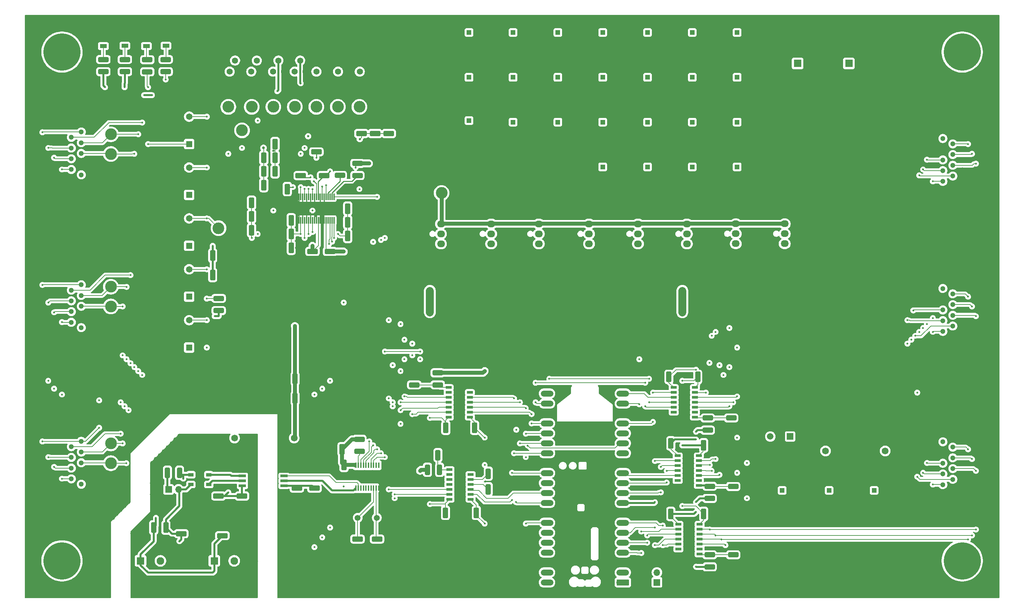
<source format=gbr>
%TF.GenerationSoftware,KiCad,Pcbnew,9.0.0*%
%TF.CreationDate,2025-04-28T14:03:08-07:00*%
%TF.ProjectId,ControlBoard,436f6e74-726f-46c4-926f-6172642e6b69,rev?*%
%TF.SameCoordinates,Original*%
%TF.FileFunction,Copper,L1,Top*%
%TF.FilePolarity,Positive*%
%FSLAX46Y46*%
G04 Gerber Fmt 4.6, Leading zero omitted, Abs format (unit mm)*
G04 Created by KiCad (PCBNEW 9.0.0) date 2025-04-28 14:03:08*
%MOMM*%
%LPD*%
G01*
G04 APERTURE LIST*
G04 Aperture macros list*
%AMRoundRect*
0 Rectangle with rounded corners*
0 $1 Rounding radius*
0 $2 $3 $4 $5 $6 $7 $8 $9 X,Y pos of 4 corners*
0 Add a 4 corners polygon primitive as box body*
4,1,4,$2,$3,$4,$5,$6,$7,$8,$9,$2,$3,0*
0 Add four circle primitives for the rounded corners*
1,1,$1+$1,$2,$3*
1,1,$1+$1,$4,$5*
1,1,$1+$1,$6,$7*
1,1,$1+$1,$8,$9*
0 Add four rect primitives between the rounded corners*
20,1,$1+$1,$2,$3,$4,$5,0*
20,1,$1+$1,$4,$5,$6,$7,0*
20,1,$1+$1,$6,$7,$8,$9,0*
20,1,$1+$1,$8,$9,$2,$3,0*%
%AMFreePoly0*
4,1,37,0.800000,0.796148,0.878414,0.796148,1.032228,0.765552,1.177117,0.705537,1.307515,0.618408,1.418408,0.507515,1.505537,0.377117,1.565552,0.232228,1.596148,0.078414,1.596148,-0.078414,1.565552,-0.232228,1.505537,-0.377117,1.418408,-0.507515,1.307515,-0.618408,1.177117,-0.705537,1.032228,-0.765552,0.878414,-0.796148,0.800000,-0.796148,0.800000,-0.800000,-1.400000,-0.800000,
-1.403843,-0.796157,-1.439018,-0.796157,-1.511114,-0.766294,-1.566294,-0.711114,-1.596157,-0.639018,-1.596157,-0.603843,-1.600000,-0.600000,-1.600000,0.600000,-1.596157,0.603843,-1.596157,0.639018,-1.566294,0.711114,-1.511114,0.766294,-1.439018,0.796157,-1.403843,0.796157,-1.400000,0.800000,0.800000,0.800000,0.800000,0.796148,0.800000,0.796148,$1*%
%AMFreePoly1*
4,1,37,1.403843,0.796157,1.439018,0.796157,1.511114,0.766294,1.566294,0.711114,1.596157,0.639018,1.596157,0.603843,1.600000,0.600000,1.600000,-0.600000,1.596157,-0.603843,1.596157,-0.639018,1.566294,-0.711114,1.511114,-0.766294,1.439018,-0.796157,1.403843,-0.796157,1.400000,-0.800000,-0.800000,-0.800000,-0.800000,-0.796148,-0.878414,-0.796148,-1.032228,-0.765552,-1.177117,-0.705537,
-1.307515,-0.618408,-1.418408,-0.507515,-1.505537,-0.377117,-1.565552,-0.232228,-1.596148,-0.078414,-1.596148,0.078414,-1.565552,0.232228,-1.505537,0.377117,-1.418408,0.507515,-1.307515,0.618408,-1.177117,0.705537,-1.032228,0.765552,-0.878414,0.796148,-0.800000,0.796148,-0.800000,0.800000,1.400000,0.800000,1.403843,0.796157,1.403843,0.796157,$1*%
%AMFreePoly2*
4,1,37,0.603843,0.796157,0.639018,0.796157,0.711114,0.766294,0.766294,0.711114,0.796157,0.639018,0.796157,0.603843,0.800000,0.600000,0.800000,-0.600000,0.796157,-0.603843,0.796157,-0.639018,0.766294,-0.711114,0.711114,-0.766294,0.639018,-0.796157,0.603843,-0.796157,0.600000,-0.800000,0.000000,-0.800000,0.000000,-0.796148,-0.078414,-0.796148,-0.232228,-0.765552,-0.377117,-0.705537,
-0.507515,-0.618408,-0.618408,-0.507515,-0.705537,-0.377117,-0.765552,-0.232228,-0.796148,-0.078414,-0.796148,0.078414,-0.765552,0.232228,-0.705537,0.377117,-0.618408,0.507515,-0.507515,0.618408,-0.377117,0.705537,-0.232228,0.765552,-0.078414,0.796148,0.000000,0.796148,0.000000,0.800000,0.600000,0.800000,0.603843,0.796157,0.603843,0.796157,$1*%
%AMFreePoly3*
4,1,37,0.000000,0.796148,0.078414,0.796148,0.232228,0.765552,0.377117,0.705537,0.507515,0.618408,0.618408,0.507515,0.705537,0.377117,0.765552,0.232228,0.796148,0.078414,0.796148,-0.078414,0.765552,-0.232228,0.705537,-0.377117,0.618408,-0.507515,0.507515,-0.618408,0.377117,-0.705537,0.232228,-0.765552,0.078414,-0.796148,0.000000,-0.796148,0.000000,-0.800000,-0.600000,-0.800000,
-0.603843,-0.796157,-0.639018,-0.796157,-0.711114,-0.766294,-0.766294,-0.711114,-0.796157,-0.639018,-0.796157,-0.603843,-0.800000,-0.600000,-0.800000,0.600000,-0.796157,0.603843,-0.796157,0.639018,-0.766294,0.711114,-0.711114,0.766294,-0.639018,0.796157,-0.603843,0.796157,-0.600000,0.800000,0.000000,0.800000,0.000000,0.796148,0.000000,0.796148,$1*%
G04 Aperture macros list end*
%TA.AperFunction,ComponentPad*%
%ADD10C,3.000000*%
%TD*%
%TA.AperFunction,SMDPad,CuDef*%
%ADD11RoundRect,0.250000X0.412500X1.100000X-0.412500X1.100000X-0.412500X-1.100000X0.412500X-1.100000X0*%
%TD*%
%TA.AperFunction,ComponentPad*%
%ADD12R,1.200000X1.200000*%
%TD*%
%TA.AperFunction,ComponentPad*%
%ADD13C,1.200000*%
%TD*%
%TA.AperFunction,SMDPad,CuDef*%
%ADD14RoundRect,0.250000X-1.075000X0.400000X-1.075000X-0.400000X1.075000X-0.400000X1.075000X0.400000X0*%
%TD*%
%TA.AperFunction,ComponentPad*%
%ADD15R,1.950000X1.950000*%
%TD*%
%TA.AperFunction,ComponentPad*%
%ADD16C,1.950000*%
%TD*%
%TA.AperFunction,SMDPad,CuDef*%
%ADD17RoundRect,0.250000X-0.412500X-1.100000X0.412500X-1.100000X0.412500X1.100000X-0.412500X1.100000X0*%
%TD*%
%TA.AperFunction,SMDPad,CuDef*%
%ADD18RoundRect,0.250000X1.075000X-0.400000X1.075000X0.400000X-1.075000X0.400000X-1.075000X-0.400000X0*%
%TD*%
%TA.AperFunction,ComponentPad*%
%ADD19C,1.300000*%
%TD*%
%TA.AperFunction,ComponentPad*%
%ADD20C,4.800000*%
%TD*%
%TA.AperFunction,SMDPad,CuDef*%
%ADD21R,1.350000X0.900000*%
%TD*%
%TA.AperFunction,SMDPad,CuDef*%
%ADD22RoundRect,0.250000X1.100000X-0.412500X1.100000X0.412500X-1.100000X0.412500X-1.100000X-0.412500X0*%
%TD*%
%TA.AperFunction,SMDPad,CuDef*%
%ADD23R,1.750000X1.000000*%
%TD*%
%TA.AperFunction,ComponentPad*%
%ADD24C,9.500000*%
%TD*%
%TA.AperFunction,SMDPad,CuDef*%
%ADD25FreePoly0,180.000000*%
%TD*%
%TA.AperFunction,ComponentPad*%
%ADD26RoundRect,0.200000X0.600000X0.600000X-0.600000X0.600000X-0.600000X-0.600000X0.600000X-0.600000X0*%
%TD*%
%TA.AperFunction,SMDPad,CuDef*%
%ADD27RoundRect,0.800000X0.800000X0.000010X-0.800000X0.000010X-0.800000X-0.000010X0.800000X-0.000010X0*%
%TD*%
%TA.AperFunction,ComponentPad*%
%ADD28C,1.600000*%
%TD*%
%TA.AperFunction,SMDPad,CuDef*%
%ADD29FreePoly1,180.000000*%
%TD*%
%TA.AperFunction,ComponentPad*%
%ADD30FreePoly2,180.000000*%
%TD*%
%TA.AperFunction,ComponentPad*%
%ADD31FreePoly3,180.000000*%
%TD*%
%TA.AperFunction,SMDPad,CuDef*%
%ADD32RoundRect,0.250000X-1.100000X0.412500X-1.100000X-0.412500X1.100000X-0.412500X1.100000X0.412500X0*%
%TD*%
%TA.AperFunction,ComponentPad*%
%ADD33R,1.650000X1.650000*%
%TD*%
%TA.AperFunction,ComponentPad*%
%ADD34C,1.650000*%
%TD*%
%TA.AperFunction,SMDPad,CuDef*%
%ADD35RoundRect,0.250000X0.400000X1.075000X-0.400000X1.075000X-0.400000X-1.075000X0.400000X-1.075000X0*%
%TD*%
%TA.AperFunction,ComponentPad*%
%ADD36R,2.030000X1.730000*%
%TD*%
%TA.AperFunction,ComponentPad*%
%ADD37O,2.030000X1.730000*%
%TD*%
%TA.AperFunction,ComponentPad*%
%ADD38R,1.700000X1.700000*%
%TD*%
%TA.AperFunction,ComponentPad*%
%ADD39O,1.700000X1.700000*%
%TD*%
%TA.AperFunction,SMDPad,CuDef*%
%ADD40R,1.525000X0.650000*%
%TD*%
%TA.AperFunction,ComponentPad*%
%ADD41C,1.725000*%
%TD*%
%TA.AperFunction,SMDPad,CuDef*%
%ADD42RoundRect,0.250000X-0.400000X-1.075000X0.400000X-1.075000X0.400000X1.075000X-0.400000X1.075000X0*%
%TD*%
%TA.AperFunction,SMDPad,CuDef*%
%ADD43R,1.850000X0.650000*%
%TD*%
%TA.AperFunction,ComponentPad*%
%ADD44R,1.665000X1.665000*%
%TD*%
%TA.AperFunction,ComponentPad*%
%ADD45C,1.665000*%
%TD*%
%TA.AperFunction,ComponentPad*%
%ADD46C,1.575000*%
%TD*%
%TA.AperFunction,ComponentPad*%
%ADD47C,4.650000*%
%TD*%
%TA.AperFunction,SMDPad,CuDef*%
%ADD48R,0.300000X1.675000*%
%TD*%
%TA.AperFunction,ComponentPad*%
%ADD49C,1.500000*%
%TD*%
%TA.AperFunction,SMDPad,CuDef*%
%ADD50R,0.450000X1.475000*%
%TD*%
%TA.AperFunction,ViaPad*%
%ADD51C,1.000000*%
%TD*%
%TA.AperFunction,ViaPad*%
%ADD52C,0.500000*%
%TD*%
%TA.AperFunction,ViaPad*%
%ADD53C,0.700000*%
%TD*%
%TA.AperFunction,ViaPad*%
%ADD54C,0.600000*%
%TD*%
%TA.AperFunction,Conductor*%
%ADD55C,0.200000*%
%TD*%
%TA.AperFunction,Conductor*%
%ADD56C,0.250000*%
%TD*%
%TA.AperFunction,Conductor*%
%ADD57C,0.500000*%
%TD*%
%TA.AperFunction,Conductor*%
%ADD58C,1.000000*%
%TD*%
%TA.AperFunction,Conductor*%
%ADD59C,2.000000*%
%TD*%
G04 APERTURE END LIST*
D10*
%TO.P,TP23,1,1*%
%TO.N,GND*%
X129000000Y-64500000D03*
%TD*%
D11*
%TO.P,C103,1*%
%TO.N,PHASE_U_ISOLATED_VSENSE*%
X93562500Y-85000000D03*
%TO.P,C103,2*%
%TO.N,GND*%
X90437500Y-85000000D03*
%TD*%
D12*
%TO.P,C39,1,+*%
%TO.N,+12V*%
X139000000Y-41450000D03*
D13*
%TO.P,C39,2,-*%
%TO.N,GND*%
X139000000Y-46450000D03*
%TD*%
D14*
%TO.P,R69,1*%
%TO.N,Net-(IC5-OE)*%
X200000000Y-128500000D03*
%TO.P,R69,2*%
%TO.N,+3.3V*%
X200000000Y-131600000D03*
%TD*%
D15*
%TO.P,J16,1,1*%
%TO.N,+12V*%
X236050000Y-37900000D03*
D16*
%TO.P,J16,2,2*%
%TO.N,GND*%
X241050000Y-37900000D03*
%TD*%
D11*
%TO.P,C73,1*%
%TO.N,+3.3V*%
X190562500Y-135000000D03*
%TO.P,C73,2*%
%TO.N,GND*%
X187437500Y-135000000D03*
%TD*%
%TO.P,C85,1*%
%TO.N,+5V*%
X94562500Y-123500000D03*
%TO.P,C85,2*%
%TO.N,GND*%
X91437500Y-123500000D03*
%TD*%
D17*
%TO.P,C72,1*%
%TO.N,+5V*%
X198937500Y-153000000D03*
%TO.P,C72,2*%
%TO.N,GND*%
X202062500Y-153000000D03*
%TD*%
D18*
%TO.P,R59,1*%
%TO.N,Net-(IC6-~{RESET})*%
X111000000Y-137050000D03*
%TO.P,R59,2*%
%TO.N,+3.3V*%
X111000000Y-133950000D03*
%TD*%
D17*
%TO.P,C77,1*%
%TO.N,+3.3V*%
X140437500Y-131000000D03*
%TO.P,C77,2*%
%TO.N,GND*%
X143562500Y-131000000D03*
%TD*%
D10*
%TO.P,TP9,1,1*%
%TO.N,PHASE_U_ISENSE*%
X83500000Y-49000000D03*
%TD*%
%TO.P,TP10,1,1*%
%TO.N,PHASE_V_ISENSE*%
X89000000Y-49000000D03*
%TD*%
D17*
%TO.P,C107,1*%
%TO.N,PHASE_V_ISENSE*%
X89437500Y-62000000D03*
%TO.P,C107,2*%
%TO.N,GND*%
X92562500Y-62000000D03*
%TD*%
D10*
%TO.P,TP27,1,1*%
%TO.N,GND*%
X47550000Y-130000000D03*
%TD*%
%TO.P,TP24,1,1*%
%TO.N,GND*%
X75000000Y-74000000D03*
%TD*%
D17*
%TO.P,C117,1*%
%TO.N,PHASE_V_ISOLATED_VSENSE*%
X108000000Y-75000000D03*
%TO.P,C117,2*%
%TO.N,GND*%
X111125000Y-75000000D03*
%TD*%
D11*
%TO.P,C89,1*%
%TO.N,+3.3V*%
X107062500Y-140500000D03*
%TO.P,C89,2*%
%TO.N,GND*%
X103937500Y-140500000D03*
%TD*%
D19*
%TO.P,J11,1,1*%
%TO.N,+12V*%
X260059610Y-95410000D03*
%TO.P,J11,2,2*%
%TO.N,GND*%
X260059610Y-98150000D03*
%TO.P,J11,3,3*%
%TO.N,PH_PWM_V_H*%
X260059610Y-100890000D03*
%TO.P,J11,4,4*%
%TO.N,PH_PWM_V_L*%
X260059610Y-103630000D03*
%TO.P,J11,5,5*%
%TO.N,FAULT_INPUT*%
X260059610Y-106370000D03*
%TO.P,J11,6,6*%
%TO.N,GATE_SPI_RX*%
X262599610Y-96780000D03*
%TO.P,J11,7,7*%
%TO.N,GATE_SPI_TX*%
X262599610Y-99520000D03*
%TO.P,J11,8,8*%
%TO.N,GATE_SPI_SCK*%
X262599610Y-102260000D03*
%TO.P,J11,9,9*%
%TO.N,GATE_V_H_CS*%
X262599610Y-105000000D03*
D20*
%TO.P,J11,10,10*%
%TO.N,GND*%
X261329610Y-88390000D03*
%TO.P,J11,11,11*%
X261329610Y-113390000D03*
%TD*%
D10*
%TO.P,TP21,1,1*%
%TO.N,1WIRE_DATA*%
X75000000Y-80000000D03*
%TD*%
D15*
%TO.P,J17,1,1*%
%TO.N,CanL_External*%
X73920000Y-165000000D03*
D16*
%TO.P,J17,2,2*%
%TO.N,CanH_External*%
X79000000Y-165000000D03*
%TO.P,J17,3,3*%
%TO.N,CANBUS_ISO_GND*%
X84080000Y-165000000D03*
%TD*%
D21*
%TO.P,FL1,1,1*%
%TO.N,Net-(IC3-CANH)*%
X72500000Y-145500000D03*
%TO.P,FL1,2,2*%
%TO.N,Net-(IC3-CANL)*%
X72500000Y-143000000D03*
%TO.P,FL1,3,3*%
%TO.N,CanL_External*%
X67950000Y-143000000D03*
%TO.P,FL1,4,4*%
%TO.N,CanH_External*%
X67950000Y-145500000D03*
%TD*%
D12*
%TO.P,C60,1,+*%
%TO.N,+12V*%
X150250000Y-52900000D03*
D13*
%TO.P,C60,2,-*%
%TO.N,GND*%
X150250000Y-57900000D03*
%TD*%
D22*
%TO.P,C111,1*%
%TO.N,PHASE_W_ISOLATED_VSENSE*%
X118500000Y-55812500D03*
%TO.P,C111,2*%
%TO.N,GND*%
X118500000Y-52687500D03*
%TD*%
D23*
%TO.P,LED1,1,K*%
%TO.N,GND*%
X45580000Y-30450000D03*
%TO.P,LED1,2,A*%
%TO.N,Net-(LED1-A)*%
X45580000Y-33450000D03*
%TD*%
D10*
%TO.P,TP25,1,1*%
%TO.N,GND*%
X47500000Y-50500000D03*
%TD*%
D22*
%TO.P,C87,1*%
%TO.N,GND*%
X103500000Y-89062500D03*
%TO.P,C87,2*%
%TO.N,+3.3V*%
X103500000Y-85937500D03*
%TD*%
D10*
%TO.P,TP20,1,1*%
%TO.N,PH_PWM_U_L*%
X47500000Y-61050000D03*
%TD*%
D12*
%TO.P,C64,1,+*%
%TO.N,+12V*%
X173150000Y-64350000D03*
D13*
%TO.P,C64,2,-*%
%TO.N,GND*%
X173150000Y-69350000D03*
%TD*%
D12*
%TO.P,C63,1,+*%
%TO.N,+12V*%
X184600000Y-64350000D03*
D13*
%TO.P,C63,2,-*%
%TO.N,GND*%
X184600000Y-69350000D03*
%TD*%
D17*
%TO.P,C100,1*%
%TO.N,PHASE_U_ISENSE*%
X83437500Y-80500000D03*
%TO.P,C100,2*%
%TO.N,GND*%
X86562500Y-80500000D03*
%TD*%
D24*
%TO.P,H3,1,1*%
%TO.N,unconnected-(H3-Pad1)*%
X35000000Y-35000000D03*
%TD*%
D12*
%TO.P,C47,1,+*%
%TO.N,+12V*%
X161700000Y-30000000D03*
D13*
%TO.P,C47,2,-*%
%TO.N,GND*%
X161700000Y-35000000D03*
%TD*%
D25*
%TO.P,A1,1,GPIO0*%
%TO.N,Net-(A1-GPIO0)*%
X178300000Y-170520000D03*
D26*
X177500000Y-170520000D03*
D27*
%TO.P,A1,2,GPIO1*%
%TO.N,Net-(A1-GPIO1)*%
X178300000Y-167980000D03*
D28*
X177500000Y-167980000D03*
D29*
%TO.P,A1,3,GND*%
%TO.N,GND*%
X178300000Y-165440000D03*
D30*
X177500000Y-165440000D03*
D27*
%TO.P,A1,4,GPIO2*%
%TO.N,GATE_SPI_3v3_SCK*%
X178300000Y-162900000D03*
D28*
X177500000Y-162900000D03*
D27*
%TO.P,A1,5,GPIO3*%
%TO.N,GATE_SPI_3v3_TX*%
X178300000Y-160360000D03*
D28*
X177500000Y-160360000D03*
D27*
%TO.P,A1,6,GPIO4*%
%TO.N,GATE_SPI_3v3_RX*%
X178300000Y-157820000D03*
D28*
X177500000Y-157820000D03*
D27*
%TO.P,A1,7,GPIO5*%
%TO.N,GATE_U_3v3_L_CS*%
X178300000Y-155280000D03*
D28*
X177500000Y-155280000D03*
D29*
%TO.P,A1,8,GND*%
%TO.N,GND*%
X178300000Y-152740000D03*
D30*
X177500000Y-152740000D03*
D27*
%TO.P,A1,9,GPIO6*%
%TO.N,GATE_U_3v3_H_CS*%
X178300000Y-150200000D03*
D28*
X177500000Y-150200000D03*
D27*
%TO.P,A1,10,GPIO7*%
%TO.N,GATE_V_3v3_L_CS*%
X178300000Y-147660000D03*
D28*
X177500000Y-147660000D03*
D27*
%TO.P,A1,11,GPIO8*%
%TO.N,GATE_V_3v3_H_CS*%
X178300000Y-145120000D03*
D28*
X177500000Y-145120000D03*
D27*
%TO.P,A1,12,GPIO9*%
%TO.N,GATE_W_3v3_L_CS*%
X178300000Y-142580000D03*
D28*
X177500000Y-142580000D03*
D29*
%TO.P,A1,13,GND*%
%TO.N,GND*%
X178300000Y-140040000D03*
D30*
X177500000Y-140040000D03*
D27*
%TO.P,A1,14,GPIO10*%
%TO.N,SPI2_SCK*%
X178300000Y-137500000D03*
D28*
X177500000Y-137500000D03*
D27*
%TO.P,A1,15,GPIO11*%
%TO.N,SPI2_TX*%
X178300000Y-134960000D03*
D28*
X177500000Y-134960000D03*
D27*
%TO.P,A1,16,GPIO12*%
%TO.N,SPI2_RX*%
X178300000Y-132420000D03*
D28*
X177500000Y-132420000D03*
D27*
%TO.P,A1,17,GPIO13*%
%TO.N,GATE_W_3v3_H_CS*%
X178300000Y-129880000D03*
D28*
X177500000Y-129880000D03*
D29*
%TO.P,A1,18,GND*%
%TO.N,GND*%
X178300000Y-127340000D03*
D30*
X177500000Y-127340000D03*
D27*
%TO.P,A1,19,GPIO14*%
%TO.N,ADC_SPI_CS*%
X178300000Y-124800000D03*
D28*
X177500000Y-124800000D03*
D27*
%TO.P,A1,20,GPIO15*%
%TO.N,1WIRE_3v3_DATA*%
X178300000Y-122260000D03*
D28*
X177500000Y-122260000D03*
%TO.P,A1,21,GPIO16*%
%TO.N,FAN_3v3_PWM*%
X159720000Y-122260000D03*
D27*
X158920000Y-122260000D03*
D28*
%TO.P,A1,22,GPIO17*%
%TO.N,PH_3v3_PWM_U_L*%
X159720000Y-124800000D03*
D27*
X158920000Y-124800000D03*
D31*
%TO.P,A1,23,GND*%
%TO.N,GND*%
X159720000Y-127340000D03*
D25*
X158920000Y-127340000D03*
D28*
%TO.P,A1,24,GPIO18*%
%TO.N,PH_3v3_PWM_V_L*%
X159720000Y-129880000D03*
D27*
X158920000Y-129880000D03*
D28*
%TO.P,A1,25,GPIO19*%
%TO.N,PH_3v3_PWM_W_L*%
X159720000Y-132420000D03*
D27*
X158920000Y-132420000D03*
D28*
%TO.P,A1,26,GPIO20*%
%TO.N,PH_3v3_PWM_U_H*%
X159720000Y-134960000D03*
D27*
X158920000Y-134960000D03*
D28*
%TO.P,A1,27,GPIO21*%
%TO.N,PH_3v3_PWM_V_H*%
X159720000Y-137500000D03*
D27*
X158920000Y-137500000D03*
D31*
%TO.P,A1,28,GND*%
%TO.N,GND*%
X159720000Y-140040000D03*
D25*
X158920000Y-140040000D03*
D28*
%TO.P,A1,29,GPIO22*%
%TO.N,PH_3v3_PWM_W_H*%
X159720000Y-142580000D03*
D27*
X158920000Y-142580000D03*
D28*
%TO.P,A1,30,RUN*%
%TO.N,unconnected-(A1-RUN-Pad30)*%
X159720000Y-145120000D03*
D27*
X158920000Y-145120000D03*
D28*
%TO.P,A1,31,GPIO26_ADC0*%
%TO.N,FAULT_3v3_INPUT*%
X159720000Y-147660000D03*
D27*
X158920000Y-147660000D03*
D28*
%TO.P,A1,32,GPIO27_ADC1*%
%TO.N,CAN_CS*%
X159720000Y-150200000D03*
D27*
X158920000Y-150200000D03*
D31*
%TO.P,A1,33,AGND*%
%TO.N,GND*%
X159720000Y-152740000D03*
D25*
X158920000Y-152740000D03*
D28*
%TO.P,A1,34,GPIO28_ADC2*%
%TO.N,CAN_INT*%
X159720000Y-155280000D03*
D27*
X158920000Y-155280000D03*
D28*
%TO.P,A1,35,ADC_VREF*%
%TO.N,unconnected-(A1-ADC_VREF-Pad35)*%
X159720000Y-157820000D03*
D27*
X158920000Y-157820000D03*
D28*
%TO.P,A1,36,3V3*%
%TO.N,+3.3V*%
X159720000Y-160360000D03*
D27*
X158920000Y-160360000D03*
D28*
%TO.P,A1,37,3V3_EN*%
%TO.N,unconnected-(A1-3V3_EN-Pad37)*%
X159720000Y-162900000D03*
D27*
X158920000Y-162900000D03*
D31*
%TO.P,A1,38,GND*%
%TO.N,GND*%
X159720000Y-165440000D03*
D25*
X158920000Y-165440000D03*
D28*
%TO.P,A1,39,VSYS*%
%TO.N,unconnected-(A1-VSYS-Pad39)*%
X159720000Y-167980000D03*
D27*
X158920000Y-167980000D03*
D28*
%TO.P,A1,40,VBUS*%
%TO.N,unconnected-(A1-VBUS-Pad40)*%
X159720000Y-170520000D03*
D27*
X158920000Y-170520000D03*
%TD*%
D14*
%TO.P,R77,1*%
%TO.N,GND*%
X106000000Y-63400000D03*
%TO.P,R77,2*%
%TO.N,Net-(IC2-~{REFSEL})*%
X106000000Y-66500000D03*
%TD*%
D32*
%TO.P,C65,1*%
%TO.N,+3.3V*%
X95000000Y-146437500D03*
%TO.P,C65,2*%
%TO.N,GND*%
X95000000Y-149562500D03*
%TD*%
D33*
%TO.P,J5,1,1*%
%TO.N,+5V*%
X67500000Y-58500000D03*
D34*
%TO.P,J5,2,2*%
%TO.N,GND*%
X67500000Y-55000000D03*
%TO.P,J5,3,3*%
%TO.N,1WIRE_DATA*%
X67500000Y-51500000D03*
%TD*%
D10*
%TO.P,TP8,1,1*%
%TO.N,DC_LINK_BUS_CURRENT_SENSE*%
X77500000Y-49000000D03*
%TD*%
D35*
%TO.P,R75,1*%
%TO.N,GND*%
X147024000Y-146730000D03*
%TO.P,R75,2*%
%TO.N,Net-(IC8-A3)*%
X143924000Y-146730000D03*
%TD*%
D14*
%TO.P,R1,1*%
%TO.N,1WIRE_DATA*%
X75050000Y-97950000D03*
%TO.P,R1,2*%
%TO.N,+5V*%
X75050000Y-101050000D03*
%TD*%
D36*
%TO.P,M4,1,-*%
%TO.N,GND*%
X169660000Y-86540000D03*
D37*
%TO.P,M4,2,+*%
%TO.N,+12V*%
X169660000Y-84000000D03*
%TO.P,M4,3,Tacho*%
%TO.N,unconnected-(M4-Tacho-Pad3)*%
X169660000Y-81460000D03*
%TO.P,M4,4,PWM*%
%TO.N,FAN_PWM*%
X169660000Y-78920000D03*
%TD*%
D17*
%TO.P,C84,1*%
%TO.N,GND*%
X89437500Y-70000000D03*
%TO.P,C84,2*%
%TO.N,Net-(IC2-AUX_IN)*%
X92562500Y-70000000D03*
%TD*%
D18*
%TO.P,R66,1*%
%TO.N,GND*%
X206500000Y-166550000D03*
%TO.P,R66,2*%
%TO.N,Net-(IC1-OE)*%
X206500000Y-163450000D03*
%TD*%
D33*
%TO.P,J7,1,1*%
%TO.N,+5V*%
X67500000Y-71500000D03*
D34*
%TO.P,J7,2,2*%
%TO.N,GND*%
X67500000Y-68000000D03*
%TO.P,J7,3,3*%
%TO.N,1WIRE_DATA*%
X67500000Y-64500000D03*
%TD*%
D12*
%TO.P,C55,1,+*%
%TO.N,+12V*%
X207500000Y-52900000D03*
D13*
%TO.P,C55,2,-*%
%TO.N,GND*%
X207500000Y-57900000D03*
%TD*%
D38*
%TO.P,J1,1,Pin_1*%
%TO.N,Net-(A1-GPIO0)*%
X187000000Y-170500000D03*
D39*
%TO.P,J1,2,Pin_2*%
%TO.N,Net-(A1-GPIO1)*%
X187000000Y-167960000D03*
%TD*%
D18*
%TO.P,R62,1*%
%TO.N,FAULT_LED*%
X45580000Y-40000000D03*
%TO.P,R62,2*%
%TO.N,Net-(LED1-A)*%
X45580000Y-36900000D03*
%TD*%
D12*
%TO.P,C59,1,+*%
%TO.N,+12V*%
X161700000Y-52900000D03*
D13*
%TO.P,C59,2,-*%
%TO.N,GND*%
X161700000Y-57900000D03*
%TD*%
D10*
%TO.P,TP15,1,1*%
%TO.N,PH_PWM_W_H*%
X47500000Y-135000000D03*
%TD*%
D40*
%TO.P,IC1,1,VCCA*%
%TO.N,+3.3V*%
X192500000Y-155650000D03*
%TO.P,IC1,2,A1*%
%TO.N,GATE_SPI_3v3_SCK*%
X192500000Y-156920000D03*
%TO.P,IC1,3,A2*%
%TO.N,GATE_SPI_3v3_TX*%
X192500000Y-158190000D03*
%TO.P,IC1,4,A3*%
%TO.N,GATE_SPI_3v3_RX*%
X192500000Y-159460000D03*
%TO.P,IC1,5,A4*%
%TO.N,GATE_U_3v3_L_CS*%
X192500000Y-160730000D03*
%TO.P,IC1,6,NC_1*%
%TO.N,unconnected-(IC1-NC_1-Pad6)*%
X192500000Y-162000000D03*
%TO.P,IC1,7,GND*%
%TO.N,GND*%
X192500000Y-163270000D03*
%TO.P,IC1,8,OE*%
%TO.N,Net-(IC1-OE)*%
X197924000Y-163270000D03*
%TO.P,IC1,9,NC_2*%
%TO.N,unconnected-(IC1-NC_2-Pad9)*%
X197924000Y-162000000D03*
%TO.P,IC1,10,B4*%
%TO.N,GATE_U_L_CS*%
X197924000Y-160730000D03*
%TO.P,IC1,11,B3*%
%TO.N,GATE_SPI_RX*%
X197924000Y-159460000D03*
%TO.P,IC1,12,B2*%
%TO.N,GATE_SPI_TX*%
X197924000Y-158190000D03*
%TO.P,IC1,13,B1*%
%TO.N,GATE_SPI_SCK*%
X197924000Y-156920000D03*
%TO.P,IC1,14,VCCB*%
%TO.N,+5V*%
X197924000Y-155650000D03*
%TD*%
D36*
%TO.P,M3,1,-*%
%TO.N,GND*%
X156820000Y-86540000D03*
D37*
%TO.P,M3,2,+*%
%TO.N,+12V*%
X156820000Y-84000000D03*
%TO.P,M3,3,Tacho*%
%TO.N,unconnected-(M3-Tacho-Pad3)*%
X156820000Y-81460000D03*
%TO.P,M3,4,PWM*%
%TO.N,FAN_PWM*%
X156820000Y-78920000D03*
%TD*%
D32*
%TO.P,C83,1*%
%TO.N,GND*%
X96000000Y-63437500D03*
%TO.P,C83,2*%
%TO.N,Net-(IC2-REFIO)*%
X96000000Y-66562500D03*
%TD*%
D12*
%TO.P,C52,1,+*%
%TO.N,+12V*%
X173150000Y-41450000D03*
D13*
%TO.P,C52,2,-*%
%TO.N,GND*%
X173150000Y-46450000D03*
%TD*%
D41*
%TO.P,PS1,1,+VIN*%
%TO.N,+12V*%
X245325000Y-136915000D03*
%TO.P,PS1,2,-VIN*%
%TO.N,GND*%
X242785000Y-136915000D03*
%TO.P,PS1,5,-VOUT*%
X235165000Y-136915000D03*
%TO.P,PS1,7,+VOUT*%
%TO.N,+5V*%
X230085000Y-136915000D03*
%TD*%
D12*
%TO.P,C48,1,+*%
%TO.N,+12V*%
X150250000Y-30000000D03*
D13*
%TO.P,C48,2,-*%
%TO.N,GND*%
X150250000Y-35000000D03*
%TD*%
D32*
%TO.P,C93,1*%
%TO.N,CANBUS_ISO_GND*%
X65500000Y-154937500D03*
%TO.P,C93,2*%
%TO.N,CanH_External*%
X65500000Y-158062500D03*
%TD*%
D11*
%TO.P,C69,1*%
%TO.N,+3.3V*%
X190562500Y-153000000D03*
%TO.P,C69,2*%
%TO.N,GND*%
X187437500Y-153000000D03*
%TD*%
%TO.P,C98,1*%
%TO.N,DC_LINK_BUS_ISOLATED_VSENSE*%
X86562500Y-65500000D03*
%TO.P,C98,2*%
%TO.N,GND*%
X83437500Y-65500000D03*
%TD*%
D19*
%TO.P,J13,1,1*%
%TO.N,+12V*%
X260059610Y-134581500D03*
%TO.P,J13,2,2*%
%TO.N,GND*%
X260059610Y-137321500D03*
%TO.P,J13,3,3*%
%TO.N,PH_PWM_W_H*%
X260059610Y-140061500D03*
%TO.P,J13,4,4*%
%TO.N,PH_PWM_W_L*%
X260059610Y-142801500D03*
%TO.P,J13,5,5*%
%TO.N,FAULT_INPUT*%
X260059610Y-145541500D03*
%TO.P,J13,6,6*%
%TO.N,GATE_SPI_RX*%
X262599610Y-135951500D03*
%TO.P,J13,7,7*%
%TO.N,GATE_SPI_TX*%
X262599610Y-138691500D03*
%TO.P,J13,8,8*%
%TO.N,GATE_SPI_SCK*%
X262599610Y-141431500D03*
%TO.P,J13,9,9*%
%TO.N,GATE_W_H_CS*%
X262599610Y-144171500D03*
D20*
%TO.P,J13,10,10*%
%TO.N,GND*%
X261329610Y-127561500D03*
%TO.P,J13,11,11*%
X261329610Y-152561500D03*
%TD*%
D14*
%TO.P,R61,1*%
%TO.N,Net-(IC1-OE)*%
X200500000Y-163450000D03*
%TO.P,R61,2*%
%TO.N,+3.3V*%
X200500000Y-166550000D03*
%TD*%
D36*
%TO.P,M5,1,-*%
%TO.N,GND*%
X182160000Y-86540000D03*
D37*
%TO.P,M5,2,+*%
%TO.N,+12V*%
X182160000Y-84000000D03*
%TO.P,M5,3,Tacho*%
%TO.N,unconnected-(M5-Tacho-Pad3)*%
X182160000Y-81460000D03*
%TO.P,M5,4,PWM*%
%TO.N,FAN_PWM*%
X182160000Y-78920000D03*
%TD*%
D12*
%TO.P,C49,1,+*%
%TO.N,+12V*%
X207500000Y-41450000D03*
D13*
%TO.P,C49,2,-*%
%TO.N,GND*%
X207500000Y-46450000D03*
%TD*%
D23*
%TO.P,LED2,1,K*%
%TO.N,GND*%
X51080000Y-30400000D03*
%TO.P,LED2,2,A*%
%TO.N,Net-(LED2-A)*%
X51080000Y-33400000D03*
%TD*%
D12*
%TO.P,C53,1,+*%
%TO.N,+12V*%
X161700000Y-41450000D03*
D13*
%TO.P,C53,2,-*%
%TO.N,GND*%
X161700000Y-46450000D03*
%TD*%
D11*
%TO.P,C105,1*%
%TO.N,PHASE_U_ISOLATED_VSENSE*%
X93562500Y-78000000D03*
%TO.P,C105,2*%
%TO.N,GND*%
X90437500Y-78000000D03*
%TD*%
D32*
%TO.P,C66,1*%
%TO.N,+3.3V*%
X99500000Y-146437500D03*
%TO.P,C66,2*%
%TO.N,GND*%
X99500000Y-149562500D03*
%TD*%
D11*
%TO.P,C86,1*%
%TO.N,+5V*%
X94562500Y-118500000D03*
%TO.P,C86,2*%
%TO.N,GND*%
X91437500Y-118500000D03*
%TD*%
D19*
%TO.P,J10,1,1*%
%TO.N,+12V*%
X39940390Y-66370000D03*
%TO.P,J10,2,2*%
%TO.N,GND*%
X39940390Y-63630000D03*
%TO.P,J10,3,3*%
%TO.N,PH_PWM_U_L*%
X39940390Y-60890000D03*
%TO.P,J10,4,4*%
%TO.N,PH_PWM_U_H*%
X39940390Y-58150000D03*
%TO.P,J10,5,5*%
%TO.N,FAULT_INPUT*%
X39940390Y-55410000D03*
%TO.P,J10,6,6*%
%TO.N,GATE_SPI_RX*%
X37400390Y-65000000D03*
%TO.P,J10,7,7*%
%TO.N,GATE_SPI_TX*%
X37400390Y-62260000D03*
%TO.P,J10,8,8*%
%TO.N,GATE_SPI_SCK*%
X37400390Y-59520000D03*
%TO.P,J10,9,9*%
%TO.N,GATE_U_L_CS*%
X37400390Y-56780000D03*
D20*
%TO.P,J10,10,10*%
%TO.N,GND*%
X38670390Y-73390000D03*
%TO.P,J10,11,11*%
X38670390Y-48390000D03*
%TD*%
D24*
%TO.P,H1,1,1*%
%TO.N,unconnected-(H1-Pad1)*%
X265000000Y-35000000D03*
%TD*%
D12*
%TO.P,C51,1,+*%
%TO.N,+12V*%
X184600000Y-41450000D03*
D13*
%TO.P,C51,2,-*%
%TO.N,GND*%
X184600000Y-46450000D03*
%TD*%
D32*
%TO.P,C91,1*%
%TO.N,CANBUS_ISO_5V*%
X75000000Y-148437500D03*
%TO.P,C91,2*%
%TO.N,CANBUS_ISO_GND*%
X75000000Y-151562500D03*
%TD*%
D14*
%TO.P,R67,1*%
%TO.N,Net-(IC4-OE)*%
X200500000Y-145950000D03*
%TO.P,R67,2*%
%TO.N,+3.3V*%
X200500000Y-149050000D03*
%TD*%
D42*
%TO.P,R74,1*%
%TO.N,GND*%
X127950000Y-138000000D03*
%TO.P,R74,2*%
%TO.N,Net-(IC8-OE)*%
X131050000Y-138000000D03*
%TD*%
D12*
%TO.P,C62,1,+*%
%TO.N,+12V*%
X196050000Y-64350000D03*
D13*
%TO.P,C62,2,-*%
%TO.N,GND*%
X196050000Y-69350000D03*
%TD*%
D17*
%TO.P,C79,1*%
%TO.N,+3.3V*%
X140861500Y-152730000D03*
%TO.P,C79,2*%
%TO.N,GND*%
X143986500Y-152730000D03*
%TD*%
D12*
%TO.P,C42,1,+*%
%TO.N,+5V*%
X242500000Y-147000000D03*
D13*
%TO.P,C42,2,-*%
%TO.N,GND*%
X237500000Y-147000000D03*
%TD*%
D40*
%TO.P,IC5,1,VCCA*%
%TO.N,+3.3V*%
X191288000Y-120690000D03*
%TO.P,IC5,2,A1*%
%TO.N,GATE_W_3v3_H_CS*%
X191288000Y-121960000D03*
%TO.P,IC5,3,A2*%
%TO.N,1WIRE_3v3_DATA*%
X191288000Y-123230000D03*
%TO.P,IC5,4,A3*%
%TO.N,FAN_3v3_PWM*%
X191288000Y-124500000D03*
%TO.P,IC5,5,A4*%
%TO.N,PH_3v3_PWM_U_L*%
X191288000Y-125770000D03*
%TO.P,IC5,6,NC_1*%
%TO.N,unconnected-(IC5-NC_1-Pad6)*%
X191288000Y-127040000D03*
%TO.P,IC5,7,GND*%
%TO.N,GND*%
X191288000Y-128310000D03*
%TO.P,IC5,8,OE*%
%TO.N,Net-(IC5-OE)*%
X196712000Y-128310000D03*
%TO.P,IC5,9,NC_2*%
%TO.N,unconnected-(IC5-NC_2-Pad9)*%
X196712000Y-127040000D03*
%TO.P,IC5,10,B4*%
%TO.N,PH_PWM_U_L*%
X196712000Y-125770000D03*
%TO.P,IC5,11,B3*%
%TO.N,FAN_PWM*%
X196712000Y-124500000D03*
%TO.P,IC5,12,B2*%
%TO.N,1WIRE_DATA*%
X196712000Y-123230000D03*
%TO.P,IC5,13,B1*%
%TO.N,GATE_W_H_CS*%
X196712000Y-121960000D03*
%TO.P,IC5,14,VCCB*%
%TO.N,+5V*%
X196712000Y-120690000D03*
%TD*%
D43*
%TO.P,IC3,1,VCC1*%
%TO.N,+3.3V*%
X91750000Y-145843000D03*
%TO.P,IC3,2,TXD*%
%TO.N,Net-(IC3-TXD)*%
X91750000Y-144573000D03*
%TO.P,IC3,3,RXD*%
%TO.N,Net-(IC3-RXD)*%
X91750000Y-143303000D03*
%TO.P,IC3,4,GND1*%
%TO.N,GND*%
X91750000Y-142033000D03*
%TO.P,IC3,5,GND2*%
%TO.N,CANBUS_ISO_GND*%
X81100000Y-142033000D03*
%TO.P,IC3,6,CANL*%
%TO.N,Net-(IC3-CANL)*%
X81100000Y-143303000D03*
%TO.P,IC3,7,CANH*%
%TO.N,Net-(IC3-CANH)*%
X81100000Y-144573000D03*
%TO.P,IC3,8,VCC2*%
%TO.N,CANBUS_ISO_5V*%
X81100000Y-145843000D03*
%TD*%
D33*
%TO.P,J24,1,1*%
%TO.N,+5V*%
X67500000Y-110500000D03*
D34*
%TO.P,J24,2,2*%
%TO.N,GND*%
X67500000Y-107000000D03*
%TO.P,J24,3,3*%
%TO.N,1WIRE_DATA*%
X67500000Y-103500000D03*
%TD*%
D17*
%TO.P,C108,1*%
%TO.N,PHASE_V_ISENSE*%
X89437500Y-58500000D03*
%TO.P,C108,2*%
%TO.N,GND*%
X92562500Y-58500000D03*
%TD*%
D12*
%TO.P,C43,1,+*%
%TO.N,+12V*%
X207500000Y-30000000D03*
D13*
%TO.P,C43,2,-*%
%TO.N,GND*%
X207500000Y-35000000D03*
%TD*%
D36*
%TO.P,M1,1,-*%
%TO.N,GND*%
X131820000Y-86540000D03*
D37*
%TO.P,M1,2,+*%
%TO.N,+12V*%
X131820000Y-84000000D03*
%TO.P,M1,3,Tacho*%
%TO.N,unconnected-(M1-Tacho-Pad3)*%
X131820000Y-81460000D03*
%TO.P,M1,4,PWM*%
%TO.N,FAN_PWM*%
X131820000Y-78920000D03*
%TD*%
D12*
%TO.P,C57,1,+*%
%TO.N,+12V*%
X184600000Y-52900000D03*
D13*
%TO.P,C57,2,-*%
%TO.N,GND*%
X184600000Y-57900000D03*
%TD*%
D12*
%TO.P,C45,1,+*%
%TO.N,+12V*%
X184600000Y-30000000D03*
D13*
%TO.P,C45,2,-*%
%TO.N,GND*%
X184600000Y-35000000D03*
%TD*%
D22*
%TO.P,C109,1*%
%TO.N,PHASE_W_ISOLATED_VSENSE*%
X111500000Y-55812500D03*
%TO.P,C109,2*%
%TO.N,GND*%
X111500000Y-52687500D03*
%TD*%
D32*
%TO.P,C68,1*%
%TO.N,Net-(IC6-OSC2)*%
X110500000Y-159437500D03*
%TO.P,C68,2*%
%TO.N,GND*%
X110500000Y-162562500D03*
%TD*%
D41*
%TO.P,PS3,1,+VIN*%
%TO.N,+5V*%
X94325000Y-133615000D03*
%TO.P,PS3,2,-VIN*%
%TO.N,GND*%
X91785000Y-133615000D03*
%TO.P,PS3,5,-VOUT*%
%TO.N,CANBUS_ISO_GND*%
X84165000Y-133615000D03*
%TO.P,PS3,7,+VOUT*%
%TO.N,CANBUS_ISO_5V*%
X79085000Y-133615000D03*
%TD*%
D10*
%TO.P,TP19,1,1*%
%TO.N,PH_PWM_U_H*%
X47500000Y-56000000D03*
%TD*%
D11*
%TO.P,C97,1*%
%TO.N,DC_LINK_BUS_ISOLATED_VSENSE*%
X86562500Y-62000000D03*
%TO.P,C97,2*%
%TO.N,GND*%
X83437500Y-62000000D03*
%TD*%
D18*
%TO.P,R68,1*%
%TO.N,GND*%
X206500000Y-149100000D03*
%TO.P,R68,2*%
%TO.N,Net-(IC4-OE)*%
X206500000Y-146000000D03*
%TD*%
D40*
%TO.P,IC8,1,VCCA*%
%TO.N,+3.3V*%
X139424000Y-149270000D03*
%TO.P,IC8,2,A1*%
%TO.N,PH_3v3_PWM_W_H*%
X139424000Y-148000000D03*
%TO.P,IC8,3,A2*%
%TO.N,FAULT_3v3_INPUT*%
X139424000Y-146730000D03*
%TO.P,IC8,4,A3*%
%TO.N,Net-(IC8-A3)*%
X139424000Y-145460000D03*
%TO.P,IC8,5,A4*%
%TO.N,Net-(IC8-A4)*%
X139424000Y-144190000D03*
%TO.P,IC8,6,NC_1*%
%TO.N,unconnected-(IC8-NC_1-Pad6)*%
X139424000Y-142920000D03*
%TO.P,IC8,7,GND*%
%TO.N,GND*%
X139424000Y-141650000D03*
%TO.P,IC8,8,OE*%
%TO.N,Net-(IC8-OE)*%
X134000000Y-141650000D03*
%TO.P,IC8,9,NC_2*%
%TO.N,unconnected-(IC8-NC_2-Pad9)*%
X134000000Y-142920000D03*
%TO.P,IC8,10,B4*%
%TO.N,unconnected-(IC8-B4-Pad10)*%
X134000000Y-144190000D03*
%TO.P,IC8,11,B3*%
%TO.N,unconnected-(IC8-B3-Pad11)*%
X134000000Y-145460000D03*
%TO.P,IC8,12,B2*%
%TO.N,FAULT_INPUT*%
X134000000Y-146730000D03*
%TO.P,IC8,13,B1*%
%TO.N,PH_PWM_W_H*%
X134000000Y-148000000D03*
%TO.P,IC8,14,VCCB*%
%TO.N,+5V*%
X134000000Y-149270000D03*
%TD*%
D17*
%TO.P,C102,1*%
%TO.N,PHASE_U_ISENSE*%
X83437500Y-73500000D03*
%TO.P,C102,2*%
%TO.N,GND*%
X86562500Y-73500000D03*
%TD*%
D19*
%TO.P,J4,1,1*%
%TO.N,+12V*%
X260059610Y-57081500D03*
%TO.P,J4,2,2*%
%TO.N,GND*%
X260059610Y-59821500D03*
%TO.P,J4,3,3*%
%TO.N,PH_PWM_U_H*%
X260059610Y-62561500D03*
%TO.P,J4,4,4*%
%TO.N,PH_PWM_U_L*%
X260059610Y-65301500D03*
%TO.P,J4,5,5*%
%TO.N,FAULT_INPUT*%
X260059610Y-68041500D03*
%TO.P,J4,6,6*%
%TO.N,GATE_SPI_RX*%
X262599610Y-58451500D03*
%TO.P,J4,7,7*%
%TO.N,GATE_SPI_TX*%
X262599610Y-61191500D03*
%TO.P,J4,8,8*%
%TO.N,GATE_SPI_SCK*%
X262599610Y-63931500D03*
%TO.P,J4,9,9*%
%TO.N,GATE_U_H_CS*%
X262599610Y-66671500D03*
D20*
%TO.P,J4,10,10*%
%TO.N,GND*%
X261329610Y-50061500D03*
%TO.P,J4,11,11*%
X261329610Y-75061500D03*
%TD*%
D10*
%TO.P,TP11,1,1*%
%TO.N,PHASE_W_ISENSE*%
X94500000Y-49000000D03*
%TD*%
D44*
%TO.P,PS2,1,+VIN*%
%TO.N,+5V*%
X221040000Y-133225000D03*
D45*
%TO.P,PS2,2,GND*%
%TO.N,GND*%
X218500000Y-133225000D03*
%TO.P,PS2,3,+VOUT*%
%TO.N,+3.3V*%
X215960000Y-133225000D03*
%TD*%
D18*
%TO.P,R70,1*%
%TO.N,GND*%
X206000000Y-131600000D03*
%TO.P,R70,2*%
%TO.N,Net-(IC5-OE)*%
X206000000Y-128500000D03*
%TD*%
D32*
%TO.P,C82,1*%
%TO.N,GND*%
X100000000Y-57375000D03*
%TO.P,C82,2*%
%TO.N,Net-(IC2-REFCAP)*%
X100000000Y-60500000D03*
%TD*%
D24*
%TO.P,H4,1,1*%
%TO.N,unconnected-(H4-Pad1)*%
X35000000Y-165000000D03*
%TD*%
D14*
%TO.P,R78,1*%
%TO.N,+5V*%
X110500000Y-63450000D03*
%TO.P,R78,2*%
%TO.N,Net-(IC2-~{RST}{slash}~{PD})*%
X110500000Y-66550000D03*
%TD*%
D11*
%TO.P,C99,1*%
%TO.N,DC_LINK_BUS_ISOLATED_VSENSE*%
X86562500Y-69000000D03*
%TO.P,C99,2*%
%TO.N,GND*%
X83437500Y-69000000D03*
%TD*%
D35*
%TO.P,R73,1*%
%TO.N,Net-(IC8-OE)*%
X131474000Y-141730000D03*
%TO.P,R73,2*%
%TO.N,+3.3V*%
X128374000Y-141730000D03*
%TD*%
D12*
%TO.P,C54,1,+*%
%TO.N,+12V*%
X150250000Y-41450000D03*
D13*
%TO.P,C54,2,-*%
%TO.N,GND*%
X150250000Y-46450000D03*
%TD*%
D12*
%TO.P,C37,1,+*%
%TO.N,+12V*%
X139000000Y-30000000D03*
D13*
%TO.P,C37,2,-*%
%TO.N,GND*%
X139000000Y-35000000D03*
%TD*%
D12*
%TO.P,C41,1,+*%
%TO.N,+5V*%
X231000000Y-147000000D03*
D13*
%TO.P,C41,2,-*%
%TO.N,GND*%
X226000000Y-147000000D03*
%TD*%
D24*
%TO.P,H2,1,1*%
%TO.N,unconnected-(H2-Pad1)*%
X265000000Y-165000000D03*
%TD*%
D10*
%TO.P,TP12,1,1*%
%TO.N,PHASE_U_ISOLATED_VSENSE*%
X100000000Y-49000000D03*
%TD*%
D11*
%TO.P,C104,1*%
%TO.N,PHASE_U_ISOLATED_VSENSE*%
X93562500Y-81500000D03*
%TO.P,C104,2*%
%TO.N,GND*%
X90437500Y-81500000D03*
%TD*%
D22*
%TO.P,C110,1*%
%TO.N,PHASE_W_ISOLATED_VSENSE*%
X115000000Y-55812500D03*
%TO.P,C110,2*%
%TO.N,GND*%
X115000000Y-52687500D03*
%TD*%
D11*
%TO.P,C80,1*%
%TO.N,+5V*%
X132986500Y-152730000D03*
%TO.P,C80,2*%
%TO.N,GND*%
X129861500Y-152730000D03*
%TD*%
D17*
%TO.P,C115,1*%
%TO.N,PHASE_V_ISOLATED_VSENSE*%
X108000000Y-82000000D03*
%TO.P,C115,2*%
%TO.N,GND*%
X111125000Y-82000000D03*
%TD*%
D12*
%TO.P,C40,1,+*%
%TO.N,+5V*%
X219000000Y-147000000D03*
D13*
%TO.P,C40,2,-*%
%TO.N,GND*%
X214000000Y-147000000D03*
%TD*%
D10*
%TO.P,TP7,1,1*%
%TO.N,DC_LINK_BUS_ISOLATED_VSENSE*%
X81000000Y-55000000D03*
%TD*%
D42*
%TO.P,R76,1*%
%TO.N,Net-(IC8-A4)*%
X143924000Y-142730000D03*
%TO.P,R76,2*%
%TO.N,GND*%
X147024000Y-142730000D03*
%TD*%
D17*
%TO.P,C106,1*%
%TO.N,PHASE_V_ISENSE*%
X89437500Y-65500000D03*
%TO.P,C106,2*%
%TO.N,GND*%
X92562500Y-65500000D03*
%TD*%
D12*
%TO.P,C50,1,+*%
%TO.N,+12V*%
X196050000Y-41450000D03*
D13*
%TO.P,C50,2,-*%
%TO.N,GND*%
X196050000Y-46450000D03*
%TD*%
D17*
%TO.P,C71,1*%
%TO.N,+5V*%
X73500000Y-92000000D03*
%TO.P,C71,2*%
%TO.N,GND*%
X76625000Y-92000000D03*
%TD*%
D15*
%TO.P,J3,1,1*%
%TO.N,CanL_External*%
X55080000Y-165000000D03*
D16*
%TO.P,J3,2,2*%
%TO.N,CanH_External*%
X60160000Y-165000000D03*
%TO.P,J3,3,3*%
%TO.N,CANBUS_ISO_GND*%
X65240000Y-165000000D03*
%TD*%
D46*
%TO.P,J6,1,1*%
%TO.N,DC_LINK_BUS_CURRENT_SENSE*%
X77840000Y-40000000D03*
%TO.P,J6,2,2*%
%TO.N,GND*%
X80610000Y-40000000D03*
%TO.P,J6,3,3*%
%TO.N,PHASE_U_ISENSE*%
X83380000Y-40000000D03*
%TO.P,J6,4,4*%
%TO.N,GND*%
X86150000Y-40000000D03*
%TO.P,J6,5,5*%
%TO.N,PHASE_V_ISENSE*%
X88920000Y-40000000D03*
%TO.P,J6,6,6*%
%TO.N,GND*%
X91690000Y-40000000D03*
%TO.P,J6,7,7*%
%TO.N,PHASE_W_ISENSE*%
X94460000Y-40000000D03*
%TO.P,J6,8,8*%
%TO.N,GND*%
X97230000Y-40000000D03*
%TO.P,J6,9,9*%
%TO.N,PHASE_U_ISOLATED_VSENSE*%
X100000000Y-40000000D03*
%TO.P,J6,10,10*%
%TO.N,GND*%
X102770000Y-40000000D03*
%TO.P,J6,11,11*%
%TO.N,PHASE_V_ISOLATED_VSENSE*%
X105540000Y-40000000D03*
%TO.P,J6,12,12*%
%TO.N,GND*%
X108310000Y-40000000D03*
%TO.P,J6,13,13*%
%TO.N,PHASE_W_ISOLATED_VSENSE*%
X111080000Y-40000000D03*
%TO.P,J6,14,14*%
%TO.N,GND*%
X109695000Y-37160000D03*
%TO.P,J6,15,15*%
X106925000Y-37160000D03*
%TO.P,J6,16,16*%
X104155000Y-37160000D03*
%TO.P,J6,17,17*%
X101385000Y-37160000D03*
%TO.P,J6,18,18*%
X98615000Y-37160000D03*
%TO.P,J6,19,19*%
%TO.N,StatusLED*%
X95845000Y-37160000D03*
%TO.P,J6,20,20*%
%TO.N,GND*%
X93075000Y-37160000D03*
%TO.P,J6,21,21*%
%TO.N,FAULT_LED*%
X90305000Y-37160000D03*
%TO.P,J6,22,22*%
%TO.N,GND*%
X87535000Y-37160000D03*
%TO.P,J6,23,23*%
%TO.N,+12V*%
X84765000Y-37160000D03*
%TO.P,J6,24,24*%
%TO.N,GND*%
X81995000Y-37160000D03*
%TO.P,J6,25,25*%
%TO.N,DC_LINK_BUS_ISOLATED_VSENSE*%
X79225000Y-37160000D03*
D47*
%TO.P,J6,MH1,MH1*%
%TO.N,GND*%
X70940000Y-38580000D03*
%TO.P,J6,MH2,MH2*%
X117980000Y-38580000D03*
%TD*%
D36*
%TO.P,M6,1,-*%
%TO.N,GND*%
X194660000Y-86540000D03*
D37*
%TO.P,M6,2,+*%
%TO.N,+12V*%
X194660000Y-84000000D03*
%TO.P,M6,3,Tacho*%
%TO.N,unconnected-(M6-Tacho-Pad3)*%
X194660000Y-81460000D03*
%TO.P,M6,4,PWM*%
%TO.N,FAN_PWM*%
X194660000Y-78920000D03*
%TD*%
D36*
%TO.P,M7,1,-*%
%TO.N,GND*%
X207160000Y-86500000D03*
D37*
%TO.P,M7,2,+*%
%TO.N,+12V*%
X207160000Y-83960000D03*
%TO.P,M7,3,Tacho*%
%TO.N,unconnected-(M7-Tacho-Pad3)*%
X207160000Y-81420000D03*
%TO.P,M7,4,PWM*%
%TO.N,FAN_PWM*%
X207160000Y-78880000D03*
%TD*%
D38*
%TO.P,JP1,1,A*%
%TO.N,Net-(JP1-A)*%
X62225000Y-146750000D03*
D39*
%TO.P,JP1,2,B*%
%TO.N,CanH_External*%
X64765000Y-146750000D03*
%TD*%
D23*
%TO.P,LED3,1,K*%
%TO.N,GND*%
X56580000Y-30450000D03*
%TO.P,LED3,2,A*%
%TO.N,Net-(LED3-A)*%
X56580000Y-33450000D03*
%TD*%
D10*
%TO.P,TP26,1,1*%
%TO.N,GND*%
X47500000Y-89500000D03*
%TD*%
%TO.P,TP17,1,1*%
%TO.N,PH_PWM_V_H*%
X47500000Y-94950000D03*
%TD*%
D22*
%TO.P,C88,1*%
%TO.N,GND*%
X99000000Y-89062500D03*
%TO.P,C88,2*%
%TO.N,+5V*%
X99000000Y-85937500D03*
%TD*%
D32*
%TO.P,C67,1*%
%TO.N,Net-(IC6-OSC1)*%
X115500000Y-159437500D03*
%TO.P,C67,2*%
%TO.N,GND*%
X115500000Y-162562500D03*
%TD*%
D17*
%TO.P,C90,1*%
%TO.N,GND*%
X103437500Y-136500000D03*
%TO.P,C90,2*%
%TO.N,+3.3V*%
X106562500Y-136500000D03*
%TD*%
%TO.P,C74,1*%
%TO.N,+5V*%
X198937500Y-135500000D03*
%TO.P,C74,2*%
%TO.N,GND*%
X202062500Y-135500000D03*
%TD*%
D12*
%TO.P,C38,1,+*%
%TO.N,+12V*%
X139000000Y-52500000D03*
D13*
%TO.P,C38,2,-*%
%TO.N,GND*%
X139000000Y-57500000D03*
%TD*%
D10*
%TO.P,TP28,1,1*%
%TO.N,GND*%
X95500000Y-55500000D03*
%TD*%
D48*
%TO.P,IC2,1,SDI*%
%TO.N,SPI2_TX*%
X104500000Y-71962000D03*
%TO.P,IC2,2,~{RST}/~{PD}*%
%TO.N,Net-(IC2-~{RST}{slash}~{PD})*%
X104000000Y-71962000D03*
%TO.P,IC2,3,DAISY*%
%TO.N,unconnected-(IC2-DAISY-Pad3)*%
X103500000Y-71962000D03*
%TO.P,IC2,4,~{REFSEL}*%
%TO.N,Net-(IC2-~{REFSEL})*%
X103000000Y-71962000D03*
%TO.P,IC2,5,REFIO*%
%TO.N,Net-(IC2-REFIO)*%
X102500000Y-71962000D03*
%TO.P,IC2,6,REFGND*%
%TO.N,GND*%
X102000000Y-71962000D03*
%TO.P,IC2,7,REFCAP*%
%TO.N,Net-(IC2-REFCAP)*%
X101500000Y-71962000D03*
%TO.P,IC2,8,AGND_1*%
%TO.N,GND*%
X101000000Y-71962000D03*
%TO.P,IC2,9,AVDD_1*%
%TO.N,+5V*%
X100500000Y-71962000D03*
%TO.P,IC2,10,AUX_IN*%
%TO.N,Net-(IC2-AUX_IN)*%
X100000000Y-71962000D03*
%TO.P,IC2,11,AUX_GND*%
%TO.N,GND*%
X99500000Y-71962000D03*
%TO.P,IC2,12,AIN_6P*%
%TO.N,PHASE_W_ISOLATED_VSENSE*%
X99000000Y-71962000D03*
%TO.P,IC2,13,AIN_6GND*%
%TO.N,GND*%
X98500000Y-71962000D03*
%TO.P,IC2,14,AIN_7P*%
%TO.N,PHASE_W_ISENSE*%
X98000000Y-71962000D03*
%TO.P,IC2,15,AIN_7GND*%
%TO.N,GND*%
X97500000Y-71962000D03*
%TO.P,IC2,16,AIN_0P*%
%TO.N,DC_LINK_BUS_ISOLATED_VSENSE*%
X97000000Y-71962000D03*
%TO.P,IC2,17,AIN_0GND*%
%TO.N,GND*%
X96500000Y-71962000D03*
%TO.P,IC2,18,AIN_1P*%
%TO.N,DC_LINK_BUS_CURRENT_SENSE*%
X96000000Y-71962000D03*
%TO.P,IC2,19,AIN_1GND*%
%TO.N,GND*%
X95500000Y-71962000D03*
%TO.P,IC2,20,AIN2_GND*%
X95500000Y-78038000D03*
%TO.P,IC2,21,AIN_2P*%
%TO.N,PHASE_U_ISOLATED_VSENSE*%
X96000000Y-78038000D03*
%TO.P,IC2,22,AIN_3GND*%
%TO.N,GND*%
X96500000Y-78038000D03*
%TO.P,IC2,23,AIN_3P*%
%TO.N,PHASE_U_ISENSE*%
X97000000Y-78038000D03*
%TO.P,IC2,24,AIN_4GND*%
%TO.N,GND*%
X97500000Y-78038000D03*
%TO.P,IC2,25,AIN_4P*%
%TO.N,PHASE_V_ISOLATED_VSENSE*%
X98000000Y-78038000D03*
%TO.P,IC2,26,AIN_5GND*%
%TO.N,GND*%
X98500000Y-78038000D03*
%TO.P,IC2,27,AIN_5P*%
%TO.N,PHASE_V_ISENSE*%
X99000000Y-78038000D03*
%TO.P,IC2,28,AGND_2*%
%TO.N,GND*%
X99500000Y-78038000D03*
%TO.P,IC2,29,AGND_3*%
X100000000Y-78038000D03*
%TO.P,IC2,30,AVDD_2*%
%TO.N,+5V*%
X100500000Y-78038000D03*
%TO.P,IC2,31,AGND_4*%
%TO.N,GND*%
X101000000Y-78038000D03*
%TO.P,IC2,32,AGND_5*%
X101500000Y-78038000D03*
%TO.P,IC2,33,DGND*%
X102000000Y-78038000D03*
%TO.P,IC2,34,DVDD*%
%TO.N,+3.3V*%
X102500000Y-78038000D03*
%TO.P,IC2,35,ALARM*%
%TO.N,unconnected-(IC2-ALARM-Pad35)*%
X103000000Y-78038000D03*
%TO.P,IC2,36,SDO*%
%TO.N,SPI2_RX*%
X103500000Y-78038000D03*
%TO.P,IC2,37,SCLK*%
%TO.N,SPI2_SCK*%
X104000000Y-78038000D03*
%TO.P,IC2,38,~{CS}*%
%TO.N,ADC_SPI_CS*%
X104500000Y-78038000D03*
%TD*%
D10*
%TO.P,TP13,1,1*%
%TO.N,PHASE_V_ISOLATED_VSENSE*%
X105500000Y-49000000D03*
%TD*%
D12*
%TO.P,C56,1,+*%
%TO.N,+12V*%
X196050000Y-52900000D03*
D13*
%TO.P,C56,2,-*%
%TO.N,GND*%
X196050000Y-57900000D03*
%TD*%
D36*
%TO.P,M8,1,-*%
%TO.N,GND*%
X219660000Y-86500000D03*
D37*
%TO.P,M8,2,+*%
%TO.N,+12V*%
X219660000Y-83960000D03*
%TO.P,M8,3,Tacho*%
%TO.N,unconnected-(M8-Tacho-Pad3)*%
X219660000Y-81420000D03*
%TO.P,M8,4,PWM*%
%TO.N,FAN_PWM*%
X219660000Y-78880000D03*
%TD*%
D18*
%TO.P,R63,1*%
%TO.N,StatusLED*%
X51080000Y-40000000D03*
%TO.P,R63,2*%
%TO.N,Net-(LED2-A)*%
X51080000Y-36900000D03*
%TD*%
D19*
%TO.P,J12,1,1*%
%TO.N,+12V*%
X39940390Y-105418500D03*
%TO.P,J12,2,2*%
%TO.N,GND*%
X39940390Y-102678500D03*
%TO.P,J12,3,3*%
%TO.N,PH_PWM_V_L*%
X39940390Y-99938500D03*
%TO.P,J12,4,4*%
%TO.N,PH_PWM_V_H*%
X39940390Y-97198500D03*
%TO.P,J12,5,5*%
%TO.N,FAULT_INPUT*%
X39940390Y-94458500D03*
%TO.P,J12,6,6*%
%TO.N,GATE_SPI_RX*%
X37400390Y-104048500D03*
%TO.P,J12,7,7*%
%TO.N,GATE_SPI_TX*%
X37400390Y-101308500D03*
%TO.P,J12,8,8*%
%TO.N,GATE_SPI_SCK*%
X37400390Y-98568500D03*
%TO.P,J12,9,9*%
%TO.N,GATE_V_L_CS*%
X37400390Y-95828500D03*
D20*
%TO.P,J12,10,10*%
%TO.N,GND*%
X38670390Y-112438500D03*
%TO.P,J12,11,11*%
X38670390Y-87438500D03*
%TD*%
D17*
%TO.P,C70,1*%
%TO.N,+5V*%
X73500000Y-87000000D03*
%TO.P,C70,2*%
%TO.N,GND*%
X76625000Y-87000000D03*
%TD*%
D36*
%TO.P,M2,1,-*%
%TO.N,GND*%
X144660000Y-86540000D03*
D37*
%TO.P,M2,2,+*%
%TO.N,+12V*%
X144660000Y-84000000D03*
%TO.P,M2,3,Tacho*%
%TO.N,unconnected-(M2-Tacho-Pad3)*%
X144660000Y-81460000D03*
%TO.P,M2,4,PWM*%
%TO.N,FAN_PWM*%
X144660000Y-78920000D03*
%TD*%
D23*
%TO.P,LED4,1,K*%
%TO.N,GND*%
X61580000Y-30400000D03*
%TO.P,LED4,2,A*%
%TO.N,Net-(LED4-A)*%
X61580000Y-33400000D03*
%TD*%
D40*
%TO.P,IC4,1,VCCA*%
%TO.N,+3.3V*%
X192288000Y-138150000D03*
%TO.P,IC4,2,A1*%
%TO.N,GATE_U_3v3_H_CS*%
X192288000Y-139420000D03*
%TO.P,IC4,3,A2*%
%TO.N,GATE_V_3v3_L_CS*%
X192288000Y-140690000D03*
%TO.P,IC4,4,A3*%
%TO.N,GATE_V_3v3_H_CS*%
X192288000Y-141960000D03*
%TO.P,IC4,5,A4*%
%TO.N,GATE_W_3v3_L_CS*%
X192288000Y-143230000D03*
%TO.P,IC4,6,NC_1*%
%TO.N,unconnected-(IC4-NC_1-Pad6)*%
X192288000Y-144500000D03*
%TO.P,IC4,7,GND*%
%TO.N,GND*%
X192288000Y-145770000D03*
%TO.P,IC4,8,OE*%
%TO.N,Net-(IC4-OE)*%
X197712000Y-145770000D03*
%TO.P,IC4,9,NC_2*%
%TO.N,unconnected-(IC4-NC_2-Pad9)*%
X197712000Y-144500000D03*
%TO.P,IC4,10,B4*%
%TO.N,GATE_W_L_CS*%
X197712000Y-143230000D03*
%TO.P,IC4,11,B3*%
%TO.N,GATE_V_H_CS*%
X197712000Y-141960000D03*
%TO.P,IC4,12,B2*%
%TO.N,GATE_V_L_CS*%
X197712000Y-140690000D03*
%TO.P,IC4,13,B1*%
%TO.N,GATE_U_H_CS*%
X197712000Y-139420000D03*
%TO.P,IC4,14,VCCB*%
%TO.N,+5V*%
X197712000Y-138150000D03*
%TD*%
D10*
%TO.P,TP18,1,1*%
%TO.N,PH_PWM_V_L*%
X47500000Y-100000000D03*
%TD*%
D17*
%TO.P,C101,1*%
%TO.N,PHASE_U_ISENSE*%
X83437500Y-77000000D03*
%TO.P,C101,2*%
%TO.N,GND*%
X86562500Y-77000000D03*
%TD*%
D18*
%TO.P,R64,1*%
%TO.N,+5V*%
X56790000Y-40050000D03*
%TO.P,R64,2*%
%TO.N,Net-(LED3-A)*%
X56790000Y-36950000D03*
%TD*%
D33*
%TO.P,J8,1,1*%
%TO.N,+5V*%
X67500000Y-84500000D03*
D34*
%TO.P,J8,2,2*%
%TO.N,GND*%
X67500000Y-81000000D03*
%TO.P,J8,3,3*%
%TO.N,1WIRE_DATA*%
X67500000Y-77500000D03*
%TD*%
D18*
%TO.P,R71,1*%
%TO.N,Net-(IC7-OE)*%
X131000000Y-120050000D03*
%TO.P,R71,2*%
%TO.N,+3.3V*%
X131000000Y-116950000D03*
%TD*%
D49*
%TO.P,Y1,1,1*%
%TO.N,Net-(IC6-OSC2)*%
X110550000Y-154000000D03*
%TO.P,Y1,2,2*%
%TO.N,Net-(IC6-OSC1)*%
X115430000Y-154000000D03*
%TD*%
D22*
%TO.P,C94,1*%
%TO.N,CanL_External*%
X76000000Y-158562500D03*
%TO.P,C94,2*%
%TO.N,CANBUS_ISO_GND*%
X76000000Y-155437500D03*
%TD*%
D15*
%TO.P,J15,1,1*%
%TO.N,+12V*%
X222950000Y-37900000D03*
D16*
%TO.P,J15,2,2*%
%TO.N,GND*%
X227950000Y-37900000D03*
%TD*%
D14*
%TO.P,R72,1*%
%TO.N,GND*%
X125000000Y-116950000D03*
%TO.P,R72,2*%
%TO.N,Net-(IC7-OE)*%
X125000000Y-120050000D03*
%TD*%
D17*
%TO.P,C76,1*%
%TO.N,+5V*%
X197437500Y-118000000D03*
%TO.P,C76,2*%
%TO.N,GND*%
X200562500Y-118000000D03*
%TD*%
D33*
%TO.P,J9,1,1*%
%TO.N,+5V*%
X67500000Y-97500000D03*
D34*
%TO.P,J9,2,2*%
%TO.N,GND*%
X67500000Y-94000000D03*
%TO.P,J9,3,3*%
%TO.N,1WIRE_DATA*%
X67500000Y-90500000D03*
%TD*%
D17*
%TO.P,C116,1*%
%TO.N,PHASE_V_ISOLATED_VSENSE*%
X108000000Y-78500000D03*
%TO.P,C116,2*%
%TO.N,GND*%
X111125000Y-78500000D03*
%TD*%
D18*
%TO.P,R65,1*%
%TO.N,+12V*%
X61500000Y-40000000D03*
%TO.P,R65,2*%
%TO.N,Net-(LED4-A)*%
X61500000Y-36900000D03*
%TD*%
D42*
%TO.P,R60,1*%
%TO.N,Net-(JP1-A)*%
X61950000Y-142500000D03*
%TO.P,R60,2*%
%TO.N,CanL_External*%
X65050000Y-142500000D03*
%TD*%
D19*
%TO.P,J14,1,1*%
%TO.N,+12V*%
X39940390Y-145418500D03*
%TO.P,J14,2,2*%
%TO.N,GND*%
X39940390Y-142678500D03*
%TO.P,J14,3,3*%
%TO.N,PH_PWM_W_L*%
X39940390Y-139938500D03*
%TO.P,J14,4,4*%
%TO.N,PH_PWM_W_H*%
X39940390Y-137198500D03*
%TO.P,J14,5,5*%
%TO.N,FAULT_INPUT*%
X39940390Y-134458500D03*
%TO.P,J14,6,6*%
%TO.N,GATE_SPI_RX*%
X37400390Y-144048500D03*
%TO.P,J14,7,7*%
%TO.N,GATE_SPI_TX*%
X37400390Y-141308500D03*
%TO.P,J14,8,8*%
%TO.N,GATE_SPI_SCK*%
X37400390Y-138568500D03*
%TO.P,J14,9,9*%
%TO.N,GATE_W_L_CS*%
X37400390Y-135828500D03*
D20*
%TO.P,J14,10,10*%
%TO.N,GND*%
X38670390Y-152438500D03*
%TO.P,J14,11,11*%
X38670390Y-127438500D03*
%TD*%
D12*
%TO.P,C61,1,+*%
%TO.N,+12V*%
X207500000Y-64350000D03*
D13*
%TO.P,C61,2,-*%
%TO.N,GND*%
X207500000Y-69350000D03*
%TD*%
D11*
%TO.P,C78,1*%
%TO.N,+5V*%
X133062500Y-131000000D03*
%TO.P,C78,2*%
%TO.N,GND*%
X129937500Y-131000000D03*
%TD*%
D22*
%TO.P,C81,1*%
%TO.N,+5V*%
X102000000Y-66562500D03*
%TO.P,C81,2*%
%TO.N,GND*%
X102000000Y-63437500D03*
%TD*%
D11*
%TO.P,C75,1*%
%TO.N,+3.3V*%
X190062500Y-118000000D03*
%TO.P,C75,2*%
%TO.N,GND*%
X186937500Y-118000000D03*
%TD*%
D12*
%TO.P,C44,1,+*%
%TO.N,+12V*%
X196050000Y-30000000D03*
D13*
%TO.P,C44,2,-*%
%TO.N,GND*%
X196050000Y-35000000D03*
%TD*%
D22*
%TO.P,C92,1*%
%TO.N,CANBUS_ISO_GND*%
X81000000Y-151562500D03*
%TO.P,C92,2*%
%TO.N,CANBUS_ISO_5V*%
X81000000Y-148437500D03*
%TD*%
D50*
%TO.P,IC6,1,TXCAN*%
%TO.N,Net-(IC3-TXD)*%
X110075000Y-146438000D03*
%TO.P,IC6,2,RXCAN*%
%TO.N,Net-(IC3-RXD)*%
X110725000Y-146438000D03*
%TO.P,IC6,3,CLKOUT/SOF*%
%TO.N,unconnected-(IC6-CLKOUT{slash}SOF-Pad3)*%
X111375000Y-146438000D03*
%TO.P,IC6,4,~{TX0RTS}*%
%TO.N,unconnected-(IC6-~{TX0RTS}-Pad4)*%
X112025000Y-146438000D03*
%TO.P,IC6,5,~{TX1RTS}*%
%TO.N,unconnected-(IC6-~{TX1RTS}-Pad5)*%
X112675000Y-146438000D03*
%TO.P,IC6,6,NC_1*%
%TO.N,unconnected-(IC6-NC_1-Pad6)*%
X113325000Y-146438000D03*
%TO.P,IC6,7,~{TX2RTS}*%
%TO.N,unconnected-(IC6-~{TX2RTS}-Pad7)*%
X113975000Y-146438000D03*
%TO.P,IC6,8,OSC2*%
%TO.N,Net-(IC6-OSC2)*%
X114625000Y-146438000D03*
%TO.P,IC6,9,OSC1*%
%TO.N,Net-(IC6-OSC1)*%
X115275000Y-146438000D03*
%TO.P,IC6,10,VSS*%
%TO.N,GND*%
X115925000Y-146438000D03*
%TO.P,IC6,11,~{RX1BF}*%
%TO.N,unconnected-(IC6-~{RX1BF}-Pad11)*%
X115925000Y-140562000D03*
%TO.P,IC6,12,~{RX0BF}*%
%TO.N,unconnected-(IC6-~{RX0BF}-Pad12)*%
X115275000Y-140562000D03*
%TO.P,IC6,13,~{INT}*%
%TO.N,CAN_INT*%
X114625000Y-140562000D03*
%TO.P,IC6,14,SCK*%
%TO.N,SPI2_SCK*%
X113975000Y-140562000D03*
%TO.P,IC6,15,NC_2*%
%TO.N,unconnected-(IC6-NC_2-Pad15)*%
X113325000Y-140562000D03*
%TO.P,IC6,16,SI*%
%TO.N,SPI2_TX*%
X112675000Y-140562000D03*
%TO.P,IC6,17,SO*%
%TO.N,SPI2_RX*%
X112025000Y-140562000D03*
%TO.P,IC6,18,~{CS}*%
%TO.N,CAN_CS*%
X111375000Y-140562000D03*
%TO.P,IC6,19,~{RESET}*%
%TO.N,Net-(IC6-~{RESET})*%
X110725000Y-140562000D03*
%TO.P,IC6,20,VDD*%
%TO.N,+3.3V*%
X110075000Y-140562000D03*
%TD*%
D10*
%TO.P,TP16,1,1*%
%TO.N,PH_PWM_W_L*%
X47500000Y-140050000D03*
%TD*%
D40*
%TO.P,IC7,1,VCCA*%
%TO.N,+3.3V*%
X139212000Y-128310000D03*
%TO.P,IC7,2,A1*%
%TO.N,PH_3v3_PWM_V_L*%
X139212000Y-127040000D03*
%TO.P,IC7,3,A2*%
%TO.N,PH_3v3_PWM_W_L*%
X139212000Y-125770000D03*
%TO.P,IC7,4,A3*%
%TO.N,PH_3v3_PWM_U_H*%
X139212000Y-124500000D03*
%TO.P,IC7,5,A4*%
%TO.N,PH_3v3_PWM_V_H*%
X139212000Y-123230000D03*
%TO.P,IC7,6,NC_1*%
%TO.N,unconnected-(IC7-NC_1-Pad6)*%
X139212000Y-121960000D03*
%TO.P,IC7,7,GND*%
%TO.N,GND*%
X139212000Y-120690000D03*
%TO.P,IC7,8,OE*%
%TO.N,Net-(IC7-OE)*%
X133788000Y-120690000D03*
%TO.P,IC7,9,NC_2*%
%TO.N,unconnected-(IC7-NC_2-Pad9)*%
X133788000Y-121960000D03*
%TO.P,IC7,10,B4*%
%TO.N,PH_PWM_V_H*%
X133788000Y-123230000D03*
%TO.P,IC7,11,B3*%
%TO.N,PH_PWM_U_H*%
X133788000Y-124500000D03*
%TO.P,IC7,12,B2*%
%TO.N,PH_PWM_W_L*%
X133788000Y-125770000D03*
%TO.P,IC7,13,B1*%
%TO.N,PH_PWM_V_L*%
X133788000Y-127040000D03*
%TO.P,IC7,14,VCCB*%
%TO.N,+5V*%
X133788000Y-128310000D03*
%TD*%
D12*
%TO.P,C58,1,+*%
%TO.N,+12V*%
X173150000Y-52900000D03*
D13*
%TO.P,C58,2,-*%
%TO.N,GND*%
X173150000Y-57900000D03*
%TD*%
D12*
%TO.P,C46,1,+*%
%TO.N,+12V*%
X173150000Y-30000000D03*
D13*
%TO.P,C46,2,-*%
%TO.N,GND*%
X173150000Y-35000000D03*
%TD*%
D10*
%TO.P,TP22,1,1*%
%TO.N,FAN_PWM*%
X132000000Y-71000000D03*
%TD*%
D11*
%TO.P,C95,1*%
%TO.N,CanH_External*%
X61562500Y-156500000D03*
%TO.P,C95,2*%
%TO.N,CanL_External*%
X58437500Y-156500000D03*
%TD*%
D10*
%TO.P,TP14,1,1*%
%TO.N,PHASE_W_ISOLATED_VSENSE*%
X111000000Y-49000000D03*
%TD*%
D51*
%TO.N,GND*%
X59000000Y-26000000D03*
X205000000Y-140000000D03*
X235000000Y-26000000D03*
X249000000Y-174000000D03*
X26000000Y-149000000D03*
X140000000Y-155000000D03*
X274000000Y-110000000D03*
X219000000Y-26000000D03*
X91000000Y-167000000D03*
X274000000Y-88000000D03*
X59000000Y-130000000D03*
X45000000Y-50000000D03*
X232000000Y-26000000D03*
X253000000Y-26000000D03*
X274000000Y-101000000D03*
X79000000Y-26000000D03*
X270019253Y-44965709D03*
X95000000Y-85000000D03*
X265000000Y-75000000D03*
X26000000Y-95000000D03*
X270000000Y-155000000D03*
X125000000Y-170000000D03*
X220000000Y-95000000D03*
X135000000Y-174000000D03*
X232000000Y-174000000D03*
X255000000Y-155000000D03*
X262000000Y-174000000D03*
X230000000Y-100000000D03*
X250000000Y-60000000D03*
X52000000Y-143000000D03*
X119982762Y-79899329D03*
X274000000Y-87000000D03*
X274000000Y-108000000D03*
X26000000Y-114000000D03*
X240000000Y-170000000D03*
X210000000Y-115000000D03*
X166000000Y-174000000D03*
X228000000Y-174000000D03*
X274000000Y-72000000D03*
X209796457Y-154963508D03*
X274000000Y-48000000D03*
X250000000Y-174000000D03*
X69000000Y-26000000D03*
X91000000Y-137000000D03*
X274000000Y-112000000D03*
X27000000Y-174000000D03*
X67000000Y-26000000D03*
X251000000Y-174000000D03*
X91000000Y-164000000D03*
X120000000Y-60000000D03*
X265000000Y-115000000D03*
X166000000Y-26000000D03*
X85000000Y-100000000D03*
X128000000Y-26000000D03*
X26000000Y-115000000D03*
X192000000Y-26000000D03*
X274000000Y-148000000D03*
X26000000Y-91000000D03*
X210000000Y-165000000D03*
X245000000Y-145000000D03*
X93000000Y-174000000D03*
X61000000Y-128000000D03*
X160000000Y-174000000D03*
X274000000Y-166000000D03*
X274000000Y-45000000D03*
X60000000Y-110000000D03*
X91000000Y-131000000D03*
X110000000Y-170000000D03*
X26000000Y-131000000D03*
X245000000Y-130000000D03*
X203000000Y-174000000D03*
X243000000Y-26000000D03*
X91000000Y-150000000D03*
X26000000Y-46000000D03*
X44000000Y-174000000D03*
X203000000Y-26000000D03*
X107000000Y-26000000D03*
X245000000Y-70000000D03*
X188000000Y-26000000D03*
X26000000Y-128000000D03*
X245000000Y-165000000D03*
X26000000Y-35000000D03*
X250000000Y-55000000D03*
X274000000Y-114000000D03*
X52000000Y-145000000D03*
X58000000Y-26000000D03*
X120000000Y-75000000D03*
X209000000Y-174000000D03*
X100000000Y-105000000D03*
X235000000Y-125000000D03*
X235000000Y-75000000D03*
X197000000Y-174000000D03*
X240000000Y-174000000D03*
X110000000Y-26000000D03*
X274000000Y-133000000D03*
X59999999Y-64856419D03*
X83000000Y-26000000D03*
X250000000Y-70000000D03*
X65000000Y-35000000D03*
X270000000Y-145000000D03*
X26000000Y-45000000D03*
X137000000Y-26000000D03*
X214000000Y-26000000D03*
X45000000Y-80000000D03*
X218000000Y-26000000D03*
X260000000Y-85000000D03*
X88000000Y-26000000D03*
X240000000Y-90000000D03*
X245000000Y-90000000D03*
X33000000Y-26000000D03*
X60000000Y-26000000D03*
X120000000Y-160000000D03*
X61000000Y-26000000D03*
X240000000Y-75000000D03*
X174000000Y-26000000D03*
X189000000Y-26000000D03*
X274000000Y-27000000D03*
X26000000Y-81000000D03*
X268000000Y-26000000D03*
X224796017Y-124957971D03*
X110000000Y-174000000D03*
X26000000Y-119000000D03*
X157000000Y-174000000D03*
X30000000Y-174000000D03*
X215000000Y-150000000D03*
X230000000Y-165000000D03*
X274000000Y-52000000D03*
X26000000Y-88000000D03*
X170000000Y-174000000D03*
X198000000Y-174000000D03*
X40000000Y-174000000D03*
X168000000Y-174000000D03*
X245000000Y-170000000D03*
X259786685Y-79951555D03*
X80000000Y-65000000D03*
X274000000Y-171000000D03*
X190000000Y-26000000D03*
X40000000Y-80000000D03*
X274000000Y-127000000D03*
X120000000Y-90000000D03*
X235000000Y-70002108D03*
X75000000Y-26000000D03*
X26000000Y-57000000D03*
X274000000Y-170000000D03*
X273000000Y-174000000D03*
X155000000Y-174000000D03*
X250000000Y-90000000D03*
X230000000Y-95000000D03*
X274000000Y-119000000D03*
X26000000Y-171000000D03*
X163000000Y-174000000D03*
X26000000Y-103000000D03*
X130000000Y-26000000D03*
X186000000Y-26000000D03*
X101000000Y-174000000D03*
X274000000Y-73000000D03*
X26000000Y-126000000D03*
X26000000Y-30000000D03*
X247000000Y-174000000D03*
X26000000Y-170000000D03*
X158000000Y-174000000D03*
X109000000Y-26000000D03*
X257000000Y-26000000D03*
X274000000Y-71000000D03*
X151000000Y-174000000D03*
X98000000Y-174000000D03*
X26000000Y-102000000D03*
X274000000Y-58000000D03*
X95000000Y-140000000D03*
X211000000Y-174000000D03*
X255000000Y-40000000D03*
X274000000Y-139000000D03*
X250000000Y-50000000D03*
X130000000Y-174000000D03*
X194000000Y-26000000D03*
X50000000Y-120000000D03*
X117000000Y-174000000D03*
X159000000Y-174000000D03*
X235000000Y-90000000D03*
X71000000Y-26000000D03*
X60000000Y-75000000D03*
X129000000Y-26000000D03*
X255000000Y-170000000D03*
X155000000Y-26000000D03*
X152000000Y-26000000D03*
X26000000Y-166000000D03*
X91000000Y-148000000D03*
X261000000Y-26000000D03*
X104000000Y-174000000D03*
X270000000Y-150000000D03*
X60000000Y-45000000D03*
X37000000Y-174000000D03*
X274000000Y-85000000D03*
X106000000Y-174000000D03*
X274000000Y-169000000D03*
X213000000Y-174000000D03*
X60000000Y-60000000D03*
X230000000Y-80000000D03*
X40000000Y-160000000D03*
X45000000Y-75000000D03*
X227000000Y-26000000D03*
X91000000Y-161000000D03*
X200000000Y-174000000D03*
X230000000Y-90000000D03*
X220000000Y-155000000D03*
X55000000Y-130000000D03*
X250000000Y-45000000D03*
X26000000Y-113000000D03*
X26000000Y-153000000D03*
X52000000Y-148000000D03*
X240000000Y-150000000D03*
X60000000Y-85000000D03*
X250000000Y-100000000D03*
X127000000Y-174000000D03*
X274000000Y-129000000D03*
X120000000Y-45000000D03*
X50000000Y-70000000D03*
X26000000Y-62000000D03*
X274000000Y-115000000D03*
X75000000Y-35000000D03*
X132000000Y-26000000D03*
X105000000Y-174000000D03*
X274000000Y-149000000D03*
X184000000Y-26000000D03*
X26000000Y-56000000D03*
X91000000Y-140000000D03*
X233000000Y-174000000D03*
X269000000Y-26000000D03*
X208000000Y-174000000D03*
X40000000Y-120000000D03*
X114000000Y-26000000D03*
X200000000Y-170000000D03*
X148000000Y-174000000D03*
X55117908Y-120002200D03*
X231000000Y-26000000D03*
X274000000Y-145000000D03*
X274000000Y-164000000D03*
X26000000Y-140000000D03*
X201000000Y-26000000D03*
X250000000Y-170000000D03*
X274000000Y-131000000D03*
X124855717Y-154976187D03*
X249000000Y-26000000D03*
X26000000Y-36000000D03*
X91000000Y-162000000D03*
X210000000Y-130000000D03*
X190000000Y-165000000D03*
X80000000Y-80000000D03*
X240000000Y-26000000D03*
X31000000Y-174000000D03*
X274000000Y-118000000D03*
X35000000Y-26000000D03*
X250000000Y-165000000D03*
X26000000Y-39000000D03*
X195000000Y-170000000D03*
X70000000Y-26000000D03*
X234773242Y-170019253D03*
X26000000Y-96000000D03*
X87000000Y-26000000D03*
X274000000Y-160000000D03*
X30000000Y-155000000D03*
X91000000Y-128000000D03*
X185000000Y-135000000D03*
X159000000Y-26000000D03*
X26000000Y-110000000D03*
X47000000Y-168000000D03*
X49000000Y-26000000D03*
X215000000Y-26000000D03*
X126000000Y-26000000D03*
X250000000Y-145000000D03*
X26000000Y-50000000D03*
X231000000Y-174000000D03*
X274000000Y-95000000D03*
X218000000Y-174000000D03*
X215145340Y-165163714D03*
X55000000Y-134000000D03*
X261000000Y-174000000D03*
X99000000Y-26000000D03*
X206000000Y-174000000D03*
X91000000Y-166000000D03*
X135000000Y-155000000D03*
X226000000Y-174000000D03*
X93000000Y-26000000D03*
X173000000Y-174000000D03*
X26000000Y-127000000D03*
X240000000Y-60000000D03*
X274000000Y-146000000D03*
X274000000Y-94000000D03*
X274000000Y-154000000D03*
X255000000Y-60000000D03*
X49000000Y-153000000D03*
X99000000Y-174000000D03*
X80000000Y-75000000D03*
X161000000Y-26000000D03*
X274000000Y-40000000D03*
X274000000Y-89000000D03*
X156000000Y-174000000D03*
X168000000Y-26000000D03*
X104000000Y-26000000D03*
X274000000Y-155000000D03*
X135500000Y-131000000D03*
X155000000Y-165000000D03*
X227000000Y-174000000D03*
X116000000Y-174000000D03*
X111000000Y-26000000D03*
X274000000Y-136000000D03*
X249999297Y-64972830D03*
X26000000Y-159000000D03*
X235000000Y-155000000D03*
X274000000Y-66000000D03*
X26000000Y-100000000D03*
X270000000Y-26000000D03*
X115000000Y-174000000D03*
X171000000Y-174000000D03*
X110000000Y-120000000D03*
X242000000Y-174000000D03*
X274000000Y-59000000D03*
X70000000Y-35000000D03*
X84000000Y-26000000D03*
X248000000Y-174000000D03*
X178000000Y-26000000D03*
X26000000Y-130000000D03*
X137000000Y-174000000D03*
X222000000Y-174000000D03*
X26000000Y-108000000D03*
X271000000Y-26000000D03*
X115000000Y-26000000D03*
X230000000Y-70000000D03*
X47000000Y-166000000D03*
X47000000Y-158000000D03*
X50021454Y-75760809D03*
X26000000Y-161000000D03*
X195000000Y-174000000D03*
X245000000Y-80000000D03*
X221000000Y-174000000D03*
X28000000Y-174000000D03*
X135000000Y-165000000D03*
X245000000Y-100000000D03*
X274000000Y-157000000D03*
X130000000Y-155000000D03*
X255000000Y-135000000D03*
X26000000Y-155000000D03*
X44000000Y-26000000D03*
X244000000Y-26000000D03*
X240000000Y-100000000D03*
X274000000Y-29000000D03*
X163000000Y-26000000D03*
X274000000Y-111000000D03*
X274000000Y-143000000D03*
X245000000Y-150000000D03*
X274000000Y-140000000D03*
X50000000Y-115000000D03*
X240000000Y-130000000D03*
X264978545Y-44965709D03*
X55000000Y-50000000D03*
X123000000Y-26000000D03*
X274000000Y-43000000D03*
X274000000Y-126000000D03*
X274000000Y-28000000D03*
X30000000Y-145000000D03*
X235000000Y-130000000D03*
X26000000Y-48000000D03*
X26000000Y-26000000D03*
X65000000Y-40000000D03*
X274000000Y-168000000D03*
X47000000Y-157000000D03*
X77000000Y-26000000D03*
X46000000Y-26000000D03*
X265000000Y-110000000D03*
X51000000Y-26000000D03*
X274000000Y-107000000D03*
X274000000Y-37000000D03*
X240000000Y-70000000D03*
X205000000Y-174000000D03*
X26000000Y-86000000D03*
X50000000Y-152000000D03*
X245000000Y-75000000D03*
X274000000Y-163000000D03*
X26000000Y-129000000D03*
X91000000Y-155000000D03*
X116000000Y-26000000D03*
X269000000Y-174000000D03*
X183000000Y-26000000D03*
X210000000Y-120000000D03*
X239979865Y-114958851D03*
X274000000Y-100000000D03*
X39822129Y-169999999D03*
X102000000Y-26000000D03*
X140000000Y-170000000D03*
X210000000Y-174000000D03*
X235000000Y-100000000D03*
X169000000Y-174000000D03*
X154000000Y-174000000D03*
X143000000Y-26000000D03*
X274000000Y-60000000D03*
X47000000Y-161000000D03*
X55000000Y-35000000D03*
X103000000Y-26000000D03*
X245000000Y-55000000D03*
X45000000Y-70000000D03*
X95000000Y-165000000D03*
X48000000Y-154000000D03*
X274000000Y-91000000D03*
X28000000Y-26000000D03*
X249959291Y-39993582D03*
X146000000Y-174000000D03*
X40000000Y-26000000D03*
X222000000Y-26000000D03*
X45000000Y-145000000D03*
X246000000Y-26000000D03*
X274000000Y-150000000D03*
X51989422Y-144004533D03*
X95000000Y-155000000D03*
X230000000Y-75000000D03*
X60000000Y-70000000D03*
X274000000Y-75000000D03*
X26000000Y-154000000D03*
X274000000Y-102000000D03*
X174000000Y-174000000D03*
X204000000Y-174000000D03*
X107000000Y-174000000D03*
X270000000Y-135000000D03*
X91000000Y-174000000D03*
X113000000Y-26000000D03*
X103000000Y-174000000D03*
X26000000Y-64000000D03*
X26000000Y-98000000D03*
X85000000Y-90000000D03*
X221000000Y-26000000D03*
X26000000Y-51000000D03*
X149000000Y-26000000D03*
X274000000Y-57000000D03*
X91000000Y-172000000D03*
X152000000Y-174000000D03*
X260000000Y-174000000D03*
X26000000Y-31000000D03*
X274000000Y-130000000D03*
X274000000Y-80000000D03*
X215000000Y-155000000D03*
X34000000Y-174000000D03*
X141000000Y-174000000D03*
X30000000Y-160000000D03*
X274000000Y-173000000D03*
X55000000Y-26000000D03*
X26000000Y-76000000D03*
X60000000Y-105000000D03*
X197000000Y-26000000D03*
X274000000Y-117000000D03*
X214000000Y-174000000D03*
X216000000Y-26000000D03*
X91000000Y-159000000D03*
X26000000Y-157000000D03*
X80000000Y-70000000D03*
X105000000Y-26000000D03*
X235000000Y-115000000D03*
X215000000Y-170019253D03*
X150000000Y-174000000D03*
X179000000Y-174000000D03*
X274000000Y-124000000D03*
X130000000Y-165000000D03*
X65000000Y-26000000D03*
X225000000Y-95000000D03*
X247000000Y-26000000D03*
X176000000Y-174000000D03*
X255000000Y-55012835D03*
X91000000Y-170000000D03*
X146000000Y-26000000D03*
X26000000Y-75000000D03*
X210000000Y-125000000D03*
X144000000Y-26000000D03*
X267000000Y-174000000D03*
X26000000Y-53000000D03*
X185000000Y-26000000D03*
X47000000Y-163000000D03*
X51000000Y-151000000D03*
X26000000Y-163000000D03*
X122000000Y-174000000D03*
X274000000Y-113000000D03*
X110000000Y-150000000D03*
X234000000Y-26000000D03*
X144977224Y-169994718D03*
X260000000Y-170000000D03*
X237000000Y-26000000D03*
X235000000Y-80000000D03*
X26000000Y-142000000D03*
X250000000Y-26000000D03*
X26000000Y-80000000D03*
X151000000Y-26000000D03*
X250000000Y-125000000D03*
X245000000Y-95000000D03*
X224979865Y-164999119D03*
X91000000Y-138000000D03*
X172000000Y-174000000D03*
X26000000Y-92000000D03*
X45000000Y-150000000D03*
X235000000Y-165000000D03*
X108000000Y-174000000D03*
X144000000Y-174000000D03*
X52000000Y-150000000D03*
X274000000Y-137000000D03*
X270000000Y-40000000D03*
X230000000Y-174000000D03*
X271000000Y-174000000D03*
X26000000Y-151000000D03*
X80000000Y-95000000D03*
X250000000Y-150000000D03*
X264000000Y-174000000D03*
X274000000Y-67000000D03*
X245000000Y-65000000D03*
X193000000Y-26000000D03*
X259972127Y-44965709D03*
X58006950Y-130958902D03*
X245000000Y-26000000D03*
X45000000Y-160000000D03*
X74902888Y-44980155D03*
X250000000Y-85000000D03*
X26000000Y-90000000D03*
X240000000Y-135000000D03*
X272000000Y-174000000D03*
X26000000Y-162000000D03*
X255000000Y-35000000D03*
X274000000Y-81000000D03*
X172000000Y-26000000D03*
X114000000Y-174000000D03*
X120017053Y-49963692D03*
X122000000Y-26000000D03*
X47000000Y-172000000D03*
X274000000Y-65000000D03*
X161000000Y-174000000D03*
X140121685Y-159954449D03*
X63000000Y-26000000D03*
X274000000Y-38000000D03*
X26000000Y-144000000D03*
X100000000Y-174000000D03*
X212000000Y-26000000D03*
X26000000Y-73000000D03*
X274000000Y-134000000D03*
X68000000Y-26000000D03*
X26000000Y-169000000D03*
X96000000Y-26000000D03*
X140000000Y-165000000D03*
X148000000Y-26000000D03*
X258000000Y-174000000D03*
X254000000Y-26000000D03*
X26000000Y-37000000D03*
X131000000Y-174000000D03*
X110000000Y-105000000D03*
X30000000Y-170000000D03*
X241000000Y-174000000D03*
X76000000Y-26000000D03*
X97000000Y-26000000D03*
X64000000Y-26000000D03*
X155000000Y-140000000D03*
X240000000Y-155000000D03*
X91000000Y-156000000D03*
X210000000Y-26000000D03*
X26000000Y-77000000D03*
X26000000Y-158000000D03*
X235000000Y-85000000D03*
X179000000Y-26000000D03*
X200000000Y-26000000D03*
X26000000Y-65000000D03*
X90000000Y-26000000D03*
X26000000Y-145000000D03*
X26000000Y-40000000D03*
X238000000Y-174000000D03*
X26000000Y-120000000D03*
X53000000Y-136000000D03*
X274000000Y-68000000D03*
X115000000Y-45000000D03*
X270000000Y-160000000D03*
X97000000Y-174000000D03*
X202000000Y-174000000D03*
X91000000Y-168000000D03*
X26000000Y-138000000D03*
X230000000Y-115000000D03*
X245000000Y-174000000D03*
X109000000Y-174000000D03*
X26000000Y-148000000D03*
X274000000Y-142000000D03*
X26000000Y-28000000D03*
X26000000Y-82000000D03*
X134000000Y-174000000D03*
X274000000Y-32000000D03*
X167000000Y-26000000D03*
X52000000Y-146000000D03*
X270000000Y-50000000D03*
X110000000Y-80000000D03*
X94000000Y-26000000D03*
X274000000Y-44000000D03*
X26000000Y-43000000D03*
X268000000Y-174000000D03*
X91000000Y-141000000D03*
X120000000Y-26000000D03*
X45000000Y-26000000D03*
X96000000Y-174000000D03*
X274000000Y-26000000D03*
X133000000Y-174000000D03*
X274000000Y-63000000D03*
X245000000Y-60000000D03*
X124000000Y-174000000D03*
X26000000Y-87000000D03*
X245000000Y-155000000D03*
X220000000Y-165000000D03*
X121000000Y-26000000D03*
X236000000Y-26000000D03*
X150000000Y-26000000D03*
X47000000Y-156000000D03*
X274000000Y-90000000D03*
X243000000Y-174000000D03*
X274000000Y-162000000D03*
X26000000Y-72000000D03*
X43000000Y-26000000D03*
X274000000Y-50000000D03*
X39000000Y-26000000D03*
X117000000Y-26000000D03*
X265000000Y-70000000D03*
X100000000Y-26000000D03*
X162000000Y-26000000D03*
X274000000Y-98000000D03*
X153000000Y-174000000D03*
X240000000Y-85000000D03*
X123000000Y-174000000D03*
X225000000Y-150000000D03*
X26000000Y-29000000D03*
X274000000Y-138000000D03*
X121000000Y-174000000D03*
X180000000Y-26000000D03*
X118000000Y-174000000D03*
X260000000Y-26000000D03*
X26000000Y-132000000D03*
X60000000Y-55000000D03*
X230000000Y-170000000D03*
X274000000Y-92000000D03*
X210000000Y-135000000D03*
X182000000Y-26000000D03*
X219000000Y-174000000D03*
X32000000Y-174000000D03*
X274000000Y-120000000D03*
X165000000Y-26000000D03*
X240000000Y-95000000D03*
X60000000Y-95000000D03*
X119000000Y-174000000D03*
X265000000Y-85000000D03*
X91000000Y-151000000D03*
X262000000Y-26000000D03*
X253000000Y-174000000D03*
X274000000Y-64000000D03*
X50000000Y-26000000D03*
X91000000Y-169000000D03*
X274000000Y-96000000D03*
X52000000Y-142000000D03*
X178000000Y-174000000D03*
X263000000Y-174000000D03*
X196000000Y-174000000D03*
X239000000Y-174000000D03*
X224000000Y-174000000D03*
X185000000Y-174000000D03*
X95000000Y-174000000D03*
X26000000Y-107000000D03*
X91000000Y-158000000D03*
X50000000Y-150000000D03*
X92000000Y-174000000D03*
X274000000Y-83000000D03*
X91000000Y-171000000D03*
X26000000Y-54000000D03*
X91000000Y-26000000D03*
X26000000Y-117000000D03*
X26000000Y-55000000D03*
X229822129Y-155032089D03*
X219836285Y-169978105D03*
X91000000Y-129000000D03*
X274000000Y-97000000D03*
X47000000Y-159000000D03*
X274000000Y-69000000D03*
X226000000Y-26000000D03*
X274000000Y-31000000D03*
X250000000Y-80000000D03*
X164000000Y-26000000D03*
X239000000Y-26000000D03*
X225000000Y-115000000D03*
X60000000Y-80000000D03*
X250000000Y-155000000D03*
X98000000Y-26000000D03*
X147000000Y-174000000D03*
X31000000Y-26000000D03*
X270000000Y-174000000D03*
X33000000Y-174000000D03*
X36000000Y-174000000D03*
X170000000Y-26000000D03*
X225000000Y-100000000D03*
X133000000Y-26000000D03*
X119917702Y-170077015D03*
X26000000Y-122000000D03*
X95000000Y-26000000D03*
X26000000Y-104000000D03*
X102000000Y-174000000D03*
X26000000Y-42000000D03*
X62000000Y-26000000D03*
X171000000Y-26000000D03*
X100000000Y-165000000D03*
X125000000Y-145000000D03*
X225000000Y-26000000D03*
X274000000Y-49000000D03*
X274000000Y-33000000D03*
X246000000Y-174000000D03*
X54000000Y-26000000D03*
X26000000Y-44000000D03*
X181000000Y-26000000D03*
X139000000Y-174000000D03*
X187000000Y-174000000D03*
X95000000Y-160000000D03*
X47000000Y-162000000D03*
X44913570Y-64855717D03*
X274000000Y-128000000D03*
X265000000Y-80000000D03*
X38000000Y-174000000D03*
X255000000Y-174000000D03*
X202000000Y-26000000D03*
X274000000Y-54000000D03*
X138000000Y-26000000D03*
X47000000Y-173000000D03*
X66000000Y-26000000D03*
X263000000Y-26000000D03*
X45000000Y-115000000D03*
X26000000Y-63000000D03*
X274000000Y-132000000D03*
X26000000Y-173000000D03*
X120000000Y-65000000D03*
X235000000Y-174000000D03*
X132000000Y-174000000D03*
X95000000Y-95000000D03*
X274000000Y-47000000D03*
X175000000Y-26000000D03*
X115000000Y-170000000D03*
X274000000Y-122000000D03*
X173000000Y-26000000D03*
X274000000Y-51000000D03*
X26000000Y-68000000D03*
X26000000Y-59000000D03*
X26000000Y-136000000D03*
X29000000Y-26000000D03*
X26000000Y-141000000D03*
X223000000Y-26000000D03*
X265000000Y-65000000D03*
X47000000Y-155000000D03*
X150000000Y-170000000D03*
X128000000Y-174000000D03*
X92000000Y-26000000D03*
X30000000Y-26000000D03*
X250000000Y-95000000D03*
X250000000Y-75000000D03*
X184000000Y-174000000D03*
X110000000Y-165000000D03*
X274000000Y-34000000D03*
X273000000Y-26000000D03*
X182000000Y-174000000D03*
X91000000Y-136000000D03*
X213000000Y-26000000D03*
X54000000Y-135000000D03*
X60000000Y-50000000D03*
X26000000Y-85000000D03*
X188000000Y-174000000D03*
X220000000Y-174000000D03*
X27000000Y-26000000D03*
X26000000Y-60000000D03*
X255000000Y-50000000D03*
X274000000Y-74000000D03*
X225000000Y-174000000D03*
X131000000Y-26000000D03*
X52000000Y-26000000D03*
X134000000Y-26000000D03*
X175000000Y-174000000D03*
X235000000Y-65000000D03*
X274000000Y-86000000D03*
X177000000Y-26000000D03*
X274000000Y-109000000D03*
X240000000Y-165000000D03*
X241000000Y-26000000D03*
X50000000Y-65000000D03*
X191000000Y-174000000D03*
X91000000Y-157000000D03*
X150000000Y-165000000D03*
X245000000Y-115000000D03*
X26000000Y-143000000D03*
X274000000Y-76000000D03*
X125000000Y-174000000D03*
X126000000Y-174000000D03*
X274000000Y-167000000D03*
X206000000Y-26000000D03*
X145000000Y-26000000D03*
X86000000Y-26000000D03*
X26000000Y-94000000D03*
X238000000Y-26000000D03*
X224000000Y-26000000D03*
X274000000Y-70000000D03*
X217000000Y-26000000D03*
X26000000Y-70000000D03*
X26000000Y-61000000D03*
X26000000Y-160000000D03*
X26000000Y-89000000D03*
X41000000Y-174000000D03*
X244000000Y-174000000D03*
X255000000Y-26000000D03*
X274000000Y-39000000D03*
X42000000Y-174000000D03*
X209000000Y-26000000D03*
X259000000Y-174000000D03*
X135000000Y-170000000D03*
X274000000Y-41000000D03*
X274000000Y-106000000D03*
X176000000Y-26000000D03*
X42000000Y-26000000D03*
X32000000Y-26000000D03*
X45000000Y-120000000D03*
X145000000Y-174000000D03*
X50000000Y-85000000D03*
X274000000Y-159000000D03*
X91000000Y-163000000D03*
X29000000Y-174000000D03*
X26000000Y-79000000D03*
X120123445Y-165015732D03*
X26000000Y-69000000D03*
X94981626Y-170241610D03*
X124000000Y-26000000D03*
X220000000Y-26000000D03*
X190000000Y-174000000D03*
X267000000Y-26000000D03*
X91000000Y-152000000D03*
X274000000Y-53000000D03*
X45000000Y-105000000D03*
X274000000Y-78000000D03*
X195000000Y-26000000D03*
X119000000Y-26000000D03*
X26000000Y-78000000D03*
X26000000Y-139000000D03*
X274000000Y-161000000D03*
X26000000Y-83000000D03*
X45000000Y-170000000D03*
X225000000Y-170000000D03*
X53000000Y-26000000D03*
X274000000Y-35000000D03*
X115000000Y-60000000D03*
X91000000Y-149000000D03*
X59987164Y-119967910D03*
X130000000Y-160000000D03*
X193000000Y-174000000D03*
X35000000Y-174000000D03*
X26000000Y-112000000D03*
X230000000Y-125000000D03*
X26000000Y-97000000D03*
X70041093Y-44999999D03*
X145000000Y-165000000D03*
X112000000Y-26000000D03*
X80000000Y-85000000D03*
X181000000Y-174000000D03*
X136000000Y-26000000D03*
X205000000Y-170101551D03*
X26000000Y-66000000D03*
X142000000Y-174000000D03*
X237000000Y-174000000D03*
X215000000Y-174000000D03*
X129000000Y-174000000D03*
X255000000Y-165000000D03*
X265000000Y-26000000D03*
X26000000Y-33000000D03*
X223000000Y-174000000D03*
X47000000Y-169000000D03*
X26000000Y-150000000D03*
X149000000Y-174000000D03*
X26000000Y-34000000D03*
X112000000Y-174000000D03*
X85000000Y-95000000D03*
X52000000Y-149000000D03*
X36000000Y-26000000D03*
X274000000Y-77000000D03*
X274000000Y-174000000D03*
X26000000Y-172000000D03*
X26000000Y-116000000D03*
X274000000Y-46000000D03*
X127000000Y-26000000D03*
X274000000Y-125000000D03*
X140000000Y-26000000D03*
X26000000Y-125000000D03*
X89000000Y-26000000D03*
X229000000Y-174000000D03*
X266000000Y-174000000D03*
X270000000Y-170000000D03*
X41000000Y-26000000D03*
X26000000Y-123000000D03*
X100000000Y-170000000D03*
X26000000Y-32000000D03*
X164000000Y-174000000D03*
X274000000Y-104000000D03*
X233000000Y-26000000D03*
X201000000Y-174000000D03*
X274000000Y-147000000D03*
X235000000Y-135000000D03*
X252000000Y-174000000D03*
X215000000Y-145000000D03*
X45000000Y-85000000D03*
X258000000Y-26000000D03*
X194000000Y-174000000D03*
X47000000Y-164000000D03*
X143000000Y-174000000D03*
X167000000Y-174000000D03*
X274000000Y-36000000D03*
X26000000Y-84000000D03*
X135000000Y-26000000D03*
X140000000Y-174000000D03*
X274000000Y-82000000D03*
X48000000Y-26000000D03*
X225000000Y-155000000D03*
X160000000Y-26000000D03*
X239856419Y-124957971D03*
X177000000Y-174000000D03*
X26000000Y-121000000D03*
X26000000Y-58000000D03*
X199000000Y-174000000D03*
X212000000Y-174000000D03*
X47000000Y-26000000D03*
X274000000Y-103000000D03*
X183000000Y-174000000D03*
X155000000Y-145000000D03*
X155000000Y-170000000D03*
X274000000Y-165000000D03*
X110000000Y-130000000D03*
X91000000Y-130000000D03*
X120000000Y-70000000D03*
X266000000Y-26000000D03*
X72000000Y-26000000D03*
X47000000Y-165000000D03*
X57000000Y-26000000D03*
X91000000Y-154000000D03*
X250000000Y-35000000D03*
X26000000Y-93000000D03*
X111000000Y-174000000D03*
X270000000Y-140000000D03*
X135000000Y-160000000D03*
X274000000Y-42000000D03*
X101000000Y-26000000D03*
X235000000Y-150000000D03*
X26000000Y-47000000D03*
X80000000Y-100000000D03*
X50000000Y-35000000D03*
X82000000Y-26000000D03*
X34000000Y-26000000D03*
X196000000Y-26000000D03*
X251000000Y-26000000D03*
X274000000Y-152000000D03*
X85000000Y-85000000D03*
X255000000Y-115000000D03*
X220000000Y-150000000D03*
X106000000Y-26000000D03*
X162000000Y-174000000D03*
X274000000Y-172000000D03*
X47000000Y-160000000D03*
X142000000Y-26000000D03*
X91000000Y-165000000D03*
X255000000Y-150000000D03*
X190000000Y-170000000D03*
X265000000Y-50000000D03*
X199000000Y-26000000D03*
X250000000Y-115000000D03*
X156000000Y-26000000D03*
X274000000Y-99000000D03*
X120000000Y-174000000D03*
X242000000Y-26000000D03*
X139000000Y-26000000D03*
X37000000Y-26000000D03*
X115000000Y-165000000D03*
X136000000Y-174000000D03*
X192000000Y-174000000D03*
X256000000Y-26000000D03*
X46000000Y-174000000D03*
X208000000Y-26000000D03*
X105000000Y-170000000D03*
X230000000Y-150000000D03*
X240000000Y-65000000D03*
X257000000Y-174000000D03*
X274000000Y-153000000D03*
X255000000Y-45000000D03*
X211000000Y-26000000D03*
X236000000Y-174000000D03*
X94000000Y-174000000D03*
X26000000Y-165000000D03*
X50000000Y-145000000D03*
X274000000Y-141000000D03*
X26000000Y-38000000D03*
X157000000Y-26000000D03*
X91000000Y-160000000D03*
X80000000Y-26000000D03*
X26000000Y-167000000D03*
X91000000Y-153000000D03*
X39000000Y-174000000D03*
X26000000Y-105000000D03*
X26000000Y-106000000D03*
X26000000Y-146000000D03*
X81000000Y-26000000D03*
X154000000Y-26000000D03*
X245000000Y-85000000D03*
X274000000Y-151000000D03*
X26000000Y-124000000D03*
X130000000Y-170000000D03*
X274000000Y-123000000D03*
X60000000Y-90000000D03*
X274000000Y-56000000D03*
X26000000Y-174000000D03*
X186000000Y-174000000D03*
X30000000Y-140000000D03*
X274000000Y-55000000D03*
X26000000Y-168000000D03*
X274000000Y-84000000D03*
X26000000Y-135000000D03*
X220000000Y-100000000D03*
X204000000Y-26000000D03*
X56000000Y-26000000D03*
X65000000Y-45000000D03*
X230000000Y-85000000D03*
X26000000Y-99000000D03*
X26000000Y-101000000D03*
X90000000Y-90000000D03*
X85000000Y-26000000D03*
X265000000Y-174000000D03*
X26000000Y-27000000D03*
X264000000Y-26000000D03*
X90000000Y-95000000D03*
X189000000Y-174000000D03*
X113000000Y-174000000D03*
X26000000Y-134000000D03*
X240000000Y-80000000D03*
X120000000Y-85000000D03*
X60000000Y-100000000D03*
X26000000Y-137000000D03*
X74000000Y-26000000D03*
X26000000Y-74000000D03*
X108000000Y-26000000D03*
X47000000Y-170000000D03*
X274000000Y-144000000D03*
X234000000Y-174000000D03*
X147000000Y-26000000D03*
X274000000Y-61000000D03*
X47000000Y-174000000D03*
X45000000Y-155000000D03*
X73000000Y-26000000D03*
X274000000Y-121000000D03*
X26000000Y-111000000D03*
X274000000Y-116000000D03*
X119807388Y-155000000D03*
X274000000Y-105000000D03*
X260000000Y-40000000D03*
X207000000Y-174000000D03*
X26000000Y-156000000D03*
X274000000Y-158000000D03*
X274000000Y-93000000D03*
X165000000Y-174000000D03*
X252000000Y-26000000D03*
X26000000Y-118000000D03*
X110000000Y-75000000D03*
X141000000Y-26000000D03*
X118000000Y-26000000D03*
X207000000Y-26000000D03*
X26000000Y-147000000D03*
X35000000Y-155000000D03*
X217000000Y-174000000D03*
X205000000Y-26000000D03*
X153000000Y-26000000D03*
X91000000Y-139000000D03*
X245000000Y-125000000D03*
X115000000Y-50000000D03*
X95000000Y-90000000D03*
X43000000Y-174000000D03*
X187000000Y-26000000D03*
X228000000Y-26000000D03*
X216000000Y-174000000D03*
X52000000Y-147000000D03*
X169000000Y-26000000D03*
X191000000Y-26000000D03*
X26000000Y-109000000D03*
X254000000Y-174000000D03*
X50000000Y-50000000D03*
X248000000Y-26000000D03*
X45000000Y-110000000D03*
X272000000Y-26000000D03*
X78000000Y-26000000D03*
X274000000Y-62000000D03*
X125000000Y-165000000D03*
X91000000Y-173000000D03*
X45000000Y-174000000D03*
X26000000Y-67000000D03*
X230000000Y-130000000D03*
X26000000Y-152000000D03*
X235000000Y-95000000D03*
X26000000Y-133000000D03*
X91000000Y-132000000D03*
X274000000Y-156000000D03*
X47000000Y-171000000D03*
X265000000Y-125000000D03*
X26000000Y-52000000D03*
X56000000Y-133000000D03*
X180000000Y-174000000D03*
X90000000Y-100000000D03*
X38000000Y-26000000D03*
X274000000Y-79000000D03*
X60000000Y-35000000D03*
X125000000Y-26000000D03*
X138000000Y-174000000D03*
X198000000Y-26000000D03*
X274000000Y-135000000D03*
X230000000Y-26000000D03*
X256000000Y-174000000D03*
X60000000Y-129000000D03*
X274000000Y-30000000D03*
X229000000Y-26000000D03*
X265000000Y-105000000D03*
X26000000Y-71000000D03*
X80000000Y-90000000D03*
X209960611Y-169978105D03*
X158000000Y-26000000D03*
X26000000Y-41000000D03*
X105000000Y-165000000D03*
X125000000Y-160000000D03*
X57000000Y-132000000D03*
X26000000Y-49000000D03*
X110000000Y-90000000D03*
X259000000Y-26000000D03*
X47000000Y-167000000D03*
X50000000Y-80000000D03*
X26000000Y-164000000D03*
D52*
%TO.N,SPI2_SCK*%
X116500000Y-83000000D03*
X104000000Y-83450000D03*
X116500000Y-137500000D03*
%TO.N,PH_3v3_PWM_W_H*%
X150000000Y-142500000D03*
X150000000Y-149500000D03*
%TO.N,CAN_CS*%
X113500000Y-134500000D03*
X151000000Y-150000000D03*
X151075000Y-131500000D03*
%TO.N,FAN_3v3_PWM*%
X185000000Y-124500000D03*
X159500000Y-118500000D03*
X185000000Y-118500000D03*
%TO.N,GATE_V_3v3_L_CS*%
X188000000Y-141000000D03*
X188000000Y-147500000D03*
%TO.N,PH_3v3_PWM_V_L*%
X155000000Y-129880000D03*
X155000000Y-127500000D03*
%TO.N,CAN_INT*%
X117500000Y-138500000D03*
X153500000Y-138500000D03*
X153500000Y-155500000D03*
%TO.N,GATE_SPI_3v3_RX*%
X186500000Y-161000000D03*
X186500000Y-156500000D03*
%TO.N,SPI2_TX*%
X154000000Y-135535000D03*
X115500000Y-72000000D03*
X115500000Y-136500000D03*
%TO.N,PH_3v3_PWM_U_L*%
X184000000Y-125500000D03*
X184000000Y-119500000D03*
X156000000Y-119500000D03*
X156000000Y-124500000D03*
%TO.N,GATE_SPI_3v3_SCK*%
X183000000Y-157500000D03*
X183000000Y-163000000D03*
%TO.N,ADC_SPI_CS*%
X104500000Y-82500000D03*
X126500000Y-113500000D03*
X117500000Y-82500000D03*
X182500000Y-125000000D03*
X182500000Y-113500000D03*
X117500000Y-111500000D03*
X126500000Y-111500000D03*
%TO.N,GATE_W_3v3_H_CS*%
X186000000Y-122000000D03*
X186000000Y-129500000D03*
%TO.N,PH_3v3_PWM_V_H*%
X150500000Y-137500000D03*
X150500000Y-123500000D03*
%TO.N,GATE_U_3v3_L_CS*%
X188500000Y-161000000D03*
X188500000Y-156000000D03*
%TO.N,GATE_SPI_3v3_TX*%
X184500000Y-160360000D03*
X184500000Y-158500000D03*
%TO.N,PH_3v3_PWM_U_H*%
X152000000Y-135000000D03*
X152000000Y-124500000D03*
%TO.N,+3.3V*%
X143000000Y-155500000D03*
X107000000Y-99000000D03*
X197000000Y-134000000D03*
X97500000Y-145843000D03*
X197000000Y-132000000D03*
X197000000Y-150000000D03*
X197000000Y-116151000D03*
X197000000Y-152500000D03*
X107000000Y-86000000D03*
X143000000Y-140500000D03*
X106562500Y-138500000D03*
X107000000Y-146000000D03*
X126500000Y-142000000D03*
X108281250Y-134781250D03*
X143000000Y-133500000D03*
X143000000Y-116500000D03*
X197000000Y-166500000D03*
%TO.N,PH_3v3_PWM_W_L*%
X153500000Y-132500000D03*
X153500000Y-126000000D03*
%TO.N,GATE_V_3v3_H_CS*%
X189500000Y-142000000D03*
X189500000Y-145000000D03*
%TO.N,GATE_U_3v3_H_CS*%
X186500000Y-150000000D03*
X186500000Y-139500000D03*
%TO.N,SPI2_RX*%
X103250000Y-84000000D03*
X114500000Y-83500000D03*
X114500000Y-135500000D03*
%TO.N,+12V*%
X61500000Y-42000000D03*
%TO.N,+5V*%
X129000000Y-128500000D03*
X129000000Y-150500000D03*
X129000000Y-101500000D03*
X99000000Y-84500000D03*
X110000000Y-64500000D03*
X73500000Y-84500000D03*
X74000000Y-102500000D03*
X193500000Y-135500000D03*
X193500000Y-151000000D03*
X129000000Y-96000000D03*
X57000000Y-58500000D03*
X193500000Y-101500000D03*
X113500000Y-63500000D03*
X193500000Y-119000000D03*
X193500000Y-96000000D03*
X57000000Y-44000000D03*
X103500000Y-65500000D03*
X94500000Y-105000000D03*
%TO.N,Net-(IC2-REFCAP)*%
X101500000Y-69400000D03*
X100000000Y-62000000D03*
%TO.N,Net-(IC2-REFIO)*%
X102500000Y-69000000D03*
X98500000Y-67000000D03*
%TO.N,Net-(IC2-AUX_IN)*%
X99375000Y-68000000D03*
X94000000Y-69500000D03*
D51*
%TO.N,CANBUS_ISO_GND*%
X84000000Y-137000000D03*
X84000000Y-160000000D03*
X74999456Y-132995829D03*
X84000000Y-174000000D03*
X84000000Y-148000000D03*
X80000000Y-140000000D03*
X84000000Y-152000000D03*
X70000000Y-155000000D03*
X53000000Y-159000000D03*
X60000000Y-174000000D03*
X64980155Y-134995079D03*
X59000000Y-139000000D03*
X70000000Y-145000000D03*
X53000000Y-172000000D03*
X52972684Y-158000251D03*
X70999456Y-132995829D03*
X65000000Y-133000000D03*
X57976250Y-147988760D03*
X68000000Y-174000000D03*
X56992025Y-154012810D03*
X58000000Y-142000000D03*
X58000000Y-153000000D03*
X53000000Y-165000000D03*
X60000000Y-140000000D03*
X75000000Y-135000000D03*
X74000000Y-133000000D03*
X53000000Y-168000000D03*
X72000000Y-133000000D03*
X57962469Y-145122396D03*
X65000000Y-170000000D03*
X83995829Y-171000544D03*
X58000000Y-147000000D03*
X58000000Y-150000000D03*
X84000000Y-149000000D03*
X57000000Y-174000000D03*
X78000000Y-174000000D03*
X64000000Y-174000000D03*
X58999456Y-173995829D03*
X84000000Y-155000000D03*
X83995829Y-163000544D03*
X83995829Y-139000544D03*
X84000000Y-150000000D03*
X80000000Y-170000000D03*
X66999456Y-173995829D03*
X62000000Y-136000000D03*
X83995829Y-147000544D03*
X73000000Y-174000000D03*
X84000000Y-141000000D03*
X60000000Y-150000000D03*
X58000000Y-149000000D03*
X75000000Y-170000000D03*
X54000000Y-157000000D03*
X65000000Y-174000000D03*
X66000000Y-133000000D03*
X81000000Y-174000000D03*
X83995829Y-167000544D03*
X70000000Y-140000000D03*
X58000000Y-152000000D03*
X53000000Y-162000000D03*
X53000000Y-170000000D03*
X70999456Y-173995829D03*
X53000000Y-169000000D03*
X55000000Y-170000000D03*
X76000000Y-174000000D03*
X70000000Y-174000000D03*
X80000000Y-155000000D03*
X69000000Y-174000000D03*
X83995829Y-151000544D03*
X75000000Y-140000000D03*
X53000000Y-161000000D03*
X53000000Y-167000000D03*
X84000000Y-138000000D03*
X83995829Y-143000544D03*
X58000000Y-141000000D03*
X58000000Y-143000000D03*
X68000000Y-133000000D03*
X60000000Y-145000000D03*
X77000000Y-174000000D03*
X83995829Y-159000544D03*
X84000000Y-146000000D03*
X84000000Y-153000000D03*
X54999456Y-173995829D03*
X82000000Y-174000000D03*
X53000000Y-166000000D03*
X84000000Y-140000000D03*
X69941170Y-134995079D03*
X66000000Y-174000000D03*
X83995829Y-135000544D03*
X84000000Y-172000000D03*
X84000000Y-142000000D03*
X66999456Y-132995829D03*
X58000000Y-174000000D03*
X57990030Y-144075070D03*
X84000000Y-169000000D03*
X70000000Y-165000000D03*
X64000000Y-134000000D03*
X56000000Y-174000000D03*
X84004171Y-155999456D03*
X54000000Y-174000000D03*
X60000000Y-160000000D03*
X69000000Y-133000000D03*
X84000000Y-136000000D03*
X84000000Y-173000000D03*
X70000000Y-170000000D03*
X84000000Y-168000000D03*
X84000000Y-145000000D03*
X70000000Y-133000000D03*
X53000000Y-171000000D03*
X65000000Y-140000000D03*
X53000000Y-164000000D03*
X73000000Y-133000000D03*
X54942480Y-156038430D03*
X62000000Y-174000000D03*
X84000000Y-157000000D03*
X61000000Y-174000000D03*
X52996609Y-160041821D03*
X80000000Y-174000000D03*
X55000000Y-160000000D03*
X84000000Y-170000000D03*
X74000000Y-174000000D03*
X55947315Y-155057519D03*
X58000000Y-151000000D03*
X84000000Y-161000000D03*
X84000000Y-158000000D03*
X60000000Y-138000000D03*
X70000000Y-150000000D03*
X72000000Y-174000000D03*
X58000000Y-140000000D03*
X82999456Y-173995829D03*
X84000000Y-154000000D03*
X84000000Y-144000000D03*
X84000000Y-162000000D03*
X53000000Y-174000000D03*
X76000000Y-133000000D03*
X61000000Y-137000000D03*
X53000000Y-163000000D03*
X58000000Y-146000000D03*
X62999456Y-173995829D03*
X63000000Y-135000000D03*
X74999456Y-173995829D03*
X78999456Y-173995829D03*
X80000000Y-160000000D03*
X60000000Y-170000000D03*
X53000000Y-173000000D03*
D52*
%TO.N,CANBUS_ISO_5V*%
X77500000Y-147500000D03*
%TO.N,CanH_External*%
X65000000Y-160000000D03*
%TO.N,CanL_External*%
X59000000Y-154000000D03*
X66000000Y-144000000D03*
%TO.N,GATE_U_L_CS*%
X55500000Y-53000000D03*
X55500000Y-117500000D03*
X204500000Y-161000000D03*
X204000000Y-117500000D03*
%TO.N,GATE_SPI_SCK*%
X268500000Y-102500000D03*
X268500000Y-63500000D03*
X103486360Y-119000000D03*
X31500000Y-59500000D03*
X103500000Y-156500000D03*
X268500000Y-142000000D03*
X31500000Y-138500000D03*
X31500000Y-99000000D03*
X268500000Y-157000000D03*
X31500000Y-119000000D03*
X200500000Y-157000000D03*
%TO.N,GATE_SPI_RX*%
X99500000Y-122500000D03*
X35000000Y-65000000D03*
X266500000Y-159500000D03*
X266500000Y-58500000D03*
X266500000Y-136500000D03*
X35000000Y-122500000D03*
X35000000Y-144000000D03*
X266500000Y-97500000D03*
X35000000Y-104000000D03*
X203500000Y-159500000D03*
X99500000Y-161500000D03*
%TO.N,GATE_SPI_TX*%
X202000000Y-158500000D03*
X267500000Y-158500000D03*
X101500000Y-121000000D03*
X267500000Y-61000000D03*
X33000000Y-121000000D03*
X267500000Y-100000000D03*
X267500000Y-139000000D03*
X33000000Y-141000000D03*
X33000000Y-101500000D03*
X101500000Y-159000000D03*
X33000000Y-62000000D03*
D53*
%TO.N,DC_LINK_BUS_ISOLATED_VSENSE*%
X86500000Y-59500000D03*
D52*
X97000000Y-59500000D03*
X97000000Y-69975000D03*
X81000000Y-59500000D03*
%TO.N,PHASE_V_ISENSE*%
X89000000Y-75500000D03*
D54*
X89000000Y-60250000D03*
D52*
X99000000Y-75500000D03*
X99000000Y-81000000D03*
%TO.N,DC_LINK_BUS_CURRENT_SENSE*%
X96000000Y-61000000D03*
X96000000Y-69500000D03*
X77500000Y-61000000D03*
%TO.N,PHASE_U_ISOLATED_VSENSE*%
X85000000Y-81500000D03*
X85000000Y-52500000D03*
X96000000Y-81500000D03*
%TO.N,PHASE_V_ISOLATED_VSENSE*%
X98000000Y-81500000D03*
X105500000Y-81500000D03*
%TO.N,PHASE_W_ISOLATED_VSENSE*%
X98975000Y-70000000D03*
D54*
X111080000Y-57250000D03*
D52*
X111000000Y-70000000D03*
%TO.N,PHASE_U_ISENSE*%
X97000000Y-82500000D03*
X83500000Y-82500000D03*
D54*
%TO.N,PHASE_W_ISENSE*%
X97899000Y-56500000D03*
D52*
X98000000Y-69975000D03*
%TO.N,GATE_V_L_CS*%
X200424000Y-114424000D03*
X52500000Y-92000000D03*
X52500000Y-114500000D03*
X200500000Y-140500000D03*
%TO.N,GATE_U_H_CS*%
X254000000Y-106500000D03*
X202000000Y-106500000D03*
X254000000Y-66500000D03*
X202000000Y-139000000D03*
%TO.N,GATE_W_L_CS*%
X119500000Y-115000000D03*
X50000000Y-124500000D03*
X203000000Y-115000000D03*
X50000000Y-132500000D03*
X119500000Y-124500000D03*
X203000000Y-143000000D03*
%TO.N,GATE_V_H_CS*%
X253000000Y-107500000D03*
X201000000Y-107500000D03*
X201000000Y-142000000D03*
%TO.N,PH_PWM_U_L*%
X205500000Y-105500000D03*
X53500000Y-61000000D03*
X255000000Y-105500000D03*
X205500000Y-115500000D03*
X255000000Y-65000000D03*
X205500000Y-125500000D03*
X53500000Y-115500000D03*
%TO.N,1WIRE_DATA*%
X72000000Y-90500000D03*
X72000000Y-103500000D03*
X72000000Y-110500000D03*
X72000000Y-98000000D03*
X207500000Y-123000000D03*
X207500000Y-110500000D03*
X72000000Y-77500000D03*
X72000000Y-51500000D03*
X72000000Y-64500000D03*
%TO.N,FAN_PWM*%
X203000000Y-78880000D03*
X206500000Y-124500000D03*
%TO.N,GATE_W_H_CS*%
X253500000Y-143500000D03*
X253500000Y-122000000D03*
X199500000Y-122000000D03*
%TO.N,PH_PWM_V_L*%
X124500000Y-127500000D03*
X50500000Y-112500000D03*
X50500000Y-100000000D03*
X251000000Y-103500000D03*
X251000000Y-109500000D03*
X124500000Y-109500000D03*
X124500000Y-112500000D03*
%TO.N,PH_PWM_U_H*%
X121500000Y-104500000D03*
X54500000Y-116500000D03*
X121500000Y-124500000D03*
X121500000Y-116500000D03*
X256000000Y-104500000D03*
X54500000Y-56000000D03*
X256000000Y-62500000D03*
%TO.N,PH_PWM_V_H*%
X122500000Y-113500000D03*
X51500000Y-95000000D03*
X122500000Y-108500000D03*
X252000000Y-108500000D03*
X122500000Y-123000000D03*
X51500000Y-113500000D03*
X252500000Y-101000000D03*
%TO.N,PH_PWM_W_L*%
X121500000Y-130000000D03*
X207500000Y-142500000D03*
X52000000Y-126500000D03*
X207500000Y-133500000D03*
X255000000Y-142500000D03*
X121500000Y-126500000D03*
X51450000Y-140050000D03*
%TO.N,FAULT_INPUT*%
X30000000Y-55500000D03*
X30000000Y-94500000D03*
X118500000Y-103500000D03*
X44500000Y-124000000D03*
X257500000Y-68041500D03*
X118500000Y-146730000D03*
X257500000Y-103000000D03*
X257500000Y-145500000D03*
X118500000Y-123500000D03*
X30000000Y-134500000D03*
X44500000Y-131000000D03*
X257500000Y-106500000D03*
%TO.N,PH_PWM_W_H*%
X50500000Y-135000000D03*
X256000000Y-140000000D03*
X119500000Y-125500000D03*
X210000000Y-149000000D03*
X120000000Y-148000000D03*
X120000000Y-149000000D03*
X210000000Y-140000000D03*
X51000000Y-125500000D03*
%TO.N,FAULT_LED*%
X58000000Y-46000000D03*
X90000000Y-45000000D03*
X56000000Y-46000000D03*
X46000000Y-44000000D03*
%TO.N,StatusLED*%
X96000000Y-43000000D03*
X51000000Y-44000000D03*
%TD*%
D55*
%TO.N,FAULT_3v3_INPUT*%
X149000000Y-149000000D02*
X150340000Y-147660000D01*
X141500000Y-147000000D02*
X143500000Y-149000000D01*
X139694000Y-147000000D02*
X139424000Y-146730000D01*
X143500000Y-149000000D02*
X149000000Y-149000000D01*
X150340000Y-147660000D02*
X158920000Y-147660000D01*
X141500000Y-147000000D02*
X139694000Y-147000000D01*
D56*
%TO.N,GND*%
X102000000Y-74000000D02*
X102000000Y-71962000D01*
X98500000Y-74000000D02*
X98500000Y-71962000D01*
X100000000Y-78000000D02*
X100000000Y-75962000D01*
X101000000Y-78000000D02*
X101000000Y-75962000D01*
X101500000Y-78000000D02*
X101500000Y-75962000D01*
X96500000Y-78000000D02*
X96500000Y-75962000D01*
X101000000Y-74000000D02*
X101000000Y-71962000D01*
X99500000Y-74000000D02*
X99500000Y-71962000D01*
X95500000Y-74000000D02*
X95500000Y-71962000D01*
X98500000Y-78000000D02*
X98500000Y-75962000D01*
X96500000Y-74000000D02*
X96500000Y-71962000D01*
X99500000Y-78000000D02*
X99500000Y-75962000D01*
X97500000Y-74000000D02*
X97500000Y-71962000D01*
X97500000Y-78000000D02*
X97500000Y-75962000D01*
D55*
X102000000Y-78038000D02*
X102000000Y-76250000D01*
D56*
X95500000Y-78000000D02*
X95500000Y-75962000D01*
D55*
%TO.N,SPI2_SCK*%
X103949000Y-82271768D02*
X103949000Y-83399000D01*
X104000000Y-82220768D02*
X103949000Y-82271768D01*
X103949000Y-83399000D02*
X104000000Y-83450000D01*
X115500000Y-137500000D02*
X113975000Y-139025000D01*
X116500000Y-137500000D02*
X115500000Y-137500000D01*
X113975000Y-139025000D02*
X113975000Y-140562000D01*
X104000000Y-78038000D02*
X104000000Y-82220768D01*
%TO.N,PH_3v3_PWM_W_H*%
X150080000Y-142580000D02*
X158920000Y-142580000D01*
X150000000Y-149500000D02*
X149500000Y-150000000D01*
X141000000Y-148000000D02*
X139424000Y-148000000D01*
X150000000Y-142500000D02*
X150080000Y-142580000D01*
X143000000Y-150000000D02*
X141000000Y-148000000D01*
X149500000Y-150000000D02*
X143000000Y-150000000D01*
%TO.N,CAN_CS*%
X113500000Y-137000000D02*
X111375000Y-139125000D01*
X151200000Y-150200000D02*
X158920000Y-150200000D01*
X111375000Y-139125000D02*
X111375000Y-140562000D01*
X151000000Y-150000000D02*
X151200000Y-150200000D01*
X113500000Y-134500000D02*
X113500000Y-137000000D01*
%TO.N,FAN_3v3_PWM*%
X185000000Y-118500000D02*
X159500000Y-118500000D01*
X191288000Y-124500000D02*
X185000000Y-124500000D01*
%TO.N,GATE_W_3v3_L_CS*%
X192288000Y-143230000D02*
X178950000Y-143230000D01*
X178950000Y-143230000D02*
X178300000Y-142580000D01*
%TO.N,GATE_V_3v3_L_CS*%
X188000000Y-147500000D02*
X187500000Y-147500000D01*
X192288000Y-140690000D02*
X188310000Y-140690000D01*
X188310000Y-140690000D02*
X188000000Y-141000000D01*
X187340000Y-147660000D02*
X178300000Y-147660000D01*
X187500000Y-147500000D02*
X187340000Y-147660000D01*
%TO.N,PH_3v3_PWM_V_L*%
X159720000Y-129880000D02*
X155000000Y-129880000D01*
X154460000Y-127040000D02*
X139212000Y-127040000D01*
X154920000Y-127500000D02*
X154460000Y-127040000D01*
X155000000Y-127500000D02*
X154920000Y-127500000D01*
%TO.N,CAN_INT*%
X117500000Y-138500000D02*
X115500000Y-138500000D01*
X153720000Y-155280000D02*
X159720000Y-155280000D01*
X153500000Y-155500000D02*
X153720000Y-155280000D01*
X114625000Y-139375000D02*
X114625000Y-140562000D01*
X115500000Y-138500000D02*
X114625000Y-139375000D01*
%TO.N,GATE_SPI_3v3_RX*%
X180180000Y-157820000D02*
X178300000Y-157820000D01*
X187500000Y-161000000D02*
X189040000Y-159460000D01*
X181500000Y-156500000D02*
X180180000Y-157820000D01*
X189040000Y-159460000D02*
X192500000Y-159460000D01*
X186500000Y-156500000D02*
X181500000Y-156500000D01*
X186500000Y-161000000D02*
X187500000Y-161000000D01*
%TO.N,SPI2_TX*%
X154601000Y-136136000D02*
X176324000Y-136136000D01*
X112701000Y-139448500D02*
X112675000Y-139474500D01*
X176324000Y-136136000D02*
X177500000Y-134960000D01*
X114602000Y-137456464D02*
X112701000Y-139357464D01*
X115500000Y-136500000D02*
X115000000Y-136500000D01*
X154000000Y-135535000D02*
X154601000Y-136136000D01*
X114650000Y-136850000D02*
X114650000Y-137350000D01*
X114650000Y-137350000D02*
X114602000Y-137398000D01*
X115462000Y-71962000D02*
X115500000Y-72000000D01*
X112675000Y-139474500D02*
X112675000Y-140562000D01*
X104500000Y-71962000D02*
X115462000Y-71962000D01*
X112701000Y-139357464D02*
X112701000Y-139448500D01*
X114602000Y-137398000D02*
X114602000Y-137456464D01*
X115000000Y-136500000D02*
X114650000Y-136850000D01*
%TO.N,1WIRE_3v3_DATA*%
X184730000Y-123230000D02*
X191288000Y-123230000D01*
X178300000Y-122260000D02*
X183760000Y-122260000D01*
X183760000Y-122260000D02*
X184730000Y-123230000D01*
%TO.N,PH_3v3_PWM_U_L*%
X184270000Y-125770000D02*
X184000000Y-125500000D01*
X191288000Y-125770000D02*
X184270000Y-125770000D01*
X156300000Y-124800000D02*
X156000000Y-124500000D01*
X184000000Y-119500000D02*
X156000000Y-119500000D01*
X159720000Y-124800000D02*
X156300000Y-124800000D01*
%TO.N,GATE_SPI_3v3_SCK*%
X188080000Y-156920000D02*
X187500000Y-157500000D01*
X182000000Y-163000000D02*
X181900000Y-162900000D01*
X187500000Y-157500000D02*
X183000000Y-157500000D01*
X183000000Y-163000000D02*
X182000000Y-163000000D01*
X192500000Y-156920000D02*
X188080000Y-156920000D01*
X181900000Y-162900000D02*
X177500000Y-162900000D01*
%TO.N,ADC_SPI_CS*%
X178300000Y-124800000D02*
X182300000Y-124800000D01*
X104500000Y-78038000D02*
X104500000Y-82500000D01*
X126500000Y-111500000D02*
X117500000Y-111500000D01*
X182300000Y-124800000D02*
X182500000Y-125000000D01*
%TO.N,GATE_W_3v3_H_CS*%
X185620000Y-129880000D02*
X186000000Y-129500000D01*
X178300000Y-129880000D02*
X185620000Y-129880000D01*
X191288000Y-121960000D02*
X186040000Y-121960000D01*
X186040000Y-121960000D02*
X186000000Y-122000000D01*
%TO.N,PH_3v3_PWM_V_H*%
X150500000Y-137500000D02*
X159720000Y-137500000D01*
X139212000Y-123230000D02*
X150230000Y-123230000D01*
X150230000Y-123230000D02*
X150500000Y-123500000D01*
%TO.N,GATE_U_3v3_L_CS*%
X192500000Y-160730000D02*
X189770000Y-160730000D01*
X188500000Y-156000000D02*
X187500000Y-156000000D01*
X189770000Y-160730000D02*
X189500000Y-161000000D01*
X186780000Y-155280000D02*
X178300000Y-155280000D01*
X187500000Y-156000000D02*
X186780000Y-155280000D01*
X189500000Y-161000000D02*
X188500000Y-161000000D01*
%TO.N,GATE_SPI_3v3_TX*%
X192500000Y-158190000D02*
X187500000Y-158190000D01*
X184690000Y-158190000D02*
X187500000Y-158190000D01*
X184500000Y-158380000D02*
X184690000Y-158190000D01*
X184500000Y-160360000D02*
X178300000Y-160360000D01*
X184500000Y-158500000D02*
X184500000Y-158380000D01*
%TO.N,PH_3v3_PWM_U_H*%
X152000000Y-135000000D02*
X152500000Y-135000000D01*
X139212000Y-124500000D02*
X152000000Y-124500000D01*
X152500000Y-135000000D02*
X152540000Y-134960000D01*
X152540000Y-134960000D02*
X158920000Y-134960000D01*
%TO.N,+3.3V*%
X142937500Y-133500000D02*
X143000000Y-133500000D01*
X140861500Y-153361500D02*
X143000000Y-155500000D01*
D57*
X191562500Y-134000000D02*
X197000000Y-134000000D01*
D55*
X190062500Y-119464500D02*
X191288000Y-120690000D01*
D57*
X98905500Y-145843000D02*
X99500000Y-146437500D01*
D55*
X190562500Y-153712500D02*
X192500000Y-155650000D01*
X140861500Y-150707500D02*
X139424000Y-149270000D01*
X190062500Y-118000000D02*
X191911500Y-116151000D01*
X140861500Y-152730000D02*
X140861500Y-150707500D01*
D58*
X106562500Y-138500000D02*
X106562500Y-140000000D01*
D57*
X190562500Y-153000000D02*
X196500000Y-153000000D01*
D58*
X109737000Y-140500000D02*
X109799000Y-140562000D01*
D57*
X200500000Y-166550000D02*
X197050000Y-166550000D01*
D58*
X106562500Y-140000000D02*
X107062500Y-140500000D01*
D55*
X140861500Y-152730000D02*
X140861500Y-153361500D01*
D57*
X197950000Y-149050000D02*
X197000000Y-150000000D01*
D58*
X131000000Y-116950000D02*
X142550000Y-116950000D01*
D57*
X190562500Y-135000000D02*
X191562500Y-134000000D01*
D58*
X106937500Y-85937500D02*
X107000000Y-86000000D01*
D55*
X190562500Y-136424500D02*
X192288000Y-138150000D01*
D57*
X94405500Y-145843000D02*
X95000000Y-146437500D01*
X196500000Y-153000000D02*
X197000000Y-152500000D01*
X197050000Y-166550000D02*
X197000000Y-166500000D01*
D58*
X126770000Y-141730000D02*
X126500000Y-142000000D01*
D57*
X197400000Y-131600000D02*
X197000000Y-132000000D01*
X91750000Y-145843000D02*
X97500000Y-145843000D01*
D55*
X140437500Y-129535500D02*
X139212000Y-128310000D01*
D58*
X108281250Y-134781250D02*
X106562500Y-136500000D01*
X107062500Y-140500000D02*
X109737000Y-140500000D01*
X128374000Y-141730000D02*
X126770000Y-141730000D01*
D55*
X140437500Y-131000000D02*
X142937500Y-133500000D01*
X140437500Y-131000000D02*
X140437500Y-129535500D01*
D58*
X106562500Y-136500000D02*
X106562500Y-138500000D01*
D57*
X200500000Y-149050000D02*
X197950000Y-149050000D01*
X200000000Y-131600000D02*
X197400000Y-131600000D01*
X91750000Y-145843000D02*
X94405500Y-145843000D01*
D58*
X109112500Y-133950000D02*
X108281250Y-134781250D01*
X111000000Y-133950000D02*
X109112500Y-133950000D01*
D57*
X97500000Y-145843000D02*
X98905500Y-145843000D01*
D55*
X191911500Y-116151000D02*
X197000000Y-116151000D01*
X102500000Y-78038000D02*
X102500000Y-86000000D01*
D58*
X103500000Y-85937500D02*
X106937500Y-85937500D01*
X142550000Y-116950000D02*
X143000000Y-116500000D01*
D55*
X190062500Y-118000000D02*
X190062500Y-119464500D01*
%TO.N,PH_3v3_PWM_W_L*%
X153270000Y-125770000D02*
X153500000Y-126000000D01*
X153500000Y-132500000D02*
X153580000Y-132420000D01*
X139212000Y-125770000D02*
X153270000Y-125770000D01*
X153580000Y-132420000D02*
X159720000Y-132420000D01*
%TO.N,GATE_V_3v3_H_CS*%
X189380000Y-145120000D02*
X189500000Y-145000000D01*
X192288000Y-141960000D02*
X189540000Y-141960000D01*
X178300000Y-145120000D02*
X189380000Y-145120000D01*
X189540000Y-141960000D02*
X189500000Y-142000000D01*
%TO.N,GATE_U_3v3_H_CS*%
X192288000Y-139420000D02*
X186580000Y-139420000D01*
X186580000Y-139420000D02*
X186500000Y-139500000D01*
D57*
X178300000Y-150200000D02*
X186300000Y-150200000D01*
X186300000Y-150200000D02*
X186500000Y-150000000D01*
D55*
%TO.N,SPI2_RX*%
X114051000Y-136949000D02*
X114051000Y-137228232D01*
X114500000Y-135500000D02*
X114075000Y-135925000D01*
X103250000Y-82970768D02*
X103250000Y-84000000D01*
X112025000Y-139254232D02*
X112025000Y-140562000D01*
X103500000Y-82720768D02*
X103250000Y-82970768D01*
X103500000Y-78038000D02*
X103500000Y-82720768D01*
X114075000Y-135925000D02*
X114075000Y-136925000D01*
X114075000Y-136925000D02*
X114051000Y-136949000D01*
X114051000Y-137228232D02*
X112025000Y-139254232D01*
%TO.N,+12V*%
X61500000Y-40000000D02*
X61500000Y-42000000D01*
%TO.N,+5V*%
X198937500Y-153000000D02*
X196937500Y-151000000D01*
X196937500Y-151000000D02*
X193500000Y-151000000D01*
D56*
X113450000Y-63450000D02*
X113500000Y-63500000D01*
D55*
X198937500Y-154636500D02*
X198937500Y-153000000D01*
X133062500Y-131000000D02*
X133062500Y-129035500D01*
D56*
X100426000Y-68836810D02*
X100426000Y-70798500D01*
D55*
X56790000Y-43790000D02*
X57000000Y-44000000D01*
D56*
X102000000Y-66562500D02*
X100451000Y-68111500D01*
D55*
X57000000Y-58500000D02*
X67500000Y-58500000D01*
X133062500Y-129035500D02*
X133788000Y-128310000D01*
D57*
X75000000Y-102500000D02*
X75050000Y-102450000D01*
D55*
X56790000Y-40050000D02*
X56790000Y-43790000D01*
X129000000Y-150500000D02*
X132986500Y-150500000D01*
D59*
X193500000Y-96000000D02*
X193500000Y-101500000D01*
D55*
X196437500Y-119000000D02*
X193500000Y-119000000D01*
X198937500Y-136924500D02*
X197712000Y-138150000D01*
D58*
X94562500Y-133377500D02*
X94325000Y-133615000D01*
X99000000Y-85937500D02*
X99000000Y-84500000D01*
D55*
X133062500Y-129562500D02*
X132000000Y-128500000D01*
X100500000Y-78038000D02*
X100500000Y-84437500D01*
D56*
X100451000Y-68811810D02*
X100426000Y-68836810D01*
D58*
X94562500Y-118500000D02*
X94562500Y-105062500D01*
D56*
X102437500Y-66562500D02*
X103500000Y-65500000D01*
X100451000Y-68111500D02*
X100451000Y-68811810D01*
X100476000Y-71938000D02*
X100500000Y-71962000D01*
D57*
X73500000Y-92000000D02*
X73500000Y-87000000D01*
D56*
X100426000Y-70798500D02*
X100476000Y-70798500D01*
D55*
X132986500Y-152730000D02*
X132986500Y-150500000D01*
D58*
X94562500Y-118500000D02*
X94562500Y-133377500D01*
D55*
X132000000Y-128500000D02*
X129000000Y-128500000D01*
X197437500Y-118000000D02*
X197437500Y-119964500D01*
X100500000Y-84437500D02*
X99000000Y-85937500D01*
D59*
X129000000Y-96000000D02*
X129000000Y-101500000D01*
D55*
X132986500Y-150283500D02*
X134000000Y-149270000D01*
D57*
X198937500Y-135500000D02*
X193500000Y-135500000D01*
D55*
X197437500Y-119964500D02*
X196712000Y-120690000D01*
D56*
X110000000Y-64500000D02*
X110000000Y-63950000D01*
D55*
X133062500Y-131000000D02*
X133062500Y-129562500D01*
X198937500Y-154636500D02*
X197924000Y-155650000D01*
D58*
X110500000Y-63450000D02*
X113450000Y-63450000D01*
D56*
X100476000Y-70798500D02*
X100476000Y-71938000D01*
D55*
X197148000Y-118550000D02*
X197288000Y-118690000D01*
D56*
X110000000Y-63950000D02*
X110500000Y-63450000D01*
D55*
X132986500Y-150500000D02*
X132986500Y-150283500D01*
D58*
X94562500Y-105062500D02*
X94500000Y-105000000D01*
D55*
X197437500Y-118000000D02*
X196437500Y-119000000D01*
D56*
X102000000Y-66562500D02*
X102437500Y-66562500D01*
D57*
X74000000Y-102500000D02*
X75000000Y-102500000D01*
X75050000Y-102450000D02*
X75050000Y-101050000D01*
X73500000Y-87000000D02*
X73500000Y-84500000D01*
D55*
%TO.N,Net-(IC6-OSC1)*%
X115275000Y-159212500D02*
X115500000Y-159437500D01*
X115275000Y-146438000D02*
X115275000Y-159212500D01*
%TO.N,Net-(IC6-OSC2)*%
X110500000Y-159437500D02*
X110500000Y-154050000D01*
X114625000Y-149925000D02*
X110550000Y-154000000D01*
X110500000Y-154050000D02*
X110550000Y-154000000D01*
X114625000Y-146438000D02*
X114625000Y-149925000D01*
%TO.N,Net-(IC2-REFCAP)*%
X101500000Y-71962000D02*
X101500000Y-69625000D01*
D56*
X100000000Y-62000000D02*
X100000000Y-60500000D01*
X101500000Y-69625000D02*
X101500000Y-69400000D01*
D55*
%TO.N,Net-(IC2-REFIO)*%
X102500000Y-69000000D02*
X102500000Y-71962000D01*
D56*
X96500000Y-67062500D02*
X96000000Y-66562500D01*
X98437500Y-67062500D02*
X96500000Y-67062500D01*
X98500000Y-67000000D02*
X98437500Y-67062500D01*
%TO.N,Net-(IC2-AUX_IN)*%
X93062500Y-69500000D02*
X92562500Y-70000000D01*
X94000000Y-69500000D02*
X93062500Y-69500000D01*
X99375000Y-68000000D02*
X100000000Y-68625000D01*
D55*
X100000000Y-71962000D02*
X100000000Y-68625000D01*
%TO.N,CANBUS_ISO_GND*%
X85025000Y-165025000D02*
X85000000Y-165000000D01*
D57*
%TO.N,CANBUS_ISO_5V*%
X81000000Y-145943000D02*
X81100000Y-145843000D01*
X76562500Y-148437500D02*
X77500000Y-147500000D01*
X75000000Y-148437500D02*
X76562500Y-148437500D01*
X81000000Y-148437500D02*
X81000000Y-145943000D01*
X75000000Y-148437500D02*
X81000000Y-148437500D01*
%TO.N,CanH_External*%
X65500000Y-158062500D02*
X65500000Y-159500000D01*
X65500000Y-159500000D02*
X65000000Y-160000000D01*
X66700000Y-146750000D02*
X67950000Y-145500000D01*
X63125000Y-158062500D02*
X61562500Y-156500000D01*
X64765000Y-146750000D02*
X66700000Y-146750000D01*
X65500000Y-158062500D02*
X63125000Y-158062500D01*
X61562500Y-156500000D02*
X61562500Y-154437500D01*
X65000000Y-151000000D02*
X65000000Y-146985000D01*
X65000000Y-146985000D02*
X64765000Y-146750000D01*
X61562500Y-154437500D02*
X65000000Y-151000000D01*
%TO.N,CanL_External*%
X76000000Y-158562500D02*
X73920000Y-160642500D01*
X58437500Y-160000000D02*
X58437500Y-156500000D01*
X57000000Y-168000000D02*
X55105000Y-166105000D01*
X55105000Y-166105000D02*
X55105000Y-165025000D01*
X59000000Y-154000000D02*
X59000000Y-155937500D01*
X66000000Y-143000000D02*
X65550000Y-143000000D01*
X73920000Y-160642500D02*
X73920000Y-167605000D01*
X65550000Y-143000000D02*
X65050000Y-142500000D01*
X73920000Y-167605000D02*
X73525000Y-168000000D01*
X59000000Y-155937500D02*
X58437500Y-156500000D01*
X55080000Y-163357500D02*
X58437500Y-160000000D01*
X66000000Y-143000000D02*
X66000000Y-144000000D01*
X67950000Y-143000000D02*
X66000000Y-143000000D01*
X55080000Y-165000000D02*
X55080000Y-163357500D01*
X55105000Y-165025000D02*
X55080000Y-165000000D01*
X73525000Y-168000000D02*
X57000000Y-168000000D01*
%TO.N,Net-(IC3-CANL)*%
X78000000Y-143000000D02*
X72500000Y-143000000D01*
X78303000Y-143303000D02*
X78000000Y-143000000D01*
X81100000Y-143303000D02*
X78303000Y-143303000D01*
%TO.N,Net-(IC3-CANH)*%
X73427000Y-144573000D02*
X72500000Y-145500000D01*
X81100000Y-144573000D02*
X73427000Y-144573000D01*
D55*
%TO.N,GATE_U_L_CS*%
X51500000Y-53000000D02*
X55500000Y-53000000D01*
X43220000Y-56780000D02*
X47000000Y-53000000D01*
X37400390Y-56780000D02*
X43220000Y-56780000D01*
X197924000Y-160730000D02*
X204230000Y-160730000D01*
X204230000Y-160730000D02*
X204500000Y-161000000D01*
X47000000Y-53000000D02*
X51500000Y-53000000D01*
%TO.N,Net-(IC1-OE)*%
X206500000Y-163450000D02*
X198104000Y-163450000D01*
%TO.N,GATE_SPI_SCK*%
X31931500Y-98568500D02*
X31500000Y-99000000D01*
X32520000Y-59520000D02*
X37400390Y-59520000D01*
X268260000Y-102260000D02*
X268500000Y-102500000D01*
X262599610Y-102260000D02*
X268260000Y-102260000D01*
X200500000Y-157000000D02*
X268500000Y-157000000D01*
X32068500Y-138568500D02*
X37400390Y-138568500D01*
X268500000Y-63500000D02*
X268000000Y-63500000D01*
X197924000Y-156920000D02*
X200420000Y-156920000D01*
X268000000Y-63500000D02*
X267568500Y-63931500D01*
X262599610Y-141431500D02*
X267931500Y-141431500D01*
X31500000Y-138500000D02*
X32000000Y-138500000D01*
X200420000Y-156920000D02*
X200500000Y-157000000D01*
X32500000Y-59500000D02*
X32520000Y-59520000D01*
X31500000Y-59500000D02*
X32500000Y-59500000D01*
X37400390Y-98568500D02*
X31931500Y-98568500D01*
X32000000Y-138500000D02*
X32068500Y-138568500D01*
X267568500Y-63931500D02*
X262599610Y-63931500D01*
X267931500Y-141431500D02*
X268500000Y-142000000D01*
%TO.N,GATE_SPI_RX*%
X35048500Y-104048500D02*
X35000000Y-104000000D01*
X35000000Y-65000000D02*
X37400390Y-65000000D01*
X37400390Y-104048500D02*
X35048500Y-104048500D01*
X265951500Y-135951500D02*
X266500000Y-136500000D01*
X197924000Y-159460000D02*
X203460000Y-159460000D01*
X266500000Y-58500000D02*
X266451500Y-58451500D01*
X203500000Y-159500000D02*
X266500000Y-159500000D01*
X203460000Y-159460000D02*
X203500000Y-159500000D01*
X265780000Y-96780000D02*
X266500000Y-97500000D01*
X262599610Y-96780000D02*
X265780000Y-96780000D01*
X262599610Y-135951500D02*
X265951500Y-135951500D01*
X37351890Y-144000000D02*
X37400390Y-144048500D01*
X35000000Y-144000000D02*
X37351890Y-144000000D01*
X266451500Y-58451500D02*
X262599610Y-58451500D01*
%TO.N,GATE_SPI_TX*%
X33000000Y-62000000D02*
X33260000Y-62260000D01*
X229500000Y-158500000D02*
X267500000Y-158500000D01*
X33000000Y-141000000D02*
X33308500Y-141308500D01*
X262599610Y-99520000D02*
X267020000Y-99520000D01*
X267308500Y-61191500D02*
X262599610Y-61191500D01*
X267191500Y-138691500D02*
X267500000Y-139000000D01*
X33191500Y-101308500D02*
X33000000Y-101500000D01*
X33308500Y-141308500D02*
X37400390Y-141308500D01*
X33260000Y-62260000D02*
X37400390Y-62260000D01*
X37400390Y-101308500D02*
X33191500Y-101308500D01*
X201690000Y-158190000D02*
X202000000Y-158500000D01*
X197924000Y-158190000D02*
X201690000Y-158190000D01*
X262599610Y-138691500D02*
X267191500Y-138691500D01*
X202000000Y-158500000D02*
X229500000Y-158500000D01*
X267020000Y-99520000D02*
X267500000Y-100000000D01*
X267500000Y-61000000D02*
X267308500Y-61191500D01*
%TO.N,DC_LINK_BUS_ISOLATED_VSENSE*%
X97000000Y-71962000D02*
X97000000Y-69975000D01*
X86562500Y-59562500D02*
X86562500Y-69000000D01*
X86500000Y-59500000D02*
X86562500Y-59562500D01*
%TO.N,PHASE_V_ISENSE*%
X89000000Y-60250000D02*
X89437500Y-60250000D01*
X99000000Y-78038000D02*
X99000000Y-81000000D01*
X89437500Y-60250000D02*
X89437500Y-65500000D01*
X89437500Y-58500000D02*
X89437500Y-65500000D01*
%TO.N,DC_LINK_BUS_CURRENT_SENSE*%
X96000000Y-71962000D02*
X96000000Y-69500000D01*
%TO.N,PHASE_U_ISOLATED_VSENSE*%
X96000000Y-81500000D02*
X93562500Y-81500000D01*
X96000000Y-78038000D02*
X96000000Y-81500000D01*
X93562500Y-78000000D02*
X93562500Y-85000000D01*
%TO.N,PHASE_V_ISOLATED_VSENSE*%
X98000000Y-81500000D02*
X98000000Y-78038000D01*
X105500000Y-81500000D02*
X106000000Y-82000000D01*
X106000000Y-82000000D02*
X108000000Y-82000000D01*
X108000000Y-82000000D02*
X108000000Y-75000000D01*
%TO.N,PHASE_W_ISOLATED_VSENSE*%
X111500000Y-55812500D02*
X118500000Y-55812500D01*
X111500000Y-55812500D02*
X111500000Y-56830000D01*
X99000000Y-70025000D02*
X99000000Y-71962000D01*
X98975000Y-70000000D02*
X99000000Y-70025000D01*
X111500000Y-56830000D02*
X111080000Y-57250000D01*
D56*
%TO.N,Net-(IC2-~{REFSEL})*%
X106000000Y-66500000D02*
X106000000Y-68000000D01*
X106000000Y-68000000D02*
X103000000Y-71000000D01*
X103000000Y-71000000D02*
X103000000Y-71962000D01*
D55*
%TO.N,PHASE_U_ISENSE*%
X83437500Y-73500000D02*
X83437500Y-82437500D01*
X83437500Y-82437500D02*
X83500000Y-82500000D01*
X97000000Y-82500000D02*
X97000000Y-78038000D01*
D56*
%TO.N,Net-(IC2-~{RST}{slash}~{PD})*%
X107000000Y-68000000D02*
X104024000Y-70976000D01*
X104024000Y-70976000D02*
X104024000Y-71476000D01*
X109050000Y-68000000D02*
X107000000Y-68000000D01*
X104000000Y-71500000D02*
X104000000Y-71962000D01*
X104024000Y-71476000D02*
X104000000Y-71500000D01*
X110500000Y-66550000D02*
X109050000Y-68000000D01*
D55*
%TO.N,PHASE_W_ISENSE*%
X98000000Y-69975000D02*
X98000000Y-71962000D01*
D57*
%TO.N,Net-(IC3-TXD)*%
X104000000Y-147000000D02*
X109513000Y-147000000D01*
X91750000Y-144573000D02*
X101573000Y-144573000D01*
X110049000Y-146464000D02*
X110049000Y-146438000D01*
X109513000Y-147000000D02*
X110049000Y-146464000D01*
X101573000Y-144573000D02*
X104000000Y-147000000D01*
D55*
%TO.N,Net-(IC3-RXD)*%
X110374500Y-145000000D02*
X105000000Y-145000000D01*
X110725000Y-145350500D02*
X110374500Y-145000000D01*
X103303000Y-143303000D02*
X91750000Y-143303000D01*
X105000000Y-145000000D02*
X103303000Y-143303000D01*
X110725000Y-146438000D02*
X110725000Y-145350500D01*
%TO.N,GATE_V_L_CS*%
X37400390Y-95828500D02*
X42171500Y-95828500D01*
X200500000Y-140500000D02*
X197902000Y-140500000D01*
X197902000Y-140500000D02*
X197712000Y-140690000D01*
X42171500Y-95828500D02*
X46000000Y-92000000D01*
X46000000Y-92000000D02*
X52500000Y-92000000D01*
%TO.N,GATE_U_H_CS*%
X200580000Y-139420000D02*
X197712000Y-139420000D01*
X201000000Y-139000000D02*
X200580000Y-139420000D01*
X202000000Y-139000000D02*
X201000000Y-139000000D01*
X254171500Y-66671500D02*
X254000000Y-66500000D01*
X262599610Y-66671500D02*
X254171500Y-66671500D01*
%TO.N,GATE_W_L_CS*%
X46000000Y-132500000D02*
X50000000Y-132500000D01*
X203000000Y-143000000D02*
X202770000Y-143230000D01*
X37400390Y-135828500D02*
X42671500Y-135828500D01*
X42671500Y-135828500D02*
X46000000Y-132500000D01*
X202770000Y-143230000D02*
X197712000Y-143230000D01*
%TO.N,GATE_V_H_CS*%
X199500000Y-142000000D02*
X199460000Y-141960000D01*
X201000000Y-142000000D02*
X199500000Y-142000000D01*
X199460000Y-141960000D02*
X197712000Y-141960000D01*
X257000000Y-105000000D02*
X262599610Y-105000000D01*
X253000000Y-107500000D02*
X254500000Y-107500000D01*
X254500000Y-107500000D02*
X257000000Y-105000000D01*
D57*
%TO.N,Net-(IC4-OE)*%
X197712000Y-145770000D02*
X200320000Y-145770000D01*
X200320000Y-145770000D02*
X200500000Y-145950000D01*
D55*
X206500000Y-146000000D02*
X200550000Y-146000000D01*
%TO.N,Net-(IC5-OE)*%
X200500000Y-128450000D02*
X196852000Y-128450000D01*
X206000000Y-128500000D02*
X200000000Y-128500000D01*
%TO.N,PH_PWM_U_L*%
X260059610Y-65301500D02*
X255301500Y-65301500D01*
X39940390Y-60890000D02*
X47340000Y-60890000D01*
X255301500Y-65301500D02*
X255000000Y-65000000D01*
X47340000Y-60890000D02*
X47500000Y-61050000D01*
X52950000Y-61050000D02*
X47500000Y-61050000D01*
X53000000Y-61000000D02*
X52950000Y-61050000D01*
X205230000Y-125770000D02*
X205500000Y-125500000D01*
X196712000Y-125770000D02*
X205230000Y-125770000D01*
X53500000Y-61000000D02*
X53000000Y-61000000D01*
%TO.N,1WIRE_DATA*%
X75050000Y-97950000D02*
X72050000Y-97950000D01*
X67500000Y-103500000D02*
X72000000Y-103500000D01*
X72000000Y-51500000D02*
X67500000Y-51500000D01*
X207270000Y-123230000D02*
X207500000Y-123000000D01*
X72050000Y-97950000D02*
X72000000Y-98000000D01*
X72500000Y-77500000D02*
X72000000Y-77500000D01*
X196712000Y-123230000D02*
X207270000Y-123230000D01*
X67500000Y-77500000D02*
X72000000Y-77500000D01*
X67500000Y-64500000D02*
X72000000Y-64500000D01*
X67500000Y-90500000D02*
X72000000Y-90500000D01*
X75000000Y-80000000D02*
X72500000Y-77500000D01*
%TO.N,FAN_PWM*%
X196712000Y-124500000D02*
X206500000Y-124500000D01*
D58*
X132000000Y-78740000D02*
X131820000Y-78920000D01*
X131820000Y-78920000D02*
X131860000Y-78880000D01*
X132000000Y-71000000D02*
X132000000Y-78740000D01*
X131860000Y-78880000D02*
X203000000Y-78880000D01*
X203000000Y-78880000D02*
X219660000Y-78880000D01*
D55*
%TO.N,GATE_W_H_CS*%
X196752000Y-122000000D02*
X196712000Y-121960000D01*
X262599610Y-144171500D02*
X254171500Y-144171500D01*
X254171500Y-144171500D02*
X253500000Y-143500000D01*
X199500000Y-122000000D02*
X196752000Y-122000000D01*
%TO.N,Net-(IC6-~{RESET})*%
X111000000Y-137950000D02*
X111000000Y-137050000D01*
X110725000Y-138225000D02*
X111000000Y-137950000D01*
X110725000Y-140562000D02*
X110725000Y-138225000D01*
%TO.N,PH_PWM_V_L*%
X39940390Y-99938500D02*
X47438500Y-99938500D01*
X124500000Y-127500000D02*
X125500000Y-127500000D01*
X125960000Y-127040000D02*
X133788000Y-127040000D01*
X47438500Y-99938500D02*
X47500000Y-100000000D01*
X125500000Y-127500000D02*
X125960000Y-127040000D01*
X251000000Y-103500000D02*
X251500000Y-103500000D01*
X251630000Y-103630000D02*
X260059610Y-103630000D01*
X251500000Y-103500000D02*
X251630000Y-103630000D01*
X47500000Y-100000000D02*
X50500000Y-100000000D01*
%TO.N,Net-(IC7-OE)*%
X125000000Y-120050000D02*
X131000000Y-120050000D01*
X131640000Y-120690000D02*
X131000000Y-120050000D01*
X133788000Y-120690000D02*
X131640000Y-120690000D01*
%TO.N,PH_PWM_U_H*%
X260059610Y-62561500D02*
X256061500Y-62561500D01*
X39940390Y-58150000D02*
X45350000Y-58150000D01*
X133788000Y-124500000D02*
X121500000Y-124500000D01*
X45350000Y-58150000D02*
X47500000Y-56000000D01*
X47500000Y-56000000D02*
X54500000Y-56000000D01*
X256061500Y-62561500D02*
X256000000Y-62500000D01*
%TO.N,PH_PWM_V_H*%
X47500000Y-94950000D02*
X51450000Y-94950000D01*
X122500000Y-123000000D02*
X123000000Y-123000000D01*
X123000000Y-123000000D02*
X123230000Y-123230000D01*
X252610000Y-100890000D02*
X252500000Y-101000000D01*
X260059610Y-100890000D02*
X252610000Y-100890000D01*
X51450000Y-94950000D02*
X51500000Y-95000000D01*
X45251500Y-97198500D02*
X47500000Y-94950000D01*
X39940390Y-97198500D02*
X45251500Y-97198500D01*
X123230000Y-123230000D02*
X133788000Y-123230000D01*
%TO.N,PH_PWM_W_L*%
X260059610Y-142801500D02*
X255301500Y-142801500D01*
X255301500Y-142801500D02*
X255000000Y-142500000D01*
X39940390Y-139938500D02*
X47388500Y-139938500D01*
X121500000Y-126500000D02*
X122000000Y-126000000D01*
X47388500Y-139938500D02*
X47500000Y-140050000D01*
X122000000Y-126000000D02*
X131000000Y-126000000D01*
X47500000Y-140050000D02*
X51450000Y-140050000D01*
X131230000Y-125770000D02*
X133788000Y-125770000D01*
X131000000Y-126000000D02*
X131230000Y-125770000D01*
%TO.N,FAULT_INPUT*%
X260059610Y-106370000D02*
X257630000Y-106370000D01*
X257630000Y-106370000D02*
X257500000Y-106500000D01*
X260018110Y-145500000D02*
X260059610Y-145541500D01*
X39940390Y-134458500D02*
X30041500Y-134458500D01*
X39940390Y-94458500D02*
X30041500Y-94458500D01*
X257500000Y-145500000D02*
X260018110Y-145500000D01*
X257500000Y-68041500D02*
X260059610Y-68041500D01*
X30041500Y-94458500D02*
X30000000Y-94500000D01*
X41041500Y-134458500D02*
X44500000Y-131000000D01*
X30090000Y-55410000D02*
X39940390Y-55410000D01*
X30000000Y-55500000D02*
X30090000Y-55410000D01*
X30041500Y-134458500D02*
X30000000Y-134500000D01*
X39940390Y-134458500D02*
X41041500Y-134458500D01*
X118500000Y-146730000D02*
X134000000Y-146730000D01*
%TO.N,Net-(IC8-A4)*%
X142464000Y-144190000D02*
X139424000Y-144190000D01*
X143924000Y-142730000D02*
X142464000Y-144190000D01*
%TO.N,PH_PWM_W_H*%
X45301500Y-137198500D02*
X47500000Y-135000000D01*
X260059610Y-140061500D02*
X256061500Y-140061500D01*
X47500000Y-135000000D02*
X50500000Y-135000000D01*
X256061500Y-140061500D02*
X256000000Y-140000000D01*
X120000000Y-148000000D02*
X134000000Y-148000000D01*
X39940390Y-137198500D02*
X45301500Y-137198500D01*
%TO.N,Net-(IC8-A3)*%
X143924000Y-146730000D02*
X142654000Y-145460000D01*
X142654000Y-145460000D02*
X139424000Y-145460000D01*
%TO.N,Net-(IC8-OE)*%
X131050000Y-138000000D02*
X131050000Y-141306000D01*
X133920000Y-141730000D02*
X134000000Y-141650000D01*
X131474000Y-141730000D02*
X133920000Y-141730000D01*
X131050000Y-141306000D02*
X131474000Y-141730000D01*
D57*
%TO.N,FAULT_LED*%
X45580000Y-40000000D02*
X45580000Y-43580000D01*
X45580000Y-43580000D02*
X46000000Y-44000000D01*
X90305000Y-44695000D02*
X90305000Y-37160000D01*
X90000000Y-45000000D02*
X90305000Y-44695000D01*
X56000000Y-46000000D02*
X58000000Y-46000000D01*
%TO.N,StatusLED*%
X96000000Y-43000000D02*
X95845000Y-42845000D01*
X51000000Y-44000000D02*
X51000000Y-43000000D01*
X51000000Y-43000000D02*
X51080000Y-42920000D01*
X95845000Y-42845000D02*
X95845000Y-37160000D01*
X51080000Y-42920000D02*
X51080000Y-40000000D01*
%TO.N,Net-(JP1-A)*%
X61950000Y-146475000D02*
X62225000Y-146750000D01*
X61950000Y-142500000D02*
X61950000Y-146475000D01*
D55*
%TO.N,Net-(LED1-A)*%
X45580000Y-33450000D02*
X45580000Y-36900000D01*
%TO.N,Net-(LED2-A)*%
X51080000Y-33400000D02*
X51080000Y-36900000D01*
%TO.N,Net-(LED3-A)*%
X56580000Y-36740000D02*
X56790000Y-36950000D01*
X56580000Y-33450000D02*
X56580000Y-36740000D01*
%TO.N,Net-(LED4-A)*%
X61580000Y-33400000D02*
X61580000Y-36820000D01*
X61580000Y-36820000D02*
X61500000Y-36900000D01*
%TD*%
%TA.AperFunction,Conductor*%
%TO.N,GND*%
G36*
X274442539Y-25520185D02*
G01*
X274488294Y-25572989D01*
X274499500Y-25624500D01*
X274499500Y-174375500D01*
X274479815Y-174442539D01*
X274427011Y-174488294D01*
X274375500Y-174499500D01*
X90124000Y-174499500D01*
X90056961Y-174479815D01*
X90011206Y-174427011D01*
X90000000Y-174375500D01*
X90000000Y-167923214D01*
X156819500Y-167923214D01*
X156819500Y-168036785D01*
X156834364Y-168206687D01*
X156834366Y-168206697D01*
X156893258Y-168426488D01*
X156893261Y-168426497D01*
X156989431Y-168632732D01*
X156989432Y-168632734D01*
X157119954Y-168819141D01*
X157280858Y-168980045D01*
X157280861Y-168980047D01*
X157467266Y-169110568D01*
X157524492Y-169137253D01*
X157525275Y-169137618D01*
X157577714Y-169183791D01*
X157596866Y-169250984D01*
X157576650Y-169317865D01*
X157525275Y-169362381D01*
X157508272Y-169370310D01*
X157467267Y-169389431D01*
X157467265Y-169389432D01*
X157280858Y-169519954D01*
X157119954Y-169680858D01*
X156989432Y-169867265D01*
X156989431Y-169867267D01*
X156893261Y-170073502D01*
X156893258Y-170073511D01*
X156834366Y-170293302D01*
X156834364Y-170293312D01*
X156819500Y-170463214D01*
X156819500Y-170576785D01*
X156834364Y-170746687D01*
X156834366Y-170746697D01*
X156893258Y-170966488D01*
X156893261Y-170966497D01*
X156989431Y-171172732D01*
X156989432Y-171172734D01*
X157119954Y-171359141D01*
X157280858Y-171520045D01*
X157280861Y-171520047D01*
X157467266Y-171650568D01*
X157673504Y-171746739D01*
X157673509Y-171746740D01*
X157673511Y-171746741D01*
X157710209Y-171756574D01*
X157893308Y-171805635D01*
X158063214Y-171820499D01*
X158063215Y-171820500D01*
X158063216Y-171820500D01*
X159822350Y-171820500D01*
X159822352Y-171820500D01*
X159874308Y-171812270D01*
X159878582Y-171811592D01*
X159946692Y-171805635D01*
X159990766Y-171793825D01*
X160024534Y-171788477D01*
X160086404Y-171768373D01*
X160092617Y-171766534D01*
X160166490Y-171746741D01*
X160166492Y-171746739D01*
X160166496Y-171746739D01*
X160197532Y-171732266D01*
X160219219Y-171725220D01*
X160290172Y-171689067D01*
X160372734Y-171650568D01*
X160391446Y-171637465D01*
X160401610Y-171632287D01*
X160475199Y-171578821D01*
X160559139Y-171520047D01*
X160720047Y-171359139D01*
X160778821Y-171275199D01*
X160832287Y-171201610D01*
X160837465Y-171191446D01*
X160850568Y-171172734D01*
X160889067Y-171090172D01*
X160925220Y-171019219D01*
X160932266Y-170997532D01*
X160946739Y-170966496D01*
X160946742Y-170966488D01*
X160966534Y-170892617D01*
X160967377Y-170889471D01*
X160988477Y-170824534D01*
X160993825Y-170790766D01*
X161005635Y-170746692D01*
X161011215Y-170682892D01*
X161012270Y-170674306D01*
X161017151Y-170643496D01*
X161020500Y-170622352D01*
X161020500Y-170417648D01*
X161012269Y-170365690D01*
X161011215Y-170357097D01*
X161005635Y-170293308D01*
X161003064Y-170283713D01*
X164534500Y-170283713D01*
X164534500Y-170496287D01*
X164539220Y-170526086D01*
X164564056Y-170682900D01*
X164567754Y-170706243D01*
X164626366Y-170886632D01*
X164633444Y-170908414D01*
X164729951Y-171097820D01*
X164854890Y-171269786D01*
X165005213Y-171420109D01*
X165177179Y-171545048D01*
X165177181Y-171545049D01*
X165177184Y-171545051D01*
X165366588Y-171641557D01*
X165568757Y-171707246D01*
X165778713Y-171740500D01*
X165778714Y-171740500D01*
X165991286Y-171740500D01*
X165991287Y-171740500D01*
X166201243Y-171707246D01*
X166403412Y-171641557D01*
X166592816Y-171545051D01*
X166654824Y-171500000D01*
X166671137Y-171488148D01*
X166736943Y-171464668D01*
X166804997Y-171480493D01*
X166831703Y-171500785D01*
X166854306Y-171523388D01*
X166967833Y-171588933D01*
X167094455Y-171622861D01*
X167160000Y-171625000D01*
X168060000Y-171625000D01*
X168125545Y-171622861D01*
X168252167Y-171588932D01*
X168365694Y-171523388D01*
X168458388Y-171430694D01*
X168498282Y-171361593D01*
X168548848Y-171313379D01*
X168617454Y-171300155D01*
X168682319Y-171326122D01*
X168713056Y-171361593D01*
X168761612Y-171445694D01*
X168854306Y-171538388D01*
X168967833Y-171603933D01*
X169094455Y-171637861D01*
X169160000Y-171640000D01*
X170060000Y-171640000D01*
X170125545Y-171637861D01*
X170252167Y-171603932D01*
X170365694Y-171538388D01*
X170396985Y-171507096D01*
X170458305Y-171473612D01*
X170527997Y-171478596D01*
X170557550Y-171494460D01*
X170618009Y-171538385D01*
X170627184Y-171545051D01*
X170816588Y-171641557D01*
X171018757Y-171707246D01*
X171228713Y-171740500D01*
X171228714Y-171740500D01*
X171441286Y-171740500D01*
X171441287Y-171740500D01*
X171651243Y-171707246D01*
X171853412Y-171641557D01*
X172042816Y-171545051D01*
X172100154Y-171503393D01*
X172214786Y-171420109D01*
X172214788Y-171420106D01*
X172214792Y-171420104D01*
X172365104Y-171269792D01*
X172365106Y-171269788D01*
X172365109Y-171269786D01*
X172490048Y-171097820D01*
X172490047Y-171097820D01*
X172490051Y-171097816D01*
X172586557Y-170908412D01*
X172652246Y-170706243D01*
X172685500Y-170496287D01*
X172685500Y-170441207D01*
X176194500Y-170441207D01*
X176194500Y-170598793D01*
X176198340Y-170637782D01*
X176198903Y-170643496D01*
X176199500Y-170655650D01*
X176199500Y-171176616D01*
X176200202Y-171184341D01*
X176205913Y-171247192D01*
X176205913Y-171247194D01*
X176205914Y-171247196D01*
X176256522Y-171409606D01*
X176323284Y-171520044D01*
X176344530Y-171555188D01*
X176464811Y-171675469D01*
X176464813Y-171675470D01*
X176464815Y-171675472D01*
X176610394Y-171763478D01*
X176772804Y-171814086D01*
X176843384Y-171820500D01*
X177364350Y-171820500D01*
X177376502Y-171821096D01*
X177421207Y-171825500D01*
X177421210Y-171825500D01*
X179739784Y-171825500D01*
X179775804Y-171823569D01*
X179793815Y-171822604D01*
X179933226Y-171787022D01*
X180006735Y-171756574D01*
X180055551Y-171733219D01*
X180170733Y-171646994D01*
X180226994Y-171590733D01*
X180263157Y-171550475D01*
X180270329Y-171538388D01*
X180314068Y-171464668D01*
X180336574Y-171426735D01*
X180367022Y-171353226D01*
X180385024Y-171302198D01*
X180405500Y-171159782D01*
X180405500Y-169880218D01*
X180405037Y-169871588D01*
X180402604Y-169826185D01*
X180402603Y-169826181D01*
X180367023Y-169686778D01*
X180367019Y-169686766D01*
X180343669Y-169630394D01*
X180336574Y-169613265D01*
X180331243Y-169602123D01*
X180313220Y-169564451D01*
X180313217Y-169564446D01*
X180291904Y-169535976D01*
X180226994Y-169449267D01*
X180226989Y-169449262D01*
X180226984Y-169449256D01*
X180170747Y-169393019D01*
X180130475Y-169356843D01*
X180130467Y-169356837D01*
X180006736Y-169283426D01*
X180006737Y-169283426D01*
X179957729Y-169263127D01*
X179933226Y-169252978D01*
X179905337Y-169243139D01*
X179848666Y-169202272D01*
X179823085Y-169137253D01*
X179836717Y-169068726D01*
X179875467Y-169024629D01*
X179939139Y-168980047D01*
X180100047Y-168819139D01*
X180230568Y-168632734D01*
X180326739Y-168426496D01*
X180385635Y-168206692D01*
X180400500Y-168036784D01*
X180400500Y-167923216D01*
X180397471Y-167888595D01*
X180394939Y-167859648D01*
X180394420Y-167853713D01*
X185649500Y-167853713D01*
X185649500Y-168066287D01*
X185652213Y-168083416D01*
X185679645Y-168256618D01*
X185682754Y-168276243D01*
X185739426Y-168450662D01*
X185748444Y-168478414D01*
X185844951Y-168667820D01*
X185969890Y-168839786D01*
X186083430Y-168953326D01*
X186116915Y-169014649D01*
X186111931Y-169084341D01*
X186070059Y-169140274D01*
X186039083Y-169157189D01*
X185907669Y-169206203D01*
X185907664Y-169206206D01*
X185792455Y-169292452D01*
X185792452Y-169292455D01*
X185706206Y-169407664D01*
X185706202Y-169407671D01*
X185655908Y-169542517D01*
X185649501Y-169602116D01*
X185649501Y-169602123D01*
X185649500Y-169602135D01*
X185649500Y-171397870D01*
X185649501Y-171397876D01*
X185655908Y-171457483D01*
X185706202Y-171592328D01*
X185706206Y-171592335D01*
X185792452Y-171707544D01*
X185792455Y-171707547D01*
X185907664Y-171793793D01*
X185907671Y-171793797D01*
X186042517Y-171844091D01*
X186042516Y-171844091D01*
X186049444Y-171844835D01*
X186102127Y-171850500D01*
X187897872Y-171850499D01*
X187957483Y-171844091D01*
X188092331Y-171793796D01*
X188207546Y-171707546D01*
X188293796Y-171592331D01*
X188344091Y-171457483D01*
X188350500Y-171397873D01*
X188350499Y-169602128D01*
X188344091Y-169542517D01*
X188335675Y-169519953D01*
X188293797Y-169407671D01*
X188293793Y-169407664D01*
X188207547Y-169292455D01*
X188207544Y-169292452D01*
X188092335Y-169206206D01*
X188092328Y-169206202D01*
X187960917Y-169157189D01*
X187904983Y-169115318D01*
X187880566Y-169049853D01*
X187895418Y-168981580D01*
X187916563Y-168953332D01*
X188030104Y-168839792D01*
X188045109Y-168819140D01*
X188155048Y-168667820D01*
X188155047Y-168667820D01*
X188155051Y-168667816D01*
X188251557Y-168478412D01*
X188317246Y-168276243D01*
X188350500Y-168066287D01*
X188350500Y-167853713D01*
X188317246Y-167643757D01*
X188251557Y-167441588D01*
X188155051Y-167252184D01*
X188155049Y-167252181D01*
X188155048Y-167252179D01*
X188030109Y-167080213D01*
X187879786Y-166929890D01*
X187707820Y-166804951D01*
X187518414Y-166708444D01*
X187518413Y-166708443D01*
X187518412Y-166708443D01*
X187316243Y-166642754D01*
X187316241Y-166642753D01*
X187316240Y-166642753D01*
X187154957Y-166617208D01*
X187106287Y-166609500D01*
X186893713Y-166609500D01*
X186845042Y-166617208D01*
X186683760Y-166642753D01*
X186481585Y-166708444D01*
X186292179Y-166804951D01*
X186120213Y-166929890D01*
X185969890Y-167080213D01*
X185844951Y-167252179D01*
X185748444Y-167441585D01*
X185682753Y-167643760D01*
X185654241Y-167823779D01*
X185649500Y-167853713D01*
X180394420Y-167853713D01*
X180385635Y-167753312D01*
X180385635Y-167753308D01*
X180329206Y-167542710D01*
X180326741Y-167533511D01*
X180326738Y-167533503D01*
X180230568Y-167327266D01*
X180100047Y-167140861D01*
X180100045Y-167140858D01*
X179939141Y-166979954D01*
X179752734Y-166849432D01*
X179752732Y-166849431D01*
X179546497Y-166753261D01*
X179546488Y-166753258D01*
X179326697Y-166694366D01*
X179326687Y-166694364D01*
X179156785Y-166679500D01*
X179156784Y-166679500D01*
X177602352Y-166679500D01*
X177397648Y-166679500D01*
X177397644Y-166679500D01*
X177345697Y-166687728D01*
X177345695Y-166687728D01*
X177341410Y-166688406D01*
X177273308Y-166694365D01*
X177229245Y-166706170D01*
X177222841Y-166707185D01*
X177222824Y-166707189D01*
X177195463Y-166711523D01*
X177195459Y-166711524D01*
X177133627Y-166731615D01*
X177127404Y-166733459D01*
X177053504Y-166753261D01*
X177053503Y-166753261D01*
X177029338Y-166764529D01*
X177029337Y-166764528D01*
X177022456Y-166767736D01*
X177000781Y-166774780D01*
X176929886Y-166810901D01*
X176927900Y-166811828D01*
X176927882Y-166811838D01*
X176847262Y-166849433D01*
X176835655Y-166857559D01*
X176835656Y-166857560D01*
X176828549Y-166862535D01*
X176818390Y-166867713D01*
X176744870Y-166921126D01*
X176743939Y-166921779D01*
X176660859Y-166979954D01*
X176499954Y-167140859D01*
X176441781Y-167223934D01*
X176441782Y-167223935D01*
X176441132Y-167224863D01*
X176387713Y-167298390D01*
X176382535Y-167308550D01*
X176377560Y-167315656D01*
X176377558Y-167315656D01*
X176369433Y-167327262D01*
X176331838Y-167407882D01*
X176330920Y-167409849D01*
X176294780Y-167480781D01*
X176287735Y-167502458D01*
X176284532Y-167509329D01*
X176284529Y-167509338D01*
X176273261Y-167533503D01*
X176273261Y-167533504D01*
X176253459Y-167607404D01*
X176253458Y-167607403D01*
X176252614Y-167610551D01*
X176231523Y-167675466D01*
X176226175Y-167709224D01*
X176224492Y-167715507D01*
X176224492Y-167715511D01*
X176214366Y-167753304D01*
X176214364Y-167753313D01*
X176208783Y-167817106D01*
X176207728Y-167825697D01*
X176199500Y-167877643D01*
X176199500Y-167877648D01*
X176199500Y-168082352D01*
X176208406Y-168138582D01*
X176214365Y-168206692D01*
X176226171Y-168250756D01*
X176227188Y-168257175D01*
X176227190Y-168257181D01*
X176231521Y-168284525D01*
X176231522Y-168284530D01*
X176231523Y-168284534D01*
X176237826Y-168303932D01*
X176251617Y-168346378D01*
X176253460Y-168352600D01*
X176273260Y-168426494D01*
X176284529Y-168450662D01*
X176287733Y-168457532D01*
X176294780Y-168479219D01*
X176330930Y-168550169D01*
X176331844Y-168552128D01*
X176369432Y-168632734D01*
X176377562Y-168644346D01*
X176382535Y-168651448D01*
X176387713Y-168661610D01*
X176441164Y-168735180D01*
X176441793Y-168736078D01*
X176499953Y-168819140D01*
X176660857Y-168980044D01*
X176660860Y-168980046D01*
X176660861Y-168980047D01*
X176731483Y-169029496D01*
X176775108Y-169084072D01*
X176782302Y-169153570D01*
X176750780Y-169215925D01*
X176697251Y-169249456D01*
X176610396Y-169276521D01*
X176610394Y-169276521D01*
X176610394Y-169276522D01*
X176567335Y-169302552D01*
X176464811Y-169364530D01*
X176344530Y-169484811D01*
X176256522Y-169630393D01*
X176205913Y-169792807D01*
X176199500Y-169863386D01*
X176199500Y-170384348D01*
X176198952Y-170395502D01*
X176198968Y-170395820D01*
X176198931Y-170396217D01*
X176194500Y-170441207D01*
X172685500Y-170441207D01*
X172685500Y-170283713D01*
X172652246Y-170073757D01*
X172586557Y-169871588D01*
X172490051Y-169682184D01*
X172490049Y-169682181D01*
X172490048Y-169682179D01*
X172365109Y-169510213D01*
X172214786Y-169359890D01*
X172042820Y-169234951D01*
X171853414Y-169138444D01*
X171853413Y-169138443D01*
X171853412Y-169138443D01*
X171651243Y-169072754D01*
X171651241Y-169072753D01*
X171651240Y-169072753D01*
X171489957Y-169047208D01*
X171441287Y-169039500D01*
X171228713Y-169039500D01*
X171180042Y-169047208D01*
X171018760Y-169072753D01*
X171018757Y-169072754D01*
X170820251Y-169137253D01*
X170816585Y-169138444D01*
X170627179Y-169234951D01*
X170455213Y-169359890D01*
X170304890Y-169510213D01*
X170177085Y-169686125D01*
X170175996Y-169685333D01*
X170128706Y-169728096D01*
X170070780Y-169740351D01*
X170060009Y-169740000D01*
X170060000Y-169740000D01*
X169610000Y-169740000D01*
X169160000Y-169740000D01*
X169094455Y-169742139D01*
X168967833Y-169776067D01*
X168967831Y-169776067D01*
X168967831Y-169776068D01*
X168854306Y-169841612D01*
X168854303Y-169841614D01*
X168761614Y-169934303D01*
X168761610Y-169934309D01*
X168721715Y-170003407D01*
X168671147Y-170051622D01*
X168602540Y-170064843D01*
X168537676Y-170038874D01*
X168506941Y-170003404D01*
X168476009Y-169949827D01*
X168458388Y-169919306D01*
X168365694Y-169826612D01*
X168252167Y-169761068D01*
X168252168Y-169761068D01*
X168202513Y-169747763D01*
X168125545Y-169727139D01*
X168125542Y-169727138D01*
X168125543Y-169727138D01*
X168060000Y-169725000D01*
X167610000Y-169725000D01*
X167160000Y-169725000D01*
X167159995Y-169725000D01*
X167138928Y-169725687D01*
X167071282Y-169708198D01*
X167034569Y-169674639D01*
X166938577Y-169542516D01*
X166915107Y-169510211D01*
X166764786Y-169359890D01*
X166592820Y-169234951D01*
X166403414Y-169138444D01*
X166403413Y-169138443D01*
X166403412Y-169138443D01*
X166201243Y-169072754D01*
X166201241Y-169072753D01*
X166201240Y-169072753D01*
X166039957Y-169047208D01*
X165991287Y-169039500D01*
X165778713Y-169039500D01*
X165730042Y-169047208D01*
X165568760Y-169072753D01*
X165568757Y-169072754D01*
X165370251Y-169137253D01*
X165366585Y-169138444D01*
X165177179Y-169234951D01*
X165005213Y-169359890D01*
X164854890Y-169510213D01*
X164729951Y-169682179D01*
X164633444Y-169871585D01*
X164567753Y-170073760D01*
X164540979Y-170242805D01*
X164534500Y-170283713D01*
X161003064Y-170283713D01*
X160995503Y-170255498D01*
X160992809Y-170242822D01*
X160988477Y-170215466D01*
X160968378Y-170153609D01*
X160966535Y-170147386D01*
X160946742Y-170073513D01*
X160946740Y-170073510D01*
X160946739Y-170073504D01*
X160932266Y-170042467D01*
X160925220Y-170020781D01*
X160889067Y-169949827D01*
X160850568Y-169867266D01*
X160842436Y-169855652D01*
X160842436Y-169855651D01*
X160837462Y-169848548D01*
X160832287Y-169838390D01*
X160778821Y-169764800D01*
X160757650Y-169734565D01*
X160720045Y-169680858D01*
X160559140Y-169519953D01*
X160476078Y-169461793D01*
X160475180Y-169461164D01*
X160401610Y-169407713D01*
X160391448Y-169402535D01*
X160384346Y-169397562D01*
X160372736Y-169389433D01*
X160314724Y-169362381D01*
X160304066Y-169352996D01*
X160290866Y-169347773D01*
X160278368Y-169330369D01*
X160262285Y-169316208D01*
X160258393Y-169302552D01*
X160250112Y-169291021D01*
X160249007Y-169269621D01*
X160243134Y-169249014D01*
X160247241Y-169235423D01*
X160246510Y-169221244D01*
X160257149Y-169202644D01*
X160263350Y-169182133D01*
X160274830Y-169171737D01*
X160281204Y-169160597D01*
X160305623Y-169143856D01*
X160309872Y-169140010D01*
X160312252Y-169138770D01*
X160372734Y-169110568D01*
X160391002Y-169097775D01*
X160398207Y-169094025D01*
X160398416Y-169093983D01*
X160399180Y-169093524D01*
X160401610Y-169092287D01*
X160474358Y-169039432D01*
X160476047Y-169038227D01*
X160559139Y-168980047D01*
X160720047Y-168819139D01*
X160778821Y-168735199D01*
X160832287Y-168661610D01*
X160837465Y-168651446D01*
X160850568Y-168632734D01*
X160889067Y-168550172D01*
X160925220Y-168479219D01*
X160932266Y-168457532D01*
X160946739Y-168426496D01*
X160946742Y-168426488D01*
X160966534Y-168352617D01*
X160967377Y-168349471D01*
X160988477Y-168284534D01*
X160993825Y-168250766D01*
X161005635Y-168206692D01*
X161011215Y-168142892D01*
X161012270Y-168134306D01*
X161013620Y-168125788D01*
X161020500Y-168082352D01*
X161020500Y-167877648D01*
X161012270Y-167825690D01*
X161011592Y-167821414D01*
X161005635Y-167753308D01*
X160993825Y-167709233D01*
X160988477Y-167675466D01*
X160968378Y-167613609D01*
X160966535Y-167607386D01*
X160946742Y-167533513D01*
X160946740Y-167533510D01*
X160946739Y-167533504D01*
X160932266Y-167502467D01*
X160925220Y-167480781D01*
X160889067Y-167409827D01*
X160850568Y-167327266D01*
X160842113Y-167315192D01*
X160841776Y-167314700D01*
X160841670Y-167314378D01*
X160833524Y-167300818D01*
X160832288Y-167298391D01*
X160832286Y-167298388D01*
X160809834Y-167267486D01*
X165009500Y-167267486D01*
X165009500Y-167452514D01*
X165012976Y-167474458D01*
X165038445Y-167635265D01*
X165095619Y-167811232D01*
X165095620Y-167811235D01*
X165152678Y-167923216D01*
X165179622Y-167976096D01*
X165288379Y-168125787D01*
X165419213Y-168256621D01*
X165568904Y-168365378D01*
X165649763Y-168406577D01*
X165733764Y-168449379D01*
X165733767Y-168449380D01*
X165821750Y-168477967D01*
X165909736Y-168506555D01*
X166092486Y-168535500D01*
X166092487Y-168535500D01*
X166277513Y-168535500D01*
X166277514Y-168535500D01*
X166460264Y-168506555D01*
X166636235Y-168449379D01*
X166801096Y-168365378D01*
X166950787Y-168256621D01*
X167081621Y-168125787D01*
X167190378Y-167976096D01*
X167274379Y-167811235D01*
X167331555Y-167635264D01*
X167360500Y-167452514D01*
X167360500Y-167267486D01*
X167331555Y-167084736D01*
X167297510Y-166979954D01*
X167296321Y-166976295D01*
X167284528Y-166940000D01*
X167660000Y-166940000D01*
X167660000Y-167840000D01*
X167662139Y-167905545D01*
X167696067Y-168032167D01*
X167761612Y-168145694D01*
X167854306Y-168238388D01*
X167967833Y-168303933D01*
X168094455Y-168337861D01*
X168160000Y-168340000D01*
X169060000Y-168340000D01*
X169125545Y-168337861D01*
X169252167Y-168303932D01*
X169365694Y-168238388D01*
X169458388Y-168145694D01*
X169523932Y-168032167D01*
X169557861Y-167905545D01*
X169560000Y-167840000D01*
X169560000Y-167267486D01*
X169859500Y-167267486D01*
X169859500Y-167452514D01*
X169862976Y-167474458D01*
X169888445Y-167635265D01*
X169945619Y-167811232D01*
X169945620Y-167811235D01*
X170002678Y-167923216D01*
X170029622Y-167976096D01*
X170138379Y-168125787D01*
X170269213Y-168256621D01*
X170418904Y-168365378D01*
X170499763Y-168406577D01*
X170583764Y-168449379D01*
X170583767Y-168449380D01*
X170671750Y-168477967D01*
X170759736Y-168506555D01*
X170942486Y-168535500D01*
X170942487Y-168535500D01*
X171127513Y-168535500D01*
X171127514Y-168535500D01*
X171310264Y-168506555D01*
X171486235Y-168449379D01*
X171651096Y-168365378D01*
X171800787Y-168256621D01*
X171931621Y-168125787D01*
X172040378Y-167976096D01*
X172124379Y-167811235D01*
X172181555Y-167635264D01*
X172210500Y-167452514D01*
X172210500Y-167267486D01*
X172181555Y-167084736D01*
X172134528Y-166940000D01*
X172124380Y-166908767D01*
X172124379Y-166908764D01*
X172074987Y-166811828D01*
X172040378Y-166743904D01*
X171931621Y-166594213D01*
X171911328Y-166573920D01*
X196249499Y-166573920D01*
X196278340Y-166718907D01*
X196278343Y-166718917D01*
X196334912Y-166855488D01*
X196334914Y-166855492D01*
X196334916Y-166855495D01*
X196343080Y-166867713D01*
X196417048Y-166978416D01*
X196512001Y-167073368D01*
X196571584Y-167132951D01*
X196571586Y-167132953D01*
X196571588Y-167132954D01*
X196694503Y-167215083D01*
X196694506Y-167215085D01*
X196738869Y-167233460D01*
X196751080Y-167238518D01*
X196831088Y-167271659D01*
X196932521Y-167291835D01*
X196958378Y-167296978D01*
X196976081Y-167300500D01*
X196976082Y-167300500D01*
X196976083Y-167300500D01*
X197123918Y-167300500D01*
X198690202Y-167300500D01*
X198757241Y-167320185D01*
X198795739Y-167359401D01*
X198832288Y-167418656D01*
X198956344Y-167542712D01*
X199105666Y-167634814D01*
X199272203Y-167689999D01*
X199374991Y-167700500D01*
X201625008Y-167700499D01*
X201727797Y-167689999D01*
X201894334Y-167634814D01*
X202043656Y-167542712D01*
X202167712Y-167418656D01*
X202259814Y-167269334D01*
X202314999Y-167102797D01*
X202325500Y-167000009D01*
X202325499Y-166099992D01*
X202323710Y-166082483D01*
X202314999Y-165997203D01*
X202314998Y-165997200D01*
X202288437Y-165917044D01*
X202259814Y-165830666D01*
X202167712Y-165681344D01*
X202043656Y-165557288D01*
X201950777Y-165500000D01*
X201894336Y-165465187D01*
X201894331Y-165465185D01*
X201892862Y-165464698D01*
X201727797Y-165410001D01*
X201727795Y-165410000D01*
X201625010Y-165399500D01*
X199374998Y-165399500D01*
X199374981Y-165399501D01*
X199272203Y-165410000D01*
X199272200Y-165410001D01*
X199105668Y-165465185D01*
X199105663Y-165465187D01*
X198956342Y-165557289D01*
X198832289Y-165681342D01*
X198795741Y-165740597D01*
X198743793Y-165787321D01*
X198690202Y-165799500D01*
X197294658Y-165799500D01*
X197247206Y-165790061D01*
X197218917Y-165778343D01*
X197218907Y-165778340D01*
X197073920Y-165749500D01*
X197073918Y-165749500D01*
X196926082Y-165749500D01*
X196926080Y-165749500D01*
X196781092Y-165778340D01*
X196781086Y-165778342D01*
X196644508Y-165834914D01*
X196644496Y-165834921D01*
X196595269Y-165867813D01*
X196521588Y-165917044D01*
X196417044Y-166021588D01*
X196376360Y-166082480D01*
X196376358Y-166082483D01*
X196364667Y-166099980D01*
X196334916Y-166144504D01*
X196334912Y-166144511D01*
X196278343Y-166281082D01*
X196278340Y-166281092D01*
X196249500Y-166426079D01*
X196249500Y-166426082D01*
X196249500Y-166573918D01*
X196249500Y-166573920D01*
X196249499Y-166573920D01*
X171911328Y-166573920D01*
X171800787Y-166463379D01*
X171651096Y-166354622D01*
X171486235Y-166270620D01*
X171486232Y-166270619D01*
X171310265Y-166213445D01*
X171218889Y-166198972D01*
X171127514Y-166184500D01*
X170942486Y-166184500D01*
X170881569Y-166194148D01*
X170759734Y-166213445D01*
X170583767Y-166270619D01*
X170583764Y-166270620D01*
X170418903Y-166354622D01*
X170333499Y-166416672D01*
X170269213Y-166463379D01*
X170269211Y-166463381D01*
X170269210Y-166463381D01*
X170138381Y-166594210D01*
X170138381Y-166594211D01*
X170138379Y-166594213D01*
X170109252Y-166634303D01*
X170029622Y-166743903D01*
X169945620Y-166908764D01*
X169945619Y-166908767D01*
X169888445Y-167084734D01*
X169866400Y-167223920D01*
X169859500Y-167267486D01*
X169560000Y-167267486D01*
X169560000Y-166940000D01*
X169557861Y-166874455D01*
X169523932Y-166747833D01*
X169458388Y-166634306D01*
X169365694Y-166541612D01*
X169252167Y-166476068D01*
X169252168Y-166476068D01*
X169213420Y-166465685D01*
X169125545Y-166442139D01*
X169125542Y-166442138D01*
X169125543Y-166442138D01*
X169060000Y-166440000D01*
X168610000Y-166440000D01*
X168160000Y-166440000D01*
X168094455Y-166442139D01*
X167967833Y-166476067D01*
X167967831Y-166476067D01*
X167967831Y-166476068D01*
X167854306Y-166541612D01*
X167854303Y-166541614D01*
X167761614Y-166634303D01*
X167761612Y-166634306D01*
X167696067Y-166747833D01*
X167662139Y-166874455D01*
X167660000Y-166940000D01*
X167284528Y-166940000D01*
X167274380Y-166908767D01*
X167274379Y-166908764D01*
X167224987Y-166811828D01*
X167190378Y-166743904D01*
X167081621Y-166594213D01*
X166950787Y-166463379D01*
X166801096Y-166354622D01*
X166636235Y-166270620D01*
X166636232Y-166270619D01*
X166460265Y-166213445D01*
X166368889Y-166198972D01*
X166277514Y-166184500D01*
X166092486Y-166184500D01*
X166031569Y-166194148D01*
X165909734Y-166213445D01*
X165733767Y-166270619D01*
X165733764Y-166270620D01*
X165568903Y-166354622D01*
X165483499Y-166416672D01*
X165419213Y-166463379D01*
X165419211Y-166463381D01*
X165419210Y-166463381D01*
X165288381Y-166594210D01*
X165288381Y-166594211D01*
X165288379Y-166594213D01*
X165259252Y-166634303D01*
X165179622Y-166743903D01*
X165095620Y-166908764D01*
X165095619Y-166908767D01*
X165038445Y-167084734D01*
X165016400Y-167223920D01*
X165009500Y-167267486D01*
X160809834Y-167267486D01*
X160779462Y-167225682D01*
X160778205Y-167223920D01*
X160720045Y-167140858D01*
X160559140Y-166979953D01*
X160476078Y-166921793D01*
X160475180Y-166921164D01*
X160401610Y-166867713D01*
X160391448Y-166862535D01*
X160384346Y-166857562D01*
X160372734Y-166849432D01*
X160292128Y-166811844D01*
X160290169Y-166810930D01*
X160219219Y-166774780D01*
X160197534Y-166767733D01*
X160190662Y-166764529D01*
X160190661Y-166764528D01*
X160166494Y-166753260D01*
X160092600Y-166733460D01*
X160092600Y-166733459D01*
X160089446Y-166732614D01*
X160024534Y-166711523D01*
X159990766Y-166706174D01*
X159946692Y-166694365D01*
X159946689Y-166694364D01*
X159946686Y-166694364D01*
X159882891Y-166688783D01*
X159874301Y-166687728D01*
X159822352Y-166679500D01*
X159776784Y-166679500D01*
X158063216Y-166679500D01*
X158063215Y-166679500D01*
X157893312Y-166694364D01*
X157893302Y-166694366D01*
X157673511Y-166753258D01*
X157673502Y-166753261D01*
X157467267Y-166849431D01*
X157467265Y-166849432D01*
X157280858Y-166979954D01*
X157119954Y-167140858D01*
X156989432Y-167327265D01*
X156989431Y-167327267D01*
X156893261Y-167533502D01*
X156893258Y-167533511D01*
X156834366Y-167753302D01*
X156834364Y-167753312D01*
X156819500Y-167923214D01*
X90000000Y-167923214D01*
X90000000Y-161573920D01*
X98749499Y-161573920D01*
X98778340Y-161718907D01*
X98778343Y-161718917D01*
X98834912Y-161855488D01*
X98834919Y-161855501D01*
X98917048Y-161978415D01*
X98917051Y-161978419D01*
X99021580Y-162082948D01*
X99021584Y-162082951D01*
X99144498Y-162165080D01*
X99144511Y-162165087D01*
X99273197Y-162218390D01*
X99281087Y-162221658D01*
X99281091Y-162221658D01*
X99281092Y-162221659D01*
X99426079Y-162250500D01*
X99426082Y-162250500D01*
X99573920Y-162250500D01*
X99684250Y-162228553D01*
X99718913Y-162221658D01*
X99855495Y-162165084D01*
X99978416Y-162082951D01*
X100082951Y-161978416D01*
X100165084Y-161855495D01*
X100221658Y-161718913D01*
X100236446Y-161644573D01*
X100250500Y-161573920D01*
X100250500Y-161426079D01*
X100221659Y-161281092D01*
X100221658Y-161281091D01*
X100221658Y-161281087D01*
X100221656Y-161281082D01*
X100165087Y-161144511D01*
X100165080Y-161144498D01*
X100082951Y-161021584D01*
X100082948Y-161021580D01*
X99978419Y-160917051D01*
X99978415Y-160917048D01*
X99855501Y-160834919D01*
X99855488Y-160834912D01*
X99718917Y-160778343D01*
X99718907Y-160778340D01*
X99573920Y-160749500D01*
X99573918Y-160749500D01*
X99426082Y-160749500D01*
X99426080Y-160749500D01*
X99281092Y-160778340D01*
X99281082Y-160778343D01*
X99144511Y-160834912D01*
X99144498Y-160834919D01*
X99021584Y-160917048D01*
X99021580Y-160917051D01*
X98917051Y-161021580D01*
X98917048Y-161021584D01*
X98834919Y-161144498D01*
X98834912Y-161144511D01*
X98778343Y-161281082D01*
X98778340Y-161281092D01*
X98749500Y-161426079D01*
X98749500Y-161426082D01*
X98749500Y-161573918D01*
X98749500Y-161573920D01*
X98749499Y-161573920D01*
X90000000Y-161573920D01*
X90000000Y-159073920D01*
X100749499Y-159073920D01*
X100778340Y-159218907D01*
X100778343Y-159218917D01*
X100834912Y-159355488D01*
X100834919Y-159355501D01*
X100917048Y-159478415D01*
X100917051Y-159478419D01*
X101021580Y-159582948D01*
X101021584Y-159582951D01*
X101144498Y-159665080D01*
X101144511Y-159665087D01*
X101281082Y-159721656D01*
X101281087Y-159721658D01*
X101281091Y-159721658D01*
X101281092Y-159721659D01*
X101426079Y-159750500D01*
X101426082Y-159750500D01*
X101573920Y-159750500D01*
X101699603Y-159725499D01*
X101718913Y-159721658D01*
X101855495Y-159665084D01*
X101978416Y-159582951D01*
X102082951Y-159478416D01*
X102165084Y-159355495D01*
X102221658Y-159218913D01*
X102233414Y-159159814D01*
X102250500Y-159073920D01*
X102250500Y-158926079D01*
X102221659Y-158781092D01*
X102221658Y-158781091D01*
X102221658Y-158781087D01*
X102208250Y-158748716D01*
X102165087Y-158644511D01*
X102165080Y-158644498D01*
X102082951Y-158521584D01*
X102082948Y-158521580D01*
X101978419Y-158417051D01*
X101978415Y-158417048D01*
X101855501Y-158334919D01*
X101855488Y-158334912D01*
X101718917Y-158278343D01*
X101718907Y-158278340D01*
X101573920Y-158249500D01*
X101573918Y-158249500D01*
X101426082Y-158249500D01*
X101426080Y-158249500D01*
X101281092Y-158278340D01*
X101281082Y-158278343D01*
X101144511Y-158334912D01*
X101144498Y-158334919D01*
X101021584Y-158417048D01*
X101021580Y-158417051D01*
X100917051Y-158521580D01*
X100917048Y-158521584D01*
X100834919Y-158644498D01*
X100834912Y-158644511D01*
X100778343Y-158781082D01*
X100778340Y-158781092D01*
X100749500Y-158926079D01*
X100749500Y-158926082D01*
X100749500Y-159073918D01*
X100749500Y-159073920D01*
X100749499Y-159073920D01*
X90000000Y-159073920D01*
X90000000Y-156573920D01*
X102749499Y-156573920D01*
X102778340Y-156718907D01*
X102778343Y-156718917D01*
X102834912Y-156855488D01*
X102834919Y-156855501D01*
X102917048Y-156978415D01*
X102917051Y-156978419D01*
X103021580Y-157082948D01*
X103021584Y-157082951D01*
X103144498Y-157165080D01*
X103144511Y-157165087D01*
X103281082Y-157221656D01*
X103281087Y-157221658D01*
X103281091Y-157221658D01*
X103281092Y-157221659D01*
X103426079Y-157250500D01*
X103426082Y-157250500D01*
X103573920Y-157250500D01*
X103711603Y-157223112D01*
X103718913Y-157221658D01*
X103855495Y-157165084D01*
X103978416Y-157082951D01*
X104082951Y-156978416D01*
X104165084Y-156855495D01*
X104221658Y-156718913D01*
X104236459Y-156644505D01*
X104250500Y-156573920D01*
X104250500Y-156426079D01*
X104221659Y-156281092D01*
X104221658Y-156281091D01*
X104221658Y-156281087D01*
X104219676Y-156276302D01*
X104165087Y-156144511D01*
X104165080Y-156144498D01*
X104082951Y-156021584D01*
X104082948Y-156021580D01*
X103978419Y-155917051D01*
X103978415Y-155917048D01*
X103855501Y-155834919D01*
X103855488Y-155834912D01*
X103718917Y-155778343D01*
X103718907Y-155778340D01*
X103573920Y-155749500D01*
X103573918Y-155749500D01*
X103426082Y-155749500D01*
X103426080Y-155749500D01*
X103281092Y-155778340D01*
X103281082Y-155778343D01*
X103144511Y-155834912D01*
X103144498Y-155834919D01*
X103021584Y-155917048D01*
X103021580Y-155917051D01*
X102917051Y-156021580D01*
X102917048Y-156021584D01*
X102834919Y-156144498D01*
X102834912Y-156144511D01*
X102778343Y-156281082D01*
X102778340Y-156281092D01*
X102749500Y-156426079D01*
X102749500Y-156426082D01*
X102749500Y-156573918D01*
X102749500Y-156573920D01*
X102749499Y-156573920D01*
X90000000Y-156573920D01*
X90000000Y-142930127D01*
X90324500Y-142930127D01*
X90324500Y-142930134D01*
X90324500Y-142930135D01*
X90324500Y-143675870D01*
X90324501Y-143675876D01*
X90330908Y-143735483D01*
X90381202Y-143870328D01*
X90385454Y-143878114D01*
X90382280Y-143879846D01*
X90400659Y-143929302D01*
X90385725Y-143997557D01*
X90385117Y-143998502D01*
X90381202Y-144005671D01*
X90330910Y-144140513D01*
X90330909Y-144140517D01*
X90324500Y-144200127D01*
X90324500Y-144200134D01*
X90324500Y-144200135D01*
X90324500Y-144945870D01*
X90324501Y-144945876D01*
X90330908Y-145005483D01*
X90381202Y-145140328D01*
X90385454Y-145148114D01*
X90382280Y-145149846D01*
X90400659Y-145199302D01*
X90385725Y-145267557D01*
X90385117Y-145268502D01*
X90381202Y-145275671D01*
X90330910Y-145410513D01*
X90330909Y-145410517D01*
X90324500Y-145470127D01*
X90324500Y-145470134D01*
X90324500Y-145470135D01*
X90324500Y-146215870D01*
X90324501Y-146215876D01*
X90330908Y-146275483D01*
X90381202Y-146410328D01*
X90381206Y-146410335D01*
X90467452Y-146525544D01*
X90467455Y-146525547D01*
X90582664Y-146611793D01*
X90582671Y-146611797D01*
X90717517Y-146662091D01*
X90717516Y-146662091D01*
X90724009Y-146662789D01*
X90777127Y-146668500D01*
X92722872Y-146668499D01*
X92782483Y-146662091D01*
X92917331Y-146611796D01*
X92917333Y-146611793D01*
X92923058Y-146608669D01*
X92937500Y-146604982D01*
X92947552Y-146598523D01*
X92982487Y-146593500D01*
X93025501Y-146593500D01*
X93092540Y-146613185D01*
X93138295Y-146665989D01*
X93149501Y-146717500D01*
X93149501Y-146900018D01*
X93160000Y-147002796D01*
X93160001Y-147002799D01*
X93215185Y-147169331D01*
X93215187Y-147169336D01*
X93229131Y-147191942D01*
X93307288Y-147318656D01*
X93431344Y-147442712D01*
X93580666Y-147534814D01*
X93747203Y-147589999D01*
X93849991Y-147600500D01*
X96150008Y-147600499D01*
X96252797Y-147589999D01*
X96419334Y-147534814D01*
X96568656Y-147442712D01*
X96692712Y-147318656D01*
X96784814Y-147169334D01*
X96839999Y-147002797D01*
X96850500Y-146900009D01*
X96850500Y-146717500D01*
X96870185Y-146650461D01*
X96922989Y-146604706D01*
X96974500Y-146593500D01*
X97426082Y-146593500D01*
X97525501Y-146593500D01*
X97592540Y-146613185D01*
X97638295Y-146665989D01*
X97649501Y-146717500D01*
X97649501Y-146900018D01*
X97660000Y-147002796D01*
X97660001Y-147002799D01*
X97715185Y-147169331D01*
X97715187Y-147169336D01*
X97729131Y-147191942D01*
X97807288Y-147318656D01*
X97931344Y-147442712D01*
X98080666Y-147534814D01*
X98247203Y-147589999D01*
X98349991Y-147600500D01*
X100650008Y-147600499D01*
X100752797Y-147589999D01*
X100919334Y-147534814D01*
X101068656Y-147442712D01*
X101192712Y-147318656D01*
X101284814Y-147169334D01*
X101339999Y-147002797D01*
X101350500Y-146900009D01*
X101350499Y-145974992D01*
X101345502Y-145926079D01*
X101339999Y-145872203D01*
X101339998Y-145872200D01*
X101334464Y-145855500D01*
X101284814Y-145705666D01*
X101263104Y-145670469D01*
X101244665Y-145603078D01*
X101265587Y-145536415D01*
X101319229Y-145491645D01*
X101388560Y-145482984D01*
X101451568Y-145513180D01*
X101456325Y-145517693D01*
X103521580Y-147582948D01*
X103521584Y-147582951D01*
X103644498Y-147665080D01*
X103644511Y-147665087D01*
X103781082Y-147721656D01*
X103781087Y-147721658D01*
X103781091Y-147721658D01*
X103781092Y-147721659D01*
X103926079Y-147750500D01*
X103926082Y-147750500D01*
X109586920Y-147750500D01*
X109731908Y-147721659D01*
X109731908Y-147721658D01*
X109731913Y-147721658D01*
X109778695Y-147702279D01*
X109819355Y-147685438D01*
X109866808Y-147675999D01*
X110347872Y-147675999D01*
X110347885Y-147675998D01*
X110386744Y-147671820D01*
X110413252Y-147671820D01*
X110452127Y-147676000D01*
X110997872Y-147675999D01*
X110997873Y-147675998D01*
X110997885Y-147675998D01*
X111036744Y-147671820D01*
X111063252Y-147671820D01*
X111102127Y-147676000D01*
X111647872Y-147675999D01*
X111647873Y-147675998D01*
X111647885Y-147675998D01*
X111686744Y-147671820D01*
X111713252Y-147671820D01*
X111752127Y-147676000D01*
X112297872Y-147675999D01*
X112297873Y-147675998D01*
X112297885Y-147675998D01*
X112336744Y-147671820D01*
X112363252Y-147671820D01*
X112402127Y-147676000D01*
X112947872Y-147675999D01*
X112947873Y-147675998D01*
X112947885Y-147675998D01*
X112986744Y-147671820D01*
X113013252Y-147671820D01*
X113052127Y-147676000D01*
X113597872Y-147675999D01*
X113597873Y-147675998D01*
X113597885Y-147675998D01*
X113636744Y-147671820D01*
X113663252Y-147671820D01*
X113702127Y-147676000D01*
X113900500Y-147675999D01*
X113967539Y-147695683D01*
X114013294Y-147748487D01*
X114024500Y-147799999D01*
X114024500Y-149624902D01*
X114004815Y-149691941D01*
X113988181Y-149712583D01*
X110954532Y-152746231D01*
X110893209Y-152779716D01*
X110847453Y-152781023D01*
X110648422Y-152749500D01*
X110648417Y-152749500D01*
X110451583Y-152749500D01*
X110451578Y-152749500D01*
X110257173Y-152780290D01*
X110069970Y-152841117D01*
X109894594Y-152930476D01*
X109803741Y-152996485D01*
X109735354Y-153046172D01*
X109735352Y-153046174D01*
X109735351Y-153046174D01*
X109596174Y-153185351D01*
X109596174Y-153185352D01*
X109596172Y-153185354D01*
X109549567Y-153249500D01*
X109480476Y-153344594D01*
X109391117Y-153519970D01*
X109330290Y-153707173D01*
X109299500Y-153901577D01*
X109299500Y-154098422D01*
X109330290Y-154292826D01*
X109391117Y-154480029D01*
X109468050Y-154631017D01*
X109480476Y-154655405D01*
X109596172Y-154814646D01*
X109735354Y-154953828D01*
X109820247Y-155015507D01*
X109848385Y-155035950D01*
X109891051Y-155091280D01*
X109899500Y-155136268D01*
X109899500Y-158150500D01*
X109879815Y-158217539D01*
X109827011Y-158263294D01*
X109775500Y-158274500D01*
X109349998Y-158274500D01*
X109349980Y-158274501D01*
X109247203Y-158285000D01*
X109247200Y-158285001D01*
X109080668Y-158340185D01*
X109080663Y-158340187D01*
X108931342Y-158432289D01*
X108807289Y-158556342D01*
X108715187Y-158705663D01*
X108715185Y-158705668D01*
X108698066Y-158757331D01*
X108660001Y-158872203D01*
X108660001Y-158872204D01*
X108660000Y-158872204D01*
X108649500Y-158974983D01*
X108649500Y-159900001D01*
X108649501Y-159900019D01*
X108660000Y-160002796D01*
X108660001Y-160002799D01*
X108715185Y-160169331D01*
X108715187Y-160169336D01*
X108732316Y-160197106D01*
X108807288Y-160318656D01*
X108931344Y-160442712D01*
X109080666Y-160534814D01*
X109247203Y-160589999D01*
X109349991Y-160600500D01*
X111650008Y-160600499D01*
X111752797Y-160589999D01*
X111919334Y-160534814D01*
X112068656Y-160442712D01*
X112192712Y-160318656D01*
X112284814Y-160169334D01*
X112339999Y-160002797D01*
X112350500Y-159900009D01*
X112350499Y-158974992D01*
X112347173Y-158942436D01*
X112339999Y-158872203D01*
X112339998Y-158872200D01*
X112334464Y-158855501D01*
X112284814Y-158705666D01*
X112192712Y-158556344D01*
X112068656Y-158432288D01*
X111919334Y-158340186D01*
X111752797Y-158285001D01*
X111752795Y-158285000D01*
X111650016Y-158274500D01*
X111650009Y-158274500D01*
X111224500Y-158274500D01*
X111157461Y-158254815D01*
X111111706Y-158202011D01*
X111100500Y-158150500D01*
X111100500Y-155198962D01*
X111120185Y-155131923D01*
X111168204Y-155088478D01*
X111205405Y-155069524D01*
X111364646Y-154953828D01*
X111503828Y-154814646D01*
X111619524Y-154655405D01*
X111708884Y-154480025D01*
X111769709Y-154292826D01*
X111776049Y-154252795D01*
X111800500Y-154098422D01*
X111800500Y-153901578D01*
X111782035Y-153785001D01*
X111769709Y-153707174D01*
X111769707Y-153707168D01*
X111768975Y-153702546D01*
X111777929Y-153633252D01*
X111803764Y-153595469D01*
X114462821Y-150936413D01*
X114524142Y-150902930D01*
X114593834Y-150907914D01*
X114649767Y-150949786D01*
X114674184Y-151015250D01*
X114674500Y-151024096D01*
X114674500Y-152940018D01*
X114654815Y-153007057D01*
X114623387Y-153040335D01*
X114615357Y-153046169D01*
X114615354Y-153046171D01*
X114476174Y-153185351D01*
X114476174Y-153185352D01*
X114476172Y-153185354D01*
X114429567Y-153249500D01*
X114360476Y-153344594D01*
X114271117Y-153519970D01*
X114210290Y-153707173D01*
X114179500Y-153901577D01*
X114179500Y-154098422D01*
X114210290Y-154292826D01*
X114271117Y-154480029D01*
X114348050Y-154631017D01*
X114360476Y-154655405D01*
X114476172Y-154814646D01*
X114615354Y-154953828D01*
X114623382Y-154959660D01*
X114666049Y-155014986D01*
X114674500Y-155059980D01*
X114674500Y-158150500D01*
X114654815Y-158217539D01*
X114602011Y-158263294D01*
X114550501Y-158274500D01*
X114349999Y-158274500D01*
X114349980Y-158274501D01*
X114247203Y-158285000D01*
X114247200Y-158285001D01*
X114080668Y-158340185D01*
X114080663Y-158340187D01*
X113931342Y-158432289D01*
X113807289Y-158556342D01*
X113715187Y-158705663D01*
X113715185Y-158705668D01*
X113698066Y-158757331D01*
X113660001Y-158872203D01*
X113660001Y-158872204D01*
X113660000Y-158872204D01*
X113649500Y-158974983D01*
X113649500Y-159900001D01*
X113649501Y-159900019D01*
X113660000Y-160002796D01*
X113660001Y-160002799D01*
X113715185Y-160169331D01*
X113715187Y-160169336D01*
X113732316Y-160197106D01*
X113807288Y-160318656D01*
X113931344Y-160442712D01*
X114080666Y-160534814D01*
X114247203Y-160589999D01*
X114349991Y-160600500D01*
X116650008Y-160600499D01*
X116752797Y-160589999D01*
X116919334Y-160534814D01*
X117068656Y-160442712D01*
X117192712Y-160318656D01*
X117284814Y-160169334D01*
X117339999Y-160002797D01*
X117350500Y-159900009D01*
X117350499Y-158974992D01*
X117347173Y-158942436D01*
X117339999Y-158872203D01*
X117339998Y-158872200D01*
X117334464Y-158855501D01*
X117284814Y-158705666D01*
X117192712Y-158556344D01*
X117068656Y-158432288D01*
X116919334Y-158340186D01*
X116752797Y-158285001D01*
X116752795Y-158285000D01*
X116650016Y-158274500D01*
X116650009Y-158274500D01*
X115999500Y-158274500D01*
X115932461Y-158254815D01*
X115886706Y-158202011D01*
X115875500Y-158150500D01*
X115875500Y-155252462D01*
X115895185Y-155185423D01*
X115943204Y-155141978D01*
X116085405Y-155069524D01*
X116244646Y-154953828D01*
X116383828Y-154814646D01*
X116499524Y-154655405D01*
X116588884Y-154480025D01*
X116649709Y-154292826D01*
X116656049Y-154252795D01*
X116680500Y-154098422D01*
X116680500Y-153901577D01*
X116649709Y-153707173D01*
X116613413Y-153595466D01*
X116588884Y-153519975D01*
X116588882Y-153519972D01*
X116588882Y-153519970D01*
X116499523Y-153344594D01*
X116383828Y-153185354D01*
X116244646Y-153046172D01*
X116085405Y-152930476D01*
X116028456Y-152901459D01*
X115943205Y-152858021D01*
X115892409Y-152810046D01*
X115875500Y-152747536D01*
X115875500Y-147550333D01*
X115895185Y-147483294D01*
X115900225Y-147476033D01*
X115943796Y-147417831D01*
X115994091Y-147282983D01*
X116000500Y-147223373D01*
X116000499Y-146803920D01*
X117749499Y-146803920D01*
X117778340Y-146948907D01*
X117778343Y-146948917D01*
X117834912Y-147085488D01*
X117834919Y-147085500D01*
X117917048Y-147208415D01*
X117917051Y-147208419D01*
X118021580Y-147312948D01*
X118021584Y-147312951D01*
X118144498Y-147395080D01*
X118144511Y-147395087D01*
X118259489Y-147442712D01*
X118281087Y-147451658D01*
X118281091Y-147451658D01*
X118281092Y-147451659D01*
X118426079Y-147480500D01*
X118426082Y-147480500D01*
X118573920Y-147480500D01*
X118687955Y-147457816D01*
X118718913Y-147451658D01*
X118855495Y-147395084D01*
X118900519Y-147365000D01*
X118920876Y-147351398D01*
X118987553Y-147330520D01*
X118989767Y-147330500D01*
X119312739Y-147330500D01*
X119379778Y-147350185D01*
X119425533Y-147402989D01*
X119435477Y-147472147D01*
X119415841Y-147523391D01*
X119334919Y-147644498D01*
X119334912Y-147644511D01*
X119278343Y-147781082D01*
X119278340Y-147781092D01*
X119249500Y-147926079D01*
X119249500Y-147926082D01*
X119249500Y-148073918D01*
X119249500Y-148073920D01*
X119249499Y-148073920D01*
X119278340Y-148218907D01*
X119278343Y-148218917D01*
X119334912Y-148355488D01*
X119334919Y-148355501D01*
X119385439Y-148431109D01*
X119406317Y-148497787D01*
X119387832Y-148565167D01*
X119385439Y-148568891D01*
X119334919Y-148644498D01*
X119334912Y-148644511D01*
X119278343Y-148781082D01*
X119278340Y-148781092D01*
X119249500Y-148926079D01*
X119249500Y-148926082D01*
X119249500Y-149073918D01*
X119249500Y-149073920D01*
X119249499Y-149073920D01*
X119278340Y-149218907D01*
X119278343Y-149218917D01*
X119334912Y-149355488D01*
X119334919Y-149355501D01*
X119417048Y-149478415D01*
X119417051Y-149478419D01*
X119521580Y-149582948D01*
X119521584Y-149582951D01*
X119644498Y-149665080D01*
X119644511Y-149665087D01*
X119781082Y-149721656D01*
X119781087Y-149721658D01*
X119781091Y-149721658D01*
X119781092Y-149721659D01*
X119926079Y-149750500D01*
X119926082Y-149750500D01*
X120073920Y-149750500D01*
X120180349Y-149729329D01*
X120218913Y-149721658D01*
X120355495Y-149665084D01*
X120478416Y-149582951D01*
X120582951Y-149478416D01*
X120665084Y-149355495D01*
X120721658Y-149218913D01*
X120736459Y-149144505D01*
X120750500Y-149073920D01*
X120750500Y-148926079D01*
X120721659Y-148781092D01*
X120721658Y-148781091D01*
X120721658Y-148781087D01*
X120717874Y-148771953D01*
X120710405Y-148702486D01*
X120741678Y-148640006D01*
X120801766Y-148604352D01*
X120832435Y-148600500D01*
X132653217Y-148600500D01*
X132720256Y-148620185D01*
X132766011Y-148672989D01*
X132775955Y-148742147D01*
X132769399Y-148767833D01*
X132744380Y-148834914D01*
X132743409Y-148837517D01*
X132737000Y-148897127D01*
X132737000Y-148897134D01*
X132737000Y-148897135D01*
X132737000Y-149632401D01*
X132728356Y-149661837D01*
X132721833Y-149691827D01*
X132718077Y-149696844D01*
X132717315Y-149699440D01*
X132700682Y-149720082D01*
X132617786Y-149802978D01*
X132617785Y-149802978D01*
X132617784Y-149802979D01*
X132557583Y-149863181D01*
X132496260Y-149896666D01*
X132469902Y-149899500D01*
X129489767Y-149899500D01*
X129422728Y-149879815D01*
X129420876Y-149878602D01*
X129355501Y-149834919D01*
X129355488Y-149834912D01*
X129218917Y-149778343D01*
X129218907Y-149778340D01*
X129073920Y-149749500D01*
X129073918Y-149749500D01*
X128926082Y-149749500D01*
X128926080Y-149749500D01*
X128781092Y-149778340D01*
X128781082Y-149778343D01*
X128644511Y-149834912D01*
X128644498Y-149834919D01*
X128521584Y-149917048D01*
X128521580Y-149917051D01*
X128417051Y-150021580D01*
X128417048Y-150021584D01*
X128334919Y-150144498D01*
X128334912Y-150144511D01*
X128278343Y-150281082D01*
X128278340Y-150281092D01*
X128249500Y-150426079D01*
X128249500Y-150426082D01*
X128249500Y-150573918D01*
X128249500Y-150573920D01*
X128249499Y-150573920D01*
X128278340Y-150718907D01*
X128278343Y-150718917D01*
X128334912Y-150855488D01*
X128334919Y-150855501D01*
X128417048Y-150978415D01*
X128417051Y-150978419D01*
X128521580Y-151082948D01*
X128521584Y-151082951D01*
X128644498Y-151165080D01*
X128644511Y-151165087D01*
X128781082Y-151221656D01*
X128781087Y-151221658D01*
X128781091Y-151221658D01*
X128781092Y-151221659D01*
X128926079Y-151250500D01*
X128926082Y-151250500D01*
X129073920Y-151250500D01*
X129171462Y-151231096D01*
X129218913Y-151221658D01*
X129355495Y-151165084D01*
X129420876Y-151121398D01*
X129487553Y-151100520D01*
X129489767Y-151100500D01*
X131796643Y-151100500D01*
X131863682Y-151120185D01*
X131909437Y-151172989D01*
X131919381Y-151242147D01*
X131902182Y-151289594D01*
X131900136Y-151292913D01*
X131889187Y-151310663D01*
X131889186Y-151310666D01*
X131834001Y-151477203D01*
X131834001Y-151477204D01*
X131834000Y-151477204D01*
X131823500Y-151579983D01*
X131823500Y-153880001D01*
X131823501Y-153880018D01*
X131834000Y-153982796D01*
X131834001Y-153982799D01*
X131889185Y-154149331D01*
X131889187Y-154149336D01*
X131889608Y-154150018D01*
X131981288Y-154298656D01*
X132105344Y-154422712D01*
X132254666Y-154514814D01*
X132421203Y-154569999D01*
X132523991Y-154580500D01*
X133449008Y-154580499D01*
X133449016Y-154580498D01*
X133449019Y-154580498D01*
X133505302Y-154574748D01*
X133551797Y-154569999D01*
X133718334Y-154514814D01*
X133867656Y-154422712D01*
X133991712Y-154298656D01*
X134083814Y-154149334D01*
X134138999Y-153982797D01*
X134149500Y-153880009D01*
X134149499Y-151579992D01*
X134143992Y-151526086D01*
X134138999Y-151477203D01*
X134138998Y-151477200D01*
X134129116Y-151447377D01*
X134083814Y-151310666D01*
X133991712Y-151161344D01*
X133867656Y-151037288D01*
X133745677Y-150962051D01*
X133718336Y-150945187D01*
X133718335Y-150945186D01*
X133718334Y-150945186D01*
X133671994Y-150929830D01*
X133651960Y-150915959D01*
X133629797Y-150905838D01*
X133623749Y-150896427D01*
X133614550Y-150890058D01*
X133605195Y-150867557D01*
X133592023Y-150847060D01*
X133589563Y-150829957D01*
X133587728Y-150825541D01*
X133587000Y-150812125D01*
X133587000Y-150583596D01*
X133606685Y-150516557D01*
X133623315Y-150495919D01*
X133987416Y-150131817D01*
X134048739Y-150098333D01*
X134075097Y-150095499D01*
X134810371Y-150095499D01*
X134810372Y-150095499D01*
X134869983Y-150089091D01*
X135004831Y-150038796D01*
X135120046Y-149952546D01*
X135206296Y-149837331D01*
X135256591Y-149702483D01*
X135263000Y-149642873D01*
X135262999Y-148897128D01*
X135256591Y-148837517D01*
X135255621Y-148834916D01*
X135206297Y-148702670D01*
X135202047Y-148694888D01*
X135205257Y-148693134D01*
X135186861Y-148644001D01*
X135201627Y-148575709D01*
X135202252Y-148574736D01*
X135206297Y-148567329D01*
X135221679Y-148526086D01*
X135256591Y-148432483D01*
X135263000Y-148372873D01*
X135262999Y-147627128D01*
X135256591Y-147567517D01*
X135256590Y-147567513D01*
X135206297Y-147432670D01*
X135202047Y-147424888D01*
X135205257Y-147423134D01*
X135186861Y-147374001D01*
X135201627Y-147305709D01*
X135202252Y-147304736D01*
X135206297Y-147297329D01*
X135228538Y-147237697D01*
X135256591Y-147162483D01*
X135263000Y-147102873D01*
X135262999Y-146357128D01*
X135256591Y-146297517D01*
X135256047Y-146296058D01*
X135206297Y-146162670D01*
X135202047Y-146154888D01*
X135205257Y-146153134D01*
X135186861Y-146104001D01*
X135201627Y-146035709D01*
X135202252Y-146034736D01*
X135206297Y-146027329D01*
X135217552Y-145997150D01*
X135256591Y-145892483D01*
X135263000Y-145832873D01*
X135262999Y-145087128D01*
X135256591Y-145027517D01*
X135256590Y-145027513D01*
X135206297Y-144892670D01*
X135202047Y-144884888D01*
X135205257Y-144883134D01*
X135186861Y-144834001D01*
X135201627Y-144765709D01*
X135202252Y-144764736D01*
X135206297Y-144757329D01*
X135224634Y-144708165D01*
X135256591Y-144622483D01*
X135263000Y-144562873D01*
X135262999Y-143817128D01*
X135256591Y-143757517D01*
X135256590Y-143757513D01*
X135206297Y-143622670D01*
X135202047Y-143614888D01*
X135205257Y-143613134D01*
X135186861Y-143564001D01*
X135201627Y-143495709D01*
X135202252Y-143494736D01*
X135206297Y-143487329D01*
X135229141Y-143426079D01*
X135256591Y-143352483D01*
X135263000Y-143292873D01*
X135262999Y-142547128D01*
X135262999Y-142547127D01*
X138161000Y-142547127D01*
X138161000Y-142547134D01*
X138161000Y-142547135D01*
X138161000Y-143292870D01*
X138161001Y-143292876D01*
X138167408Y-143352483D01*
X138217702Y-143487328D01*
X138221954Y-143495114D01*
X138218780Y-143496846D01*
X138237159Y-143546302D01*
X138222225Y-143614557D01*
X138221617Y-143615502D01*
X138217702Y-143622671D01*
X138167410Y-143757513D01*
X138167409Y-143757517D01*
X138161000Y-143817127D01*
X138161000Y-143817134D01*
X138161000Y-143817135D01*
X138161000Y-144562870D01*
X138161001Y-144562876D01*
X138167408Y-144622483D01*
X138217702Y-144757328D01*
X138221954Y-144765114D01*
X138218780Y-144766846D01*
X138237159Y-144816302D01*
X138222225Y-144884557D01*
X138221617Y-144885502D01*
X138217702Y-144892671D01*
X138167410Y-145027513D01*
X138167409Y-145027517D01*
X138161000Y-145087127D01*
X138161000Y-145087134D01*
X138161000Y-145087135D01*
X138161000Y-145832870D01*
X138161001Y-145832876D01*
X138167408Y-145892483D01*
X138217702Y-146027328D01*
X138221954Y-146035114D01*
X138218780Y-146036846D01*
X138237159Y-146086302D01*
X138222225Y-146154557D01*
X138221617Y-146155502D01*
X138217702Y-146162671D01*
X138167953Y-146296058D01*
X138167409Y-146297517D01*
X138161000Y-146357127D01*
X138161000Y-146357134D01*
X138161000Y-146357135D01*
X138161000Y-147102870D01*
X138161001Y-147102876D01*
X138167408Y-147162483D01*
X138217702Y-147297328D01*
X138221954Y-147305114D01*
X138218780Y-147306846D01*
X138237159Y-147356302D01*
X138222225Y-147424557D01*
X138221617Y-147425502D01*
X138217702Y-147432671D01*
X138167410Y-147567513D01*
X138167409Y-147567517D01*
X138161000Y-147627127D01*
X138161000Y-147627134D01*
X138161000Y-147627135D01*
X138161000Y-148372870D01*
X138161001Y-148372876D01*
X138167408Y-148432483D01*
X138217702Y-148567328D01*
X138221954Y-148575114D01*
X138218780Y-148576846D01*
X138237159Y-148626302D01*
X138222225Y-148694557D01*
X138221617Y-148695502D01*
X138217702Y-148702671D01*
X138167410Y-148837513D01*
X138167409Y-148837517D01*
X138161000Y-148897127D01*
X138161000Y-148897134D01*
X138161000Y-148897135D01*
X138161000Y-149642870D01*
X138161001Y-149642876D01*
X138167408Y-149702483D01*
X138217702Y-149837328D01*
X138217706Y-149837335D01*
X138303952Y-149952544D01*
X138303955Y-149952547D01*
X138419164Y-150038793D01*
X138419171Y-150038797D01*
X138554017Y-150089091D01*
X138554016Y-150089091D01*
X138560944Y-150089835D01*
X138613627Y-150095500D01*
X139348902Y-150095499D01*
X139415941Y-150115183D01*
X139436583Y-150131818D01*
X140093171Y-150788406D01*
X140126656Y-150849729D01*
X140121672Y-150919421D01*
X140079800Y-150975354D01*
X140070587Y-150981626D01*
X139980342Y-151037289D01*
X139856289Y-151161342D01*
X139764187Y-151310663D01*
X139764186Y-151310666D01*
X139709001Y-151477203D01*
X139709001Y-151477204D01*
X139709000Y-151477204D01*
X139698500Y-151579983D01*
X139698500Y-153880001D01*
X139698501Y-153880018D01*
X139709000Y-153982796D01*
X139709001Y-153982799D01*
X139764185Y-154149331D01*
X139764187Y-154149336D01*
X139764608Y-154150018D01*
X139856288Y-154298656D01*
X139980344Y-154422712D01*
X140129666Y-154514814D01*
X140296203Y-154569999D01*
X140398991Y-154580500D01*
X141179901Y-154580499D01*
X141246940Y-154600183D01*
X141267582Y-154616818D01*
X142229064Y-155578300D01*
X142262549Y-155639623D01*
X142263000Y-155641789D01*
X142278340Y-155718907D01*
X142278342Y-155718915D01*
X142334912Y-155855488D01*
X142334919Y-155855501D01*
X142417048Y-155978415D01*
X142417051Y-155978419D01*
X142521580Y-156082948D01*
X142521584Y-156082951D01*
X142644498Y-156165080D01*
X142644511Y-156165087D01*
X142774460Y-156218913D01*
X142781087Y-156221658D01*
X142781091Y-156221658D01*
X142781092Y-156221659D01*
X142926079Y-156250500D01*
X142926082Y-156250500D01*
X143073920Y-156250500D01*
X143171462Y-156231096D01*
X143218913Y-156221658D01*
X143355495Y-156165084D01*
X143478416Y-156082951D01*
X143582951Y-155978416D01*
X143665084Y-155855495D01*
X143721658Y-155718913D01*
X143735471Y-155649471D01*
X143750500Y-155573920D01*
X152749499Y-155573920D01*
X152778340Y-155718907D01*
X152778343Y-155718917D01*
X152834912Y-155855488D01*
X152834919Y-155855501D01*
X152917048Y-155978415D01*
X152917051Y-155978419D01*
X153021580Y-156082948D01*
X153021584Y-156082951D01*
X153144498Y-156165080D01*
X153144511Y-156165087D01*
X153274460Y-156218913D01*
X153281087Y-156221658D01*
X153281091Y-156221658D01*
X153281092Y-156221659D01*
X153426079Y-156250500D01*
X153426082Y-156250500D01*
X153573920Y-156250500D01*
X153671462Y-156231096D01*
X153718913Y-156221658D01*
X153855495Y-156165084D01*
X153978416Y-156082951D01*
X154082951Y-155978416D01*
X154111552Y-155935610D01*
X154165163Y-155890805D01*
X154214655Y-155880500D01*
X156888308Y-155880500D01*
X156955347Y-155900185D01*
X156989880Y-155933374D01*
X157063104Y-156037949D01*
X157119954Y-156119141D01*
X157280858Y-156280045D01*
X157309093Y-156299815D01*
X157467266Y-156410568D01*
X157525275Y-156437618D01*
X157577714Y-156483791D01*
X157596866Y-156550984D01*
X157576650Y-156617865D01*
X157525275Y-156662382D01*
X157467267Y-156689431D01*
X157467265Y-156689432D01*
X157280858Y-156819954D01*
X157119954Y-156980858D01*
X156989432Y-157167265D01*
X156989431Y-157167267D01*
X156893261Y-157373502D01*
X156893258Y-157373511D01*
X156834366Y-157593302D01*
X156834364Y-157593312D01*
X156819500Y-157763214D01*
X156819500Y-157876785D01*
X156834364Y-158046687D01*
X156834366Y-158046697D01*
X156893258Y-158266488D01*
X156893261Y-158266497D01*
X156989431Y-158472732D01*
X156989432Y-158472734D01*
X157119954Y-158659141D01*
X157280858Y-158820045D01*
X157324253Y-158850430D01*
X157467266Y-158950568D01*
X157525275Y-158977618D01*
X157577714Y-159023791D01*
X157596866Y-159090984D01*
X157576650Y-159157865D01*
X157525275Y-159202382D01*
X157467267Y-159229431D01*
X157467265Y-159229432D01*
X157280858Y-159359954D01*
X157119954Y-159520858D01*
X156989432Y-159707265D01*
X156989431Y-159707267D01*
X156893261Y-159913502D01*
X156893258Y-159913511D01*
X156834366Y-160133302D01*
X156834364Y-160133312D01*
X156819500Y-160303214D01*
X156819500Y-160416785D01*
X156834364Y-160586687D01*
X156834366Y-160586697D01*
X156893258Y-160806488D01*
X156893261Y-160806497D01*
X156989431Y-161012732D01*
X156989432Y-161012734D01*
X157119954Y-161199141D01*
X157280858Y-161360045D01*
X157317368Y-161385609D01*
X157467266Y-161490568D01*
X157525275Y-161517618D01*
X157577714Y-161563791D01*
X157596866Y-161630984D01*
X157576650Y-161697865D01*
X157525275Y-161742382D01*
X157467267Y-161769431D01*
X157467265Y-161769432D01*
X157280858Y-161899954D01*
X157119954Y-162060858D01*
X156989432Y-162247265D01*
X156989431Y-162247267D01*
X156893261Y-162453502D01*
X156893258Y-162453511D01*
X156834366Y-162673302D01*
X156834364Y-162673312D01*
X156819500Y-162843214D01*
X156819500Y-162956785D01*
X156834364Y-163126687D01*
X156834366Y-163126697D01*
X156893258Y-163346488D01*
X156893261Y-163346497D01*
X156989431Y-163552732D01*
X156989432Y-163552734D01*
X157119954Y-163739141D01*
X157280858Y-163900045D01*
X157305811Y-163917517D01*
X157467266Y-164030568D01*
X157673504Y-164126739D01*
X157893308Y-164185635D01*
X158063214Y-164200499D01*
X158063215Y-164200500D01*
X158063216Y-164200500D01*
X159822350Y-164200500D01*
X159822352Y-164200500D01*
X159874308Y-164192270D01*
X159878582Y-164191592D01*
X159946692Y-164185635D01*
X159990766Y-164173825D01*
X160024534Y-164168477D01*
X160086404Y-164148373D01*
X160092617Y-164146534D01*
X160166490Y-164126741D01*
X160166492Y-164126739D01*
X160166496Y-164126739D01*
X160197532Y-164112266D01*
X160219219Y-164105220D01*
X160290172Y-164069067D01*
X160372734Y-164030568D01*
X160391446Y-164017465D01*
X160401610Y-164012287D01*
X160475199Y-163958821D01*
X160559139Y-163900047D01*
X160720047Y-163739139D01*
X160778821Y-163655199D01*
X160832287Y-163581610D01*
X160837465Y-163571446D01*
X160850568Y-163552734D01*
X160889067Y-163470172D01*
X160925220Y-163399219D01*
X160932266Y-163377532D01*
X160946739Y-163346496D01*
X160946742Y-163346488D01*
X160966534Y-163272617D01*
X160967377Y-163269471D01*
X160988477Y-163204534D01*
X160993825Y-163170766D01*
X161005635Y-163126692D01*
X161011215Y-163062892D01*
X161012270Y-163054306D01*
X161020500Y-163002350D01*
X161020500Y-162797649D01*
X161017877Y-162781092D01*
X161011593Y-162741417D01*
X161005635Y-162673308D01*
X160993825Y-162629233D01*
X160988477Y-162595466D01*
X160968378Y-162533609D01*
X160966535Y-162527386D01*
X160966332Y-162526630D01*
X160952208Y-162473914D01*
X160946742Y-162453513D01*
X160946740Y-162453510D01*
X160946739Y-162453504D01*
X160932266Y-162422467D01*
X160925220Y-162400781D01*
X160889067Y-162329827D01*
X160850568Y-162247266D01*
X160842436Y-162235652D01*
X160842436Y-162235651D01*
X160837462Y-162228548D01*
X160832287Y-162218390D01*
X160778821Y-162144800D01*
X160778215Y-162143935D01*
X160778205Y-162143920D01*
X160720045Y-162060858D01*
X160559140Y-161899953D01*
X160476078Y-161841793D01*
X160475180Y-161841164D01*
X160401610Y-161787713D01*
X160391448Y-161782535D01*
X160384346Y-161777562D01*
X160372736Y-161769433D01*
X160372727Y-161769429D01*
X160314723Y-161742380D01*
X160304066Y-161732996D01*
X160290866Y-161727773D01*
X160278368Y-161710369D01*
X160262285Y-161696208D01*
X160258393Y-161682552D01*
X160250112Y-161671021D01*
X160249007Y-161649621D01*
X160243134Y-161629014D01*
X160247241Y-161615423D01*
X160246510Y-161601244D01*
X160257149Y-161582644D01*
X160263350Y-161562133D01*
X160274830Y-161551737D01*
X160281204Y-161540597D01*
X160305623Y-161523856D01*
X160309872Y-161520010D01*
X160312252Y-161518770D01*
X160372734Y-161490568D01*
X160391002Y-161477775D01*
X160398207Y-161474025D01*
X160398416Y-161473983D01*
X160399180Y-161473524D01*
X160401610Y-161472287D01*
X160474358Y-161419432D01*
X160476047Y-161418227D01*
X160559139Y-161360047D01*
X160720047Y-161199139D01*
X160778821Y-161115199D01*
X160832287Y-161041610D01*
X160837465Y-161031446D01*
X160850568Y-161012734D01*
X160889067Y-160930172D01*
X160925220Y-160859219D01*
X160932266Y-160837532D01*
X160946739Y-160806496D01*
X160946742Y-160806488D01*
X160966534Y-160732617D01*
X160967377Y-160729471D01*
X160988477Y-160664534D01*
X160993825Y-160630766D01*
X161005635Y-160586692D01*
X161011215Y-160522892D01*
X161012270Y-160514306D01*
X161018669Y-160473914D01*
X161020500Y-160462352D01*
X161020500Y-160257648D01*
X161011593Y-160201417D01*
X161005635Y-160133308D01*
X160993825Y-160089233D01*
X160988477Y-160055466D01*
X160968378Y-159993609D01*
X160966535Y-159987386D01*
X160946742Y-159913513D01*
X160946740Y-159913510D01*
X160946739Y-159913504D01*
X160932266Y-159882467D01*
X160925220Y-159860781D01*
X160889067Y-159789827D01*
X160850568Y-159707266D01*
X160842436Y-159695652D01*
X160842436Y-159695651D01*
X160837462Y-159688548D01*
X160832287Y-159678390D01*
X160778821Y-159604800D01*
X160778215Y-159603935D01*
X160778205Y-159603920D01*
X160720045Y-159520858D01*
X160559140Y-159359953D01*
X160476078Y-159301793D01*
X160475180Y-159301164D01*
X160401610Y-159247713D01*
X160391448Y-159242535D01*
X160384346Y-159237562D01*
X160372736Y-159229433D01*
X160372727Y-159229429D01*
X160314723Y-159202380D01*
X160304066Y-159192996D01*
X160290866Y-159187773D01*
X160278368Y-159170369D01*
X160262285Y-159156208D01*
X160258393Y-159142552D01*
X160250112Y-159131021D01*
X160249007Y-159109621D01*
X160243134Y-159089014D01*
X160247241Y-159075423D01*
X160246510Y-159061244D01*
X160257149Y-159042644D01*
X160263350Y-159022133D01*
X160274830Y-159011737D01*
X160281204Y-159000597D01*
X160305623Y-158983856D01*
X160309872Y-158980010D01*
X160312252Y-158978770D01*
X160372734Y-158950568D01*
X160391002Y-158937775D01*
X160398207Y-158934025D01*
X160398416Y-158933983D01*
X160399180Y-158933524D01*
X160401610Y-158932287D01*
X160474358Y-158879432D01*
X160476047Y-158878227D01*
X160559139Y-158820047D01*
X160720047Y-158659139D01*
X160778821Y-158575199D01*
X160832287Y-158501610D01*
X160837465Y-158491446D01*
X160850568Y-158472734D01*
X160889067Y-158390172D01*
X160925220Y-158319219D01*
X160932266Y-158297532D01*
X160946739Y-158266496D01*
X160946742Y-158266488D01*
X160966534Y-158192617D01*
X160967377Y-158189471D01*
X160988477Y-158124534D01*
X160993825Y-158090766D01*
X161005635Y-158046692D01*
X161011215Y-157982892D01*
X161012270Y-157974306D01*
X161014212Y-157962051D01*
X161020500Y-157922352D01*
X161020500Y-157717648D01*
X161011593Y-157661417D01*
X161005635Y-157593308D01*
X160993825Y-157549233D01*
X160988477Y-157515466D01*
X160968378Y-157453609D01*
X160966535Y-157447386D01*
X160946742Y-157373513D01*
X160946740Y-157373510D01*
X160946739Y-157373504D01*
X160932266Y-157342467D01*
X160925220Y-157320781D01*
X160889067Y-157249827D01*
X160850568Y-157167266D01*
X160842436Y-157155652D01*
X160842436Y-157155651D01*
X160837462Y-157148548D01*
X160832287Y-157138390D01*
X160778821Y-157064800D01*
X160778215Y-157063935D01*
X160778205Y-157063920D01*
X160739820Y-157009100D01*
X160739819Y-157009099D01*
X160720044Y-156980857D01*
X160679187Y-156940000D01*
X170160000Y-156940000D01*
X170160000Y-160640000D01*
X170160000Y-164340000D01*
X170162139Y-164405545D01*
X170196067Y-164532167D01*
X170261612Y-164645694D01*
X170354306Y-164738388D01*
X170467833Y-164803933D01*
X170594455Y-164837861D01*
X170660000Y-164840000D01*
X171560000Y-164840000D01*
X171625545Y-164837861D01*
X171752167Y-164803933D01*
X171865694Y-164738388D01*
X171958388Y-164645694D01*
X172023933Y-164532167D01*
X172057861Y-164405545D01*
X172060000Y-164340000D01*
X172060000Y-160640000D01*
X172060000Y-156940000D01*
X172057861Y-156874455D01*
X172023932Y-156747833D01*
X171958388Y-156634306D01*
X171865694Y-156541612D01*
X171752167Y-156476068D01*
X171752168Y-156476068D01*
X171713420Y-156465685D01*
X171625545Y-156442139D01*
X171625542Y-156442138D01*
X171625543Y-156442138D01*
X171560000Y-156440000D01*
X170660000Y-156440000D01*
X170594458Y-156442138D01*
X170467832Y-156476068D01*
X170354307Y-156541611D01*
X170354304Y-156541613D01*
X170261613Y-156634304D01*
X170261611Y-156634307D01*
X170196068Y-156747832D01*
X170162138Y-156874458D01*
X170160979Y-156910001D01*
X170160000Y-156940000D01*
X160679187Y-156940000D01*
X160559140Y-156819953D01*
X160476078Y-156761793D01*
X160475180Y-156761164D01*
X160401610Y-156707713D01*
X160391448Y-156702535D01*
X160384346Y-156697562D01*
X160372736Y-156689433D01*
X160372727Y-156689429D01*
X160314723Y-156662380D01*
X160304066Y-156652996D01*
X160290866Y-156647773D01*
X160278368Y-156630369D01*
X160262285Y-156616208D01*
X160258393Y-156602552D01*
X160250112Y-156591021D01*
X160249007Y-156569621D01*
X160243134Y-156549014D01*
X160247241Y-156535423D01*
X160246510Y-156521244D01*
X160257149Y-156502644D01*
X160263350Y-156482133D01*
X160274830Y-156471737D01*
X160281204Y-156460597D01*
X160305623Y-156443856D01*
X160309872Y-156440010D01*
X160312252Y-156438770D01*
X160372734Y-156410568D01*
X160391002Y-156397775D01*
X160398207Y-156394025D01*
X160398416Y-156393983D01*
X160399180Y-156393524D01*
X160401610Y-156392287D01*
X160474358Y-156339432D01*
X160476047Y-156338227D01*
X160559139Y-156280047D01*
X160720047Y-156119139D01*
X160778821Y-156035199D01*
X160832287Y-155961610D01*
X160837465Y-155951446D01*
X160850568Y-155932734D01*
X160889067Y-155850172D01*
X160925220Y-155779219D01*
X160932266Y-155757532D01*
X160946739Y-155726496D01*
X160948771Y-155718915D01*
X160966534Y-155652617D01*
X160967377Y-155649471D01*
X160988477Y-155584534D01*
X160993825Y-155550766D01*
X161005635Y-155506692D01*
X161011215Y-155442892D01*
X161012270Y-155434306D01*
X161013574Y-155426079D01*
X161020500Y-155382352D01*
X161020500Y-155177648D01*
X161020499Y-155177643D01*
X176199500Y-155177643D01*
X176199500Y-155177648D01*
X176199500Y-155382352D01*
X176208406Y-155438582D01*
X176214365Y-155506692D01*
X176226171Y-155550756D01*
X176227188Y-155557175D01*
X176227190Y-155557181D01*
X176231521Y-155584525D01*
X176231522Y-155584530D01*
X176251617Y-155646378D01*
X176253460Y-155652600D01*
X176273260Y-155726494D01*
X176284529Y-155750662D01*
X176287733Y-155757532D01*
X176294780Y-155779219D01*
X176330930Y-155850169D01*
X176331844Y-155852128D01*
X176369432Y-155932734D01*
X176377562Y-155944346D01*
X176382535Y-155951448D01*
X176387713Y-155961610D01*
X176441164Y-156035180D01*
X176441793Y-156036078D01*
X176499953Y-156119140D01*
X176660858Y-156280045D01*
X176732580Y-156330265D01*
X176744800Y-156338821D01*
X176818390Y-156392287D01*
X176828547Y-156397462D01*
X176835648Y-156402434D01*
X176835652Y-156402436D01*
X176847266Y-156410568D01*
X176847270Y-156410570D01*
X176905272Y-156437617D01*
X176915927Y-156446999D01*
X176929131Y-156452224D01*
X176941629Y-156469629D01*
X176957712Y-156483789D01*
X176961604Y-156497444D01*
X176969886Y-156508977D01*
X176970990Y-156530375D01*
X176976864Y-156550982D01*
X176972755Y-156564573D01*
X176973488Y-156578754D01*
X176962848Y-156597352D01*
X176956649Y-156617864D01*
X176945167Y-156628259D01*
X176938794Y-156639401D01*
X176914369Y-156656145D01*
X176910126Y-156659988D01*
X176907711Y-156661244D01*
X176847266Y-156689432D01*
X176829002Y-156702219D01*
X176821792Y-156705973D01*
X176821591Y-156706012D01*
X176820847Y-156706460D01*
X176818397Y-156707708D01*
X176818394Y-156707710D01*
X176745696Y-156760526D01*
X176743939Y-156761779D01*
X176660859Y-156819954D01*
X176499954Y-156980859D01*
X176441781Y-157063934D01*
X176441782Y-157063935D01*
X176441132Y-157064863D01*
X176387713Y-157138390D01*
X176382535Y-157148550D01*
X176377560Y-157155656D01*
X176377558Y-157155656D01*
X176369433Y-157167262D01*
X176331838Y-157247882D01*
X176330920Y-157249849D01*
X176294780Y-157320781D01*
X176287735Y-157342458D01*
X176284532Y-157349329D01*
X176284529Y-157349338D01*
X176273261Y-157373503D01*
X176273261Y-157373504D01*
X176253459Y-157447404D01*
X176253458Y-157447403D01*
X176252614Y-157450551D01*
X176231523Y-157515466D01*
X176226175Y-157549224D01*
X176224492Y-157555507D01*
X176224492Y-157555511D01*
X176214366Y-157593304D01*
X176214364Y-157593313D01*
X176208783Y-157657106D01*
X176207728Y-157665697D01*
X176199500Y-157717643D01*
X176199500Y-157922351D01*
X176207728Y-157974301D01*
X176207728Y-157974302D01*
X176208379Y-157978415D01*
X176208406Y-157978582D01*
X176214365Y-158046692D01*
X176226171Y-158090756D01*
X176227188Y-158097175D01*
X176227190Y-158097181D01*
X176231521Y-158124525D01*
X176231522Y-158124530D01*
X176251617Y-158186378D01*
X176253460Y-158192600D01*
X176273260Y-158266494D01*
X176284529Y-158290662D01*
X176287733Y-158297532D01*
X176294780Y-158319219D01*
X176330930Y-158390169D01*
X176331844Y-158392128D01*
X176369432Y-158472734D01*
X176377562Y-158484346D01*
X176382535Y-158491448D01*
X176387713Y-158501610D01*
X176441164Y-158575180D01*
X176441793Y-158576078D01*
X176499953Y-158659140D01*
X176660858Y-158820045D01*
X176711486Y-158855495D01*
X176744800Y-158878821D01*
X176818390Y-158932287D01*
X176828547Y-158937462D01*
X176835648Y-158942434D01*
X176835652Y-158942436D01*
X176847266Y-158950568D01*
X176847270Y-158950570D01*
X176905272Y-158977617D01*
X176915927Y-158986999D01*
X176929131Y-158992224D01*
X176941629Y-159009629D01*
X176957712Y-159023789D01*
X176961604Y-159037444D01*
X176969886Y-159048977D01*
X176970990Y-159070375D01*
X176976864Y-159090982D01*
X176972755Y-159104573D01*
X176973488Y-159118754D01*
X176962848Y-159137352D01*
X176956649Y-159157864D01*
X176945167Y-159168259D01*
X176938794Y-159179401D01*
X176914369Y-159196145D01*
X176910126Y-159199988D01*
X176907711Y-159201244D01*
X176847266Y-159229432D01*
X176829002Y-159242219D01*
X176821792Y-159245973D01*
X176821591Y-159246012D01*
X176820847Y-159246460D01*
X176818397Y-159247708D01*
X176818394Y-159247710D01*
X176745696Y-159300526D01*
X176743939Y-159301779D01*
X176660859Y-159359954D01*
X176499954Y-159520859D01*
X176441781Y-159603934D01*
X176441782Y-159603935D01*
X176441132Y-159604863D01*
X176387713Y-159678390D01*
X176382535Y-159688550D01*
X176377560Y-159695656D01*
X176377558Y-159695656D01*
X176369433Y-159707262D01*
X176331838Y-159787882D01*
X176330920Y-159789849D01*
X176294780Y-159860781D01*
X176287735Y-159882458D01*
X176284532Y-159889329D01*
X176284529Y-159889338D01*
X176273261Y-159913503D01*
X176273261Y-159913504D01*
X176253459Y-159987404D01*
X176253458Y-159987403D01*
X176252614Y-159990551D01*
X176231523Y-160055466D01*
X176226175Y-160089224D01*
X176224492Y-160095507D01*
X176224492Y-160095511D01*
X176214366Y-160133304D01*
X176214364Y-160133313D01*
X176208783Y-160197106D01*
X176207728Y-160205697D01*
X176199500Y-160257643D01*
X176199500Y-160257648D01*
X176199500Y-160462352D01*
X176208406Y-160518582D01*
X176214365Y-160586692D01*
X176226171Y-160630756D01*
X176227188Y-160637175D01*
X176227190Y-160637181D01*
X176231521Y-160664525D01*
X176231522Y-160664530D01*
X176251617Y-160726378D01*
X176253460Y-160732600D01*
X176273260Y-160806494D01*
X176284529Y-160830662D01*
X176287733Y-160837532D01*
X176294780Y-160859219D01*
X176330930Y-160930169D01*
X176331844Y-160932128D01*
X176369432Y-161012734D01*
X176377562Y-161024346D01*
X176382535Y-161031448D01*
X176387713Y-161041610D01*
X176441164Y-161115180D01*
X176441793Y-161116078D01*
X176499953Y-161199140D01*
X176660858Y-161360045D01*
X176680789Y-161374001D01*
X176744800Y-161418821D01*
X176818390Y-161472287D01*
X176828547Y-161477462D01*
X176835648Y-161482434D01*
X176835652Y-161482436D01*
X176847266Y-161490568D01*
X176847270Y-161490570D01*
X176905272Y-161517617D01*
X176915927Y-161526999D01*
X176929131Y-161532224D01*
X176941629Y-161549629D01*
X176957712Y-161563789D01*
X176961604Y-161577444D01*
X176969886Y-161588977D01*
X176970990Y-161610375D01*
X176976864Y-161630982D01*
X176972755Y-161644573D01*
X176973488Y-161658754D01*
X176962848Y-161677352D01*
X176956649Y-161697864D01*
X176945167Y-161708259D01*
X176938794Y-161719401D01*
X176914369Y-161736145D01*
X176910126Y-161739988D01*
X176907711Y-161741244D01*
X176847266Y-161769432D01*
X176829002Y-161782219D01*
X176821792Y-161785973D01*
X176821591Y-161786012D01*
X176820847Y-161786460D01*
X176818397Y-161787708D01*
X176818394Y-161787710D01*
X176745696Y-161840526D01*
X176743939Y-161841779D01*
X176660859Y-161899954D01*
X176499954Y-162060859D01*
X176441781Y-162143934D01*
X176441782Y-162143935D01*
X176441132Y-162144863D01*
X176387713Y-162218390D01*
X176382535Y-162228550D01*
X176377560Y-162235656D01*
X176377558Y-162235656D01*
X176369433Y-162247262D01*
X176331838Y-162327882D01*
X176330920Y-162329849D01*
X176294780Y-162400781D01*
X176287735Y-162422458D01*
X176284532Y-162429329D01*
X176284529Y-162429338D01*
X176273261Y-162453503D01*
X176273261Y-162453504D01*
X176253459Y-162527404D01*
X176253458Y-162527403D01*
X176252614Y-162530551D01*
X176231523Y-162595466D01*
X176226175Y-162629224D01*
X176224492Y-162635507D01*
X176224492Y-162635511D01*
X176214366Y-162673304D01*
X176214364Y-162673313D01*
X176208783Y-162737106D01*
X176207728Y-162745697D01*
X176199500Y-162797643D01*
X176199500Y-162797648D01*
X176199500Y-163002352D01*
X176208406Y-163058582D01*
X176214365Y-163126692D01*
X176226171Y-163170756D01*
X176227188Y-163177175D01*
X176227190Y-163177181D01*
X176231521Y-163204525D01*
X176231522Y-163204530D01*
X176251617Y-163266378D01*
X176253460Y-163272600D01*
X176273260Y-163346494D01*
X176284529Y-163370662D01*
X176287733Y-163377532D01*
X176294780Y-163399219D01*
X176330930Y-163470169D01*
X176331844Y-163472128D01*
X176369432Y-163552734D01*
X176377562Y-163564346D01*
X176382535Y-163571448D01*
X176387713Y-163581610D01*
X176441164Y-163655180D01*
X176441793Y-163656078D01*
X176499953Y-163739140D01*
X176660858Y-163900045D01*
X176743904Y-163958194D01*
X176744800Y-163958821D01*
X176818390Y-164012287D01*
X176828547Y-164017462D01*
X176835648Y-164022434D01*
X176835652Y-164022436D01*
X176847266Y-164030568D01*
X176863094Y-164037949D01*
X176929827Y-164069067D01*
X177000781Y-164105220D01*
X177022467Y-164112266D01*
X177053504Y-164126739D01*
X177053510Y-164126740D01*
X177053513Y-164126742D01*
X177127386Y-164146535D01*
X177130528Y-164147377D01*
X177195466Y-164168477D01*
X177229233Y-164173825D01*
X177273308Y-164185635D01*
X177337103Y-164191215D01*
X177345690Y-164192269D01*
X177397648Y-164200500D01*
X177397649Y-164200500D01*
X179156785Y-164200500D01*
X179156785Y-164200499D01*
X179326692Y-164185635D01*
X179546496Y-164126739D01*
X179752734Y-164030568D01*
X179939139Y-163900047D01*
X180100047Y-163739139D01*
X180230118Y-163553375D01*
X180284693Y-163509752D01*
X180331692Y-163500500D01*
X181632666Y-163500500D01*
X181678119Y-163509131D01*
X181686687Y-163512506D01*
X181768216Y-163559577D01*
X181880019Y-163589534D01*
X181920942Y-163600500D01*
X181920943Y-163600500D01*
X182510233Y-163600500D01*
X182577272Y-163620185D01*
X182579124Y-163621398D01*
X182644498Y-163665080D01*
X182644511Y-163665087D01*
X182734794Y-163702483D01*
X182781087Y-163721658D01*
X182781091Y-163721658D01*
X182781092Y-163721659D01*
X182926079Y-163750500D01*
X182926082Y-163750500D01*
X183073920Y-163750500D01*
X183171462Y-163731096D01*
X183218913Y-163721658D01*
X183355495Y-163665084D01*
X183478416Y-163582951D01*
X183582951Y-163478416D01*
X183665084Y-163355495D01*
X183721658Y-163218913D01*
X183737636Y-163138587D01*
X183750500Y-163073920D01*
X183750500Y-162926079D01*
X183721659Y-162781092D01*
X183721658Y-162781091D01*
X183721658Y-162781087D01*
X183689177Y-162702671D01*
X183665087Y-162644511D01*
X183665080Y-162644498D01*
X183582951Y-162521584D01*
X183582948Y-162521580D01*
X183478419Y-162417051D01*
X183478415Y-162417048D01*
X183355501Y-162334919D01*
X183355488Y-162334912D01*
X183218917Y-162278343D01*
X183218907Y-162278340D01*
X183073920Y-162249500D01*
X183073918Y-162249500D01*
X182926082Y-162249500D01*
X182926080Y-162249500D01*
X182781092Y-162278340D01*
X182781082Y-162278343D01*
X182644511Y-162334912D01*
X182644498Y-162334919D01*
X182579124Y-162378602D01*
X182561077Y-162384252D01*
X182545168Y-162394477D01*
X182514208Y-162398928D01*
X182512447Y-162399480D01*
X182510233Y-162399500D01*
X182267334Y-162399500D01*
X182205335Y-162382887D01*
X182170477Y-162362762D01*
X182170476Y-162362761D01*
X182131790Y-162340425D01*
X182131789Y-162340424D01*
X182111218Y-162334912D01*
X181979057Y-162299499D01*
X181820943Y-162299499D01*
X181813347Y-162299499D01*
X181813331Y-162299500D01*
X180331692Y-162299500D01*
X180264653Y-162279815D01*
X180230119Y-162246625D01*
X180100047Y-162060861D01*
X180100045Y-162060858D01*
X179939141Y-161899954D01*
X179752734Y-161769432D01*
X179752728Y-161769429D01*
X179694725Y-161742382D01*
X179642285Y-161696210D01*
X179623133Y-161629017D01*
X179643348Y-161562135D01*
X179694725Y-161517618D01*
X179752734Y-161490568D01*
X179939139Y-161360047D01*
X180100047Y-161199139D01*
X180230118Y-161013375D01*
X180284693Y-160969752D01*
X180331692Y-160960500D01*
X184010233Y-160960500D01*
X184077272Y-160980185D01*
X184079124Y-160981398D01*
X184144498Y-161025080D01*
X184144511Y-161025087D01*
X184281082Y-161081656D01*
X184281087Y-161081658D01*
X184281091Y-161081658D01*
X184281092Y-161081659D01*
X184426079Y-161110500D01*
X184426082Y-161110500D01*
X184573920Y-161110500D01*
X184671462Y-161091096D01*
X184718913Y-161081658D01*
X184855495Y-161025084D01*
X184856600Y-161024346D01*
X184873984Y-161012730D01*
X184978416Y-160942951D01*
X185082951Y-160838416D01*
X185165084Y-160715495D01*
X185221658Y-160578913D01*
X185233659Y-160518582D01*
X185250500Y-160433920D01*
X185250500Y-160286079D01*
X185221659Y-160141092D01*
X185221658Y-160141091D01*
X185221658Y-160141087D01*
X185218438Y-160133313D01*
X185165087Y-160004511D01*
X185165080Y-160004498D01*
X185082951Y-159881584D01*
X185082948Y-159881580D01*
X184978419Y-159777051D01*
X184978415Y-159777048D01*
X184855501Y-159694919D01*
X184855488Y-159694912D01*
X184718917Y-159638343D01*
X184718907Y-159638340D01*
X184573920Y-159609500D01*
X184573918Y-159609500D01*
X184426082Y-159609500D01*
X184426080Y-159609500D01*
X184281092Y-159638340D01*
X184281082Y-159638343D01*
X184144511Y-159694912D01*
X184144498Y-159694919D01*
X184079124Y-159738602D01*
X184012447Y-159759480D01*
X184010233Y-159759500D01*
X180331692Y-159759500D01*
X180264653Y-159739815D01*
X180230119Y-159706625D01*
X180100047Y-159520861D01*
X180100045Y-159520858D01*
X179939141Y-159359954D01*
X179752734Y-159229432D01*
X179752728Y-159229429D01*
X179725038Y-159216517D01*
X179694724Y-159202381D01*
X179642285Y-159156210D01*
X179623133Y-159089017D01*
X179643348Y-159022135D01*
X179694725Y-158977618D01*
X179752734Y-158950568D01*
X179939139Y-158820047D01*
X180100047Y-158659139D01*
X180230568Y-158472734D01*
X180230571Y-158472727D01*
X180233279Y-158468039D01*
X180234619Y-158468813D01*
X180249272Y-158452166D01*
X180266501Y-158428424D01*
X180273007Y-158425203D01*
X180276056Y-158421740D01*
X180297223Y-158411051D01*
X180303585Y-158408569D01*
X180411785Y-158379577D01*
X180474119Y-158343588D01*
X180548716Y-158300520D01*
X180660520Y-158188716D01*
X180660520Y-158188714D01*
X180670724Y-158178511D01*
X180670727Y-158178506D01*
X181712416Y-157136819D01*
X181773739Y-157103334D01*
X181800097Y-157100500D01*
X182167565Y-157100500D01*
X182234604Y-157120185D01*
X182280359Y-157172989D01*
X182290303Y-157242147D01*
X182282125Y-157271955D01*
X182278342Y-157281086D01*
X182278340Y-157281092D01*
X182249500Y-157426079D01*
X182249500Y-157426082D01*
X182249500Y-157573918D01*
X182249500Y-157573920D01*
X182249499Y-157573920D01*
X182278340Y-157718907D01*
X182278343Y-157718917D01*
X182334912Y-157855488D01*
X182334919Y-157855501D01*
X182417048Y-157978415D01*
X182417051Y-157978419D01*
X182521580Y-158082948D01*
X182521584Y-158082951D01*
X182644498Y-158165080D01*
X182644511Y-158165087D01*
X182771143Y-158217539D01*
X182781087Y-158221658D01*
X182781091Y-158221658D01*
X182781092Y-158221659D01*
X182926079Y-158250500D01*
X182926082Y-158250500D01*
X183073920Y-158250500D01*
X183171462Y-158231096D01*
X183218913Y-158221658D01*
X183355495Y-158165084D01*
X183386304Y-158144498D01*
X183420876Y-158121398D01*
X183438922Y-158115747D01*
X183454832Y-158105523D01*
X183485791Y-158101071D01*
X183487553Y-158100520D01*
X183489767Y-158100500D01*
X183667565Y-158100500D01*
X183734604Y-158120185D01*
X183780359Y-158172989D01*
X183790303Y-158242147D01*
X183782125Y-158271952D01*
X183781070Y-158274501D01*
X183778342Y-158281086D01*
X183778340Y-158281092D01*
X183749500Y-158426079D01*
X183749500Y-158426082D01*
X183749500Y-158573918D01*
X183749500Y-158573920D01*
X183749499Y-158573920D01*
X183778340Y-158718907D01*
X183778343Y-158718917D01*
X183834912Y-158855488D01*
X183834919Y-158855501D01*
X183917048Y-158978415D01*
X183917051Y-158978419D01*
X184021580Y-159082948D01*
X184021584Y-159082951D01*
X184144498Y-159165080D01*
X184144511Y-159165087D01*
X184281082Y-159221656D01*
X184281087Y-159221658D01*
X184281091Y-159221658D01*
X184281092Y-159221659D01*
X184426079Y-159250500D01*
X184426082Y-159250500D01*
X184573920Y-159250500D01*
X184699603Y-159225499D01*
X184718913Y-159221658D01*
X184855495Y-159165084D01*
X184978416Y-159082951D01*
X185082951Y-158978416D01*
X185125244Y-158915118D01*
X185168469Y-158850430D01*
X185169578Y-158851171D01*
X185213754Y-158806201D01*
X185274148Y-158790500D01*
X187420943Y-158790500D01*
X188560902Y-158790500D01*
X188627941Y-158810185D01*
X188673696Y-158862989D01*
X188683640Y-158932147D01*
X188654615Y-158995703D01*
X188648583Y-159002181D01*
X188559480Y-159091284D01*
X188559478Y-159091286D01*
X187910950Y-159739815D01*
X187287584Y-160363181D01*
X187260656Y-160377884D01*
X187234838Y-160394477D01*
X187228637Y-160395368D01*
X187226261Y-160396666D01*
X187199903Y-160399500D01*
X186989767Y-160399500D01*
X186922728Y-160379815D01*
X186920876Y-160378602D01*
X186855501Y-160334919D01*
X186855488Y-160334912D01*
X186718917Y-160278343D01*
X186718907Y-160278340D01*
X186573920Y-160249500D01*
X186573918Y-160249500D01*
X186426082Y-160249500D01*
X186426080Y-160249500D01*
X186281092Y-160278340D01*
X186281082Y-160278343D01*
X186144511Y-160334912D01*
X186144498Y-160334919D01*
X186021584Y-160417048D01*
X186021580Y-160417051D01*
X185917051Y-160521580D01*
X185917048Y-160521584D01*
X185834919Y-160644498D01*
X185834912Y-160644511D01*
X185778343Y-160781082D01*
X185778340Y-160781092D01*
X185749500Y-160926079D01*
X185749500Y-160926082D01*
X185749500Y-161073918D01*
X185749500Y-161073920D01*
X185749499Y-161073920D01*
X185778340Y-161218907D01*
X185778343Y-161218917D01*
X185834912Y-161355488D01*
X185834919Y-161355501D01*
X185917048Y-161478415D01*
X185917051Y-161478419D01*
X186021580Y-161582948D01*
X186021584Y-161582951D01*
X186144498Y-161665080D01*
X186144511Y-161665087D01*
X186275638Y-161719401D01*
X186281087Y-161721658D01*
X186281091Y-161721658D01*
X186281092Y-161721659D01*
X186426079Y-161750500D01*
X186426082Y-161750500D01*
X186573920Y-161750500D01*
X186672291Y-161730932D01*
X186718913Y-161721658D01*
X186855495Y-161665084D01*
X186920876Y-161621398D01*
X186987553Y-161600520D01*
X186989767Y-161600500D01*
X187413331Y-161600500D01*
X187413347Y-161600501D01*
X187420943Y-161600501D01*
X187579054Y-161600501D01*
X187579057Y-161600501D01*
X187731785Y-161559577D01*
X187781904Y-161530639D01*
X187818291Y-161509631D01*
X187886189Y-161493159D01*
X187952216Y-161516012D01*
X187967970Y-161529338D01*
X188021580Y-161582948D01*
X188021584Y-161582951D01*
X188144498Y-161665080D01*
X188144511Y-161665087D01*
X188275638Y-161719401D01*
X188281087Y-161721658D01*
X188281091Y-161721658D01*
X188281092Y-161721659D01*
X188426079Y-161750500D01*
X188426082Y-161750500D01*
X188573920Y-161750500D01*
X188672291Y-161730932D01*
X188718913Y-161721658D01*
X188855495Y-161665084D01*
X188920876Y-161621398D01*
X188987553Y-161600520D01*
X188989767Y-161600500D01*
X189413331Y-161600500D01*
X189413347Y-161600501D01*
X189420943Y-161600501D01*
X189579054Y-161600501D01*
X189579057Y-161600501D01*
X189731785Y-161559577D01*
X189781904Y-161530639D01*
X189868716Y-161480520D01*
X189980520Y-161368716D01*
X189980520Y-161368715D01*
X189982416Y-161366819D01*
X190043739Y-161333334D01*
X190070098Y-161330500D01*
X191153217Y-161330500D01*
X191220256Y-161350185D01*
X191266011Y-161402989D01*
X191275955Y-161472147D01*
X191269399Y-161497833D01*
X191244266Y-161565220D01*
X191243409Y-161567517D01*
X191237000Y-161627127D01*
X191237000Y-161627134D01*
X191237000Y-161627135D01*
X191237000Y-162372870D01*
X191237001Y-162372876D01*
X191243408Y-162432483D01*
X191293702Y-162567328D01*
X191293706Y-162567335D01*
X191379952Y-162682544D01*
X191379955Y-162682547D01*
X191495164Y-162768793D01*
X191495171Y-162768797D01*
X191630017Y-162819091D01*
X191630016Y-162819091D01*
X191636944Y-162819835D01*
X191689627Y-162825500D01*
X193310372Y-162825499D01*
X193369983Y-162819091D01*
X193504831Y-162768796D01*
X193620046Y-162682546D01*
X193706296Y-162567331D01*
X193756591Y-162432483D01*
X193763000Y-162372873D01*
X193762999Y-161627128D01*
X193756591Y-161567517D01*
X193756590Y-161567513D01*
X193706297Y-161432670D01*
X193702047Y-161424888D01*
X193705257Y-161423134D01*
X193686861Y-161374001D01*
X193701627Y-161305709D01*
X193702252Y-161304736D01*
X193706297Y-161297329D01*
X193717552Y-161267150D01*
X193756591Y-161162483D01*
X193763000Y-161102873D01*
X193762999Y-160357128D01*
X193756591Y-160297517D01*
X193754472Y-160291835D01*
X193706297Y-160162670D01*
X193702047Y-160154888D01*
X193705257Y-160153134D01*
X193686861Y-160104001D01*
X193701627Y-160035709D01*
X193702252Y-160034736D01*
X193706297Y-160027329D01*
X193720023Y-159990528D01*
X193756591Y-159892483D01*
X193763000Y-159832873D01*
X193762999Y-159087128D01*
X193756591Y-159027517D01*
X193756590Y-159027513D01*
X193706297Y-158892670D01*
X193702047Y-158884888D01*
X193705257Y-158883134D01*
X193686861Y-158834001D01*
X193701627Y-158765709D01*
X193702252Y-158764736D01*
X193706297Y-158757329D01*
X193742918Y-158659141D01*
X193756591Y-158622483D01*
X193763000Y-158562873D01*
X193762999Y-157817128D01*
X193756591Y-157757517D01*
X193756590Y-157757513D01*
X193706297Y-157622670D01*
X193702047Y-157614888D01*
X193705257Y-157613134D01*
X193686861Y-157564001D01*
X193701627Y-157495709D01*
X193702252Y-157494736D01*
X193706297Y-157487329D01*
X193721188Y-157447403D01*
X193756591Y-157352483D01*
X193763000Y-157292873D01*
X193762999Y-156547128D01*
X193756591Y-156487517D01*
X193756590Y-156487513D01*
X193706297Y-156352670D01*
X193702047Y-156344888D01*
X193705257Y-156343134D01*
X193686861Y-156294001D01*
X193701627Y-156225709D01*
X193702252Y-156224736D01*
X193706297Y-156217329D01*
X193729017Y-156156413D01*
X193756591Y-156082483D01*
X193763000Y-156022873D01*
X193762999Y-155277128D01*
X193756591Y-155217517D01*
X193749670Y-155198962D01*
X193706297Y-155082671D01*
X193706293Y-155082664D01*
X193620047Y-154967455D01*
X193620044Y-154967452D01*
X193504835Y-154881206D01*
X193504828Y-154881202D01*
X193369982Y-154830908D01*
X193369983Y-154830908D01*
X193310383Y-154824501D01*
X193310381Y-154824500D01*
X193310373Y-154824500D01*
X193310365Y-154824500D01*
X192575098Y-154824500D01*
X192508059Y-154804815D01*
X192487417Y-154788181D01*
X191761818Y-154062583D01*
X191747113Y-154035653D01*
X191730522Y-154009836D01*
X191729630Y-154003636D01*
X191728333Y-154001260D01*
X191725499Y-153974901D01*
X1
... [734843 chars truncated]
</source>
